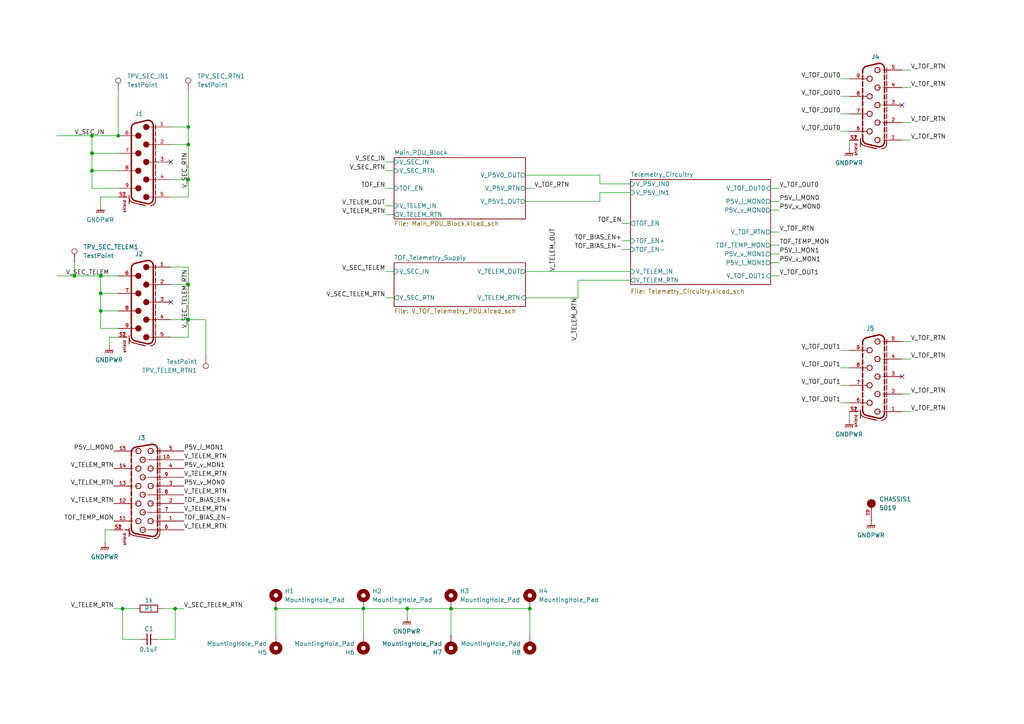
<source format=kicad_sch>
(kicad_sch
	(version 20250114)
	(generator "eeschema")
	(generator_version "9.0")
	(uuid "3f485cd8-51c7-4446-8da6-4e3aaaa590b2")
	(paper "A4")
	(lib_symbols
		(symbol "Connector:TestPoint"
			(pin_numbers
				(hide yes)
			)
			(pin_names
				(offset 0.762)
				(hide yes)
			)
			(exclude_from_sim no)
			(in_bom yes)
			(on_board yes)
			(property "Reference" "TP"
				(at 0 6.858 0)
				(effects
					(font
						(size 1.27 1.27)
					)
				)
			)
			(property "Value" "TestPoint"
				(at 0 5.08 0)
				(effects
					(font
						(size 1.27 1.27)
					)
				)
			)
			(property "Footprint" ""
				(at 5.08 0 0)
				(effects
					(font
						(size 1.27 1.27)
					)
					(hide yes)
				)
			)
			(property "Datasheet" "~"
				(at 5.08 0 0)
				(effects
					(font
						(size 1.27 1.27)
					)
					(hide yes)
				)
			)
			(property "Description" "test point"
				(at 0 0 0)
				(effects
					(font
						(size 1.27 1.27)
					)
					(hide yes)
				)
			)
			(property "ki_keywords" "test point tp"
				(at 0 0 0)
				(effects
					(font
						(size 1.27 1.27)
					)
					(hide yes)
				)
			)
			(property "ki_fp_filters" "Pin* Test*"
				(at 0 0 0)
				(effects
					(font
						(size 1.27 1.27)
					)
					(hide yes)
				)
			)
			(symbol "TestPoint_0_1"
				(circle
					(center 0 3.302)
					(radius 0.762)
					(stroke
						(width 0)
						(type default)
					)
					(fill
						(type none)
					)
				)
			)
			(symbol "TestPoint_1_1"
				(pin passive line
					(at 0 0 90)
					(length 2.54)
					(name "1"
						(effects
							(font
								(size 1.27 1.27)
							)
						)
					)
					(number "1"
						(effects
							(font
								(size 1.27 1.27)
							)
						)
					)
				)
			)
			(embedded_fonts no)
		)
		(symbol "Keystone:5019"
			(pin_names
				(offset 1.016)
			)
			(exclude_from_sim no)
			(in_bom yes)
			(on_board yes)
			(property "Reference" "TP"
				(at -2.5444 2.5415 0)
				(effects
					(font
						(size 1.27 1.27)
					)
					(justify left bottom)
				)
			)
			(property "Value" "5019"
				(at -2.55 -5.0866 0)
				(effects
					(font
						(size 1.27 1.27)
					)
					(justify left bottom)
				)
			)
			(property "Footprint" "Keystone:KEYSTONE_5019"
				(at 0 0 0)
				(effects
					(font
						(size 1.27 1.27)
					)
					(justify bottom)
					(hide yes)
				)
			)
			(property "Datasheet" "file:///C:/Users/ddurachk/Downloads/5019.PDF"
				(at 0 0 0)
				(effects
					(font
						(size 1.27 1.27)
					)
					(hide yes)
				)
			)
			(property "Description" "PC Test Point, Miniature Phosphor Bronze Silver Plating Surface Mount Mounting Type"
				(at 0 0 0)
				(effects
					(font
						(size 1.27 1.27)
					)
					(hide yes)
				)
			)
			(property "Manufacturer" "Keystone Electronics"
				(at 0 0 0)
				(effects
					(font
						(size 1.27 1.27)
					)
					(justify bottom)
					(hide yes)
				)
			)
			(property "Man. Part Num" "5019"
				(at 0 0 0)
				(effects
					(font
						(size 1.27 1.27)
					)
					(hide yes)
				)
			)
			(property "Distributor" "Digi-Key"
				(at 0 0 0)
				(effects
					(font
						(size 1.27 1.27)
					)
					(hide yes)
				)
			)
			(property "Dist. Part Num" "36-5019CT-ND"
				(at 0 0 0)
				(effects
					(font
						(size 1.27 1.27)
					)
					(hide yes)
				)
			)
			(property "Part Type" "SMD"
				(at 0 0 0)
				(effects
					(font
						(size 1.27 1.27)
					)
					(hide yes)
				)
			)
			(property "Package" "-"
				(at 0 0 0)
				(effects
					(font
						(size 1.27 1.27)
					)
					(hide yes)
				)
			)
			(property "Notes" "-"
				(at 0 0 0)
				(effects
					(font
						(size 1.27 1.27)
					)
					(hide yes)
				)
			)
			(symbol "5019_0_0"
				(circle
					(center 0 0)
					(radius 0.635)
					(stroke
						(width 1.27)
						(type default)
					)
					(fill
						(type none)
					)
				)
				(pin passive line
					(at -5.08 0 0)
					(length 5.08)
					(name "~"
						(effects
							(font
								(size 1.016 1.016)
							)
						)
					)
					(number "TP"
						(effects
							(font
								(size 1.016 1.016)
							)
						)
					)
				)
			)
			(embedded_fonts no)
		)
		(symbol "Mechanical:MountingHole_Pad"
			(pin_numbers
				(hide yes)
			)
			(pin_names
				(offset 1.016)
				(hide yes)
			)
			(exclude_from_sim yes)
			(in_bom no)
			(on_board yes)
			(property "Reference" "H"
				(at 0 6.35 0)
				(effects
					(font
						(size 1.27 1.27)
					)
				)
			)
			(property "Value" "MountingHole_Pad"
				(at 0 4.445 0)
				(effects
					(font
						(size 1.27 1.27)
					)
				)
			)
			(property "Footprint" ""
				(at 0 0 0)
				(effects
					(font
						(size 1.27 1.27)
					)
					(hide yes)
				)
			)
			(property "Datasheet" "~"
				(at 0 0 0)
				(effects
					(font
						(size 1.27 1.27)
					)
					(hide yes)
				)
			)
			(property "Description" "Mounting Hole with connection"
				(at 0 0 0)
				(effects
					(font
						(size 1.27 1.27)
					)
					(hide yes)
				)
			)
			(property "ki_keywords" "mounting hole"
				(at 0 0 0)
				(effects
					(font
						(size 1.27 1.27)
					)
					(hide yes)
				)
			)
			(property "ki_fp_filters" "MountingHole*Pad*"
				(at 0 0 0)
				(effects
					(font
						(size 1.27 1.27)
					)
					(hide yes)
				)
			)
			(symbol "MountingHole_Pad_0_1"
				(circle
					(center 0 1.27)
					(radius 1.27)
					(stroke
						(width 1.27)
						(type default)
					)
					(fill
						(type none)
					)
				)
			)
			(symbol "MountingHole_Pad_1_1"
				(pin input line
					(at 0 -2.54 90)
					(length 2.54)
					(name "1"
						(effects
							(font
								(size 1.27 1.27)
							)
						)
					)
					(number "1"
						(effects
							(font
								(size 1.27 1.27)
							)
						)
					)
				)
			)
			(embedded_fonts no)
		)
		(symbol "Passive_Parts:C"
			(pin_numbers
				(hide yes)
			)
			(pin_names
				(offset 0)
				(hide yes)
			)
			(exclude_from_sim no)
			(in_bom yes)
			(on_board yes)
			(property "Reference" "C"
				(at 2.54 5.08 0)
				(effects
					(font
						(size 1.27 1.27)
					)
				)
			)
			(property "Value" ""
				(at 0 0 0)
				(effects
					(font
						(size 1.27 1.27)
					)
				)
			)
			(property "Footprint" ""
				(at 0 0 0)
				(effects
					(font
						(size 1.27 1.27)
					)
					(hide yes)
				)
			)
			(property "Datasheet" ""
				(at 0 0 0)
				(effects
					(font
						(size 1.27 1.27)
					)
					(hide yes)
				)
			)
			(property "Description" ""
				(at 0 0 0)
				(effects
					(font
						(size 1.27 1.27)
					)
					(hide yes)
				)
			)
			(property "Manufacturer" ""
				(at 0 0 0)
				(effects
					(font
						(size 1.27 1.27)
					)
					(hide yes)
				)
			)
			(property "Man. Part Num" ""
				(at 0 0 0)
				(effects
					(font
						(size 1.27 1.27)
					)
					(hide yes)
				)
			)
			(property "Distributor" "Digi-Key"
				(at 0 0 0)
				(effects
					(font
						(size 1.27 1.27)
					)
					(hide yes)
				)
			)
			(property "Dist. Part Num" ""
				(at 0 0 0)
				(effects
					(font
						(size 1.27 1.27)
					)
					(hide yes)
				)
			)
			(property "Package" ""
				(at 0 0 0)
				(effects
					(font
						(size 1.27 1.27)
					)
					(hide yes)
				)
			)
			(property "Part Type" "SMD"
				(at 0 0 0)
				(effects
					(font
						(size 1.27 1.27)
					)
					(hide yes)
				)
			)
			(property "Notes" ""
				(at 0 0 0)
				(effects
					(font
						(size 1.27 1.27)
					)
					(hide yes)
				)
			)
			(symbol "C_0_1"
				(polyline
					(pts
						(xy 2.032 1.016) (xy 2.032 4.064)
					)
					(stroke
						(width 0.3048)
						(type default)
					)
					(fill
						(type none)
					)
				)
				(polyline
					(pts
						(xy 3.048 1.016) (xy 3.048 4.064)
					)
					(stroke
						(width 0.3302)
						(type default)
					)
					(fill
						(type none)
					)
				)
			)
			(symbol "C_1_1"
				(pin passive line
					(at 0 2.54 0)
					(length 2.032)
					(name "~"
						(effects
							(font
								(size 1.27 1.27)
							)
						)
					)
					(number "1"
						(effects
							(font
								(size 1.27 1.27)
							)
						)
					)
				)
				(pin passive line
					(at 5.08 2.54 180)
					(length 2.032)
					(name "~"
						(effects
							(font
								(size 1.27 1.27)
							)
						)
					)
					(number "2"
						(effects
							(font
								(size 1.27 1.27)
							)
						)
					)
				)
			)
			(embedded_fonts no)
		)
		(symbol "Passive_Parts:R"
			(pin_numbers
				(hide yes)
			)
			(pin_names
				(offset 0)
				(hide yes)
			)
			(exclude_from_sim no)
			(in_bom yes)
			(on_board yes)
			(property "Reference" "R"
				(at 2.54 5.08 0)
				(effects
					(font
						(size 1.27 1.27)
					)
				)
			)
			(property "Value" ""
				(at 0 0 0)
				(effects
					(font
						(size 1.27 1.27)
					)
				)
			)
			(property "Footprint" ""
				(at 0 0 0)
				(effects
					(font
						(size 1.27 1.27)
					)
					(hide yes)
				)
			)
			(property "Datasheet" ""
				(at 0 0 0)
				(effects
					(font
						(size 1.27 1.27)
					)
					(hide yes)
				)
			)
			(property "Description" ""
				(at 0 0 0)
				(effects
					(font
						(size 1.27 1.27)
					)
					(hide yes)
				)
			)
			(property "Manufacturer" ""
				(at 0 0 0)
				(effects
					(font
						(size 1.27 1.27)
					)
					(hide yes)
				)
			)
			(property "Man. Part Num" ""
				(at 0 0 0)
				(effects
					(font
						(size 1.27 1.27)
					)
					(hide yes)
				)
			)
			(property "Distributor" "Digi-Key"
				(at 0 0 0)
				(effects
					(font
						(size 1.27 1.27)
					)
					(hide yes)
				)
			)
			(property "Dist. Part Num" ""
				(at 0 0 0)
				(effects
					(font
						(size 1.27 1.27)
					)
					(hide yes)
				)
			)
			(property "Part Type" "SMD"
				(at 0 0 0)
				(effects
					(font
						(size 1.27 1.27)
					)
					(hide yes)
				)
			)
			(property "Notes" ""
				(at 0 0 0)
				(effects
					(font
						(size 1.27 1.27)
					)
					(hide yes)
				)
			)
			(property "Package" ""
				(at 0 0 0)
				(effects
					(font
						(size 1.27 1.27)
					)
					(hide yes)
				)
			)
			(symbol "R_0_1"
				(rectangle
					(start 5.08 1.524)
					(end 0 3.556)
					(stroke
						(width 0.254)
						(type default)
					)
					(fill
						(type none)
					)
				)
			)
			(symbol "R_1_1"
				(pin passive line
					(at -1.27 2.54 0)
					(length 1.27)
					(name "~"
						(effects
							(font
								(size 1.27 1.27)
							)
						)
					)
					(number "1"
						(effects
							(font
								(size 1.27 1.27)
							)
						)
					)
				)
				(pin passive line
					(at 6.35 2.54 180)
					(length 1.27)
					(name "~"
						(effects
							(font
								(size 1.27 1.27)
							)
						)
					)
					(number "2"
						(effects
							(font
								(size 1.27 1.27)
							)
						)
					)
				)
			)
			(embedded_fonts no)
		)
		(symbol "Wurth_Elektronik:6180XX231121_618009231121"
			(pin_names
				(offset 1.016)
			)
			(exclude_from_sim no)
			(in_bom yes)
			(on_board yes)
			(property "Reference" "J"
				(at 13.78 1.66 0)
				(effects
					(font
						(size 1.27 1.27)
					)
					(justify left bottom)
				)
			)
			(property "Value" "618009231121"
				(at 0 0 0)
				(effects
					(font
						(size 1.27 1.27)
					)
					(justify bottom)
					(hide yes)
				)
			)
			(property "Footprint" "6180XX231121_618009231121:618009231121"
				(at 0 0 0)
				(effects
					(font
						(size 1.27 1.27)
					)
					(justify bottom)
					(hide yes)
				)
			)
			(property "Datasheet" "https://www.we-online.com/components/products/datasheet/618009231121.pdf"
				(at 0 0 0)
				(effects
					(font
						(size 1.27 1.27)
					)
					(hide yes)
				)
			)
			(property "Description" "9 Position D-Sub Receptacle, Female Sockets Connector"
				(at 0 0 0)
				(effects
					(font
						(size 1.27 1.27)
					)
					(hide yes)
				)
			)
			(property "Manufacturer" "Wurth Elektronik"
				(at 0 0 0)
				(effects
					(font
						(size 1.27 1.27)
					)
					(justify bottom)
					(hide yes)
				)
			)
			(property "Man. Part Num" "618009231121"
				(at 0 0 0)
				(effects
					(font
						(size 1.27 1.27)
					)
					(justify bottom)
					(hide yes)
				)
			)
			(property "Gender" "Female"
				(at 0 0 0)
				(effects
					(font
						(size 1.27 1.27)
					)
					(justify bottom)
					(hide yes)
				)
			)
			(property "Part Type" "Through Hole"
				(at 0 0 0)
				(effects
					(font
						(size 1.27 1.27)
					)
					(hide yes)
				)
			)
			(property "Voltage Rating" "125 VAC"
				(at 0 0 0)
				(effects
					(font
						(size 1.27 1.27)
					)
					(justify bottom)
					(hide yes)
				)
			)
			(property "Distributor" "Digi-Key"
				(at 0 0 0)
				(effects
					(font
						(size 1.27 1.27)
					)
					(hide yes)
				)
			)
			(property "Dist. Part Num" "732-618009231121-ND"
				(at 0 0 0)
				(effects
					(font
						(size 1.27 1.27)
					)
					(hide yes)
				)
			)
			(property "Dist. URL" "https://www.digikey.com/en/products/detail/w%C3%BCrth-elektronik/618009231121/10484687?s=N4IgTCBcDaIOwGYwFoBsBGAHABmwTjAXXTHWQDkAREAXQF8g"
				(at 0 0 0)
				(effects
					(font
						(size 1.27 1.27)
					)
					(hide yes)
				)
			)
			(property "ki_keywords" "9 Position D-Sub Receptacle, Female Sockets Connector"
				(at 0 0 0)
				(effects
					(font
						(size 1.27 1.27)
					)
					(hide yes)
				)
			)
			(symbol "6180XX231121_618009231121_0_0"
				(polyline
					(pts
						(xy -11.7108 -0.8009) (xy -12.0642 0.6952)
					)
					(stroke
						(width 0.4064)
						(type default)
					)
					(fill
						(type none)
					)
				)
				(polyline
					(pts
						(xy -11.2729 -2.6548) (xy -11.9182 0.0772)
					)
					(stroke
						(width 0.4064)
						(type default)
					)
					(fill
						(type none)
					)
				)
				(polyline
					(pts
						(xy -10.795 3.175) (xy -9.4305 3.175)
					)
					(stroke
						(width 0.254)
						(type default)
					)
					(fill
						(type none)
					)
				)
				(polyline
					(pts
						(xy -10.6044 2.54) (xy -9.3113 2.54)
					)
					(stroke
						(width 0.4064)
						(type default)
					)
					(fill
						(type none)
					)
				)
				(arc
					(start -12.0642 0.6952)
					(mid -11.7806 1.9708)
					(end -10.6044 2.54)
					(stroke
						(width 0.4064)
						(type default)
					)
					(fill
						(type none)
					)
				)
				(polyline
					(pts
						(xy -10.16 2.58) (xy -10.16 1.935)
					)
					(stroke
						(width 0.1524)
						(type default)
					)
					(fill
						(type none)
					)
				)
				(polyline
					(pts
						(xy -10.16 0.675) (xy -10.16 1.3)
					)
					(stroke
						(width 0.1524)
						(type default)
					)
					(fill
						(type none)
					)
				)
				(circle
					(center -10.16 0.508)
					(radius 0.762)
					(stroke
						(width 0.254)
						(type default)
					)
					(fill
						(type none)
					)
				)
				(arc
					(start -9.8131 -3.81)
					(mid -10.7439 -3.4862)
					(end -11.2729 -2.6548)
					(stroke
						(width 0.4064)
						(type default)
					)
					(fill
						(type none)
					)
				)
				(polyline
					(pts
						(xy -9.237 -3.81) (xy -9.8131 -3.81)
					)
					(stroke
						(width 0.4064)
						(type default)
					)
					(fill
						(type none)
					)
				)
				(polyline
					(pts
						(xy -8.89 3.175) (xy -7.5255 3.175)
					)
					(stroke
						(width 0.254)
						(type default)
					)
					(fill
						(type none)
					)
				)
				(polyline
					(pts
						(xy -8.6994 2.54) (xy -7.4063 2.54)
					)
					(stroke
						(width 0.4064)
						(type default)
					)
					(fill
						(type none)
					)
				)
				(circle
					(center -7.62 -1.778)
					(radius 0.762)
					(stroke
						(width 0.254)
						(type default)
					)
					(fill
						(type none)
					)
				)
				(polyline
					(pts
						(xy -7.332 -3.81) (xy -8.6596 -3.81)
					)
					(stroke
						(width 0.4064)
						(type default)
					)
					(fill
						(type none)
					)
				)
				(polyline
					(pts
						(xy -6.985 3.175) (xy -5.6205 3.175)
					)
					(stroke
						(width 0.254)
						(type default)
					)
					(fill
						(type none)
					)
				)
				(polyline
					(pts
						(xy -6.7944 2.54) (xy -5.5013 2.54)
					)
					(stroke
						(width 0.4064)
						(type default)
					)
					(fill
						(type none)
					)
				)
				(polyline
					(pts
						(xy -5.427 -3.81) (xy -6.7546 -3.81)
					)
					(stroke
						(width 0.4064)
						(type default)
					)
					(fill
						(type none)
					)
				)
				(polyline
					(pts
						(xy -5.08 3.175) (xy -3.7155 3.175)
					)
					(stroke
						(width 0.254)
						(type default)
					)
					(fill
						(type none)
					)
				)
				(polyline
					(pts
						(xy -5.08 2.58) (xy -5.08 1.935)
					)
					(stroke
						(width 0.1524)
						(type default)
					)
					(fill
						(type none)
					)
				)
				(polyline
					(pts
						(xy -5.08 0.675) (xy -5.08 1.3)
					)
					(stroke
						(width 0.1524)
						(type default)
					)
					(fill
						(type none)
					)
				)
				(circle
					(center -5.08 0.508)
					(radius 0.762)
					(stroke
						(width 0.254)
						(type default)
					)
					(fill
						(type none)
					)
				)
				(polyline
					(pts
						(xy -4.8894 2.54) (xy -3.5963 2.54)
					)
					(stroke
						(width 0.4064)
						(type default)
					)
					(fill
						(type none)
					)
				)
				(polyline
					(pts
						(xy -3.522 -3.81) (xy -4.8496 -3.81)
					)
					(stroke
						(width 0.4064)
						(type default)
					)
					(fill
						(type none)
					)
				)
				(polyline
					(pts
						(xy -3.175 3.175) (xy -1.8105 3.175)
					)
					(stroke
						(width 0.254)
						(type default)
					)
					(fill
						(type none)
					)
				)
				(polyline
					(pts
						(xy -2.9844 2.54) (xy -1.6913 2.54)
					)
					(stroke
						(width 0.4064)
						(type default)
					)
					(fill
						(type none)
					)
				)
				(circle
					(center -2.54 -1.778)
					(radius 0.762)
					(stroke
						(width 0.254)
						(type default)
					)
					(fill
						(type none)
					)
				)
				(polyline
					(pts
						(xy -1.617 -3.81) (xy -2.9446 -3.81)
					)
					(stroke
						(width 0.4064)
						(type default)
					)
					(fill
						(type none)
					)
				)
				(polyline
					(pts
						(xy -1.27 3.175) (xy 0.0945 3.175)
					)
					(stroke
						(width 0.254)
						(type default)
					)
					(fill
						(type none)
					)
				)
				(polyline
					(pts
						(xy -1.0794 2.54) (xy 0.2137 2.54)
					)
					(stroke
						(width 0.4064)
						(type default)
					)
					(fill
						(type none)
					)
				)
				(polyline
					(pts
						(xy 0 2.58) (xy 0 1.935)
					)
					(stroke
						(width 0.1524)
						(type default)
					)
					(fill
						(type none)
					)
				)
				(polyline
					(pts
						(xy 0 0.675) (xy 0 1.3)
					)
					(stroke
						(width 0.1524)
						(type default)
					)
					(fill
						(type none)
					)
				)
				(circle
					(center 0 0.508)
					(radius 0.762)
					(stroke
						(width 0.254)
						(type default)
					)
					(fill
						(type none)
					)
				)
				(polyline
					(pts
						(xy 0.288 -3.81) (xy -1.0396 -3.81)
					)
					(stroke
						(width 0.4064)
						(type default)
					)
					(fill
						(type none)
					)
				)
				(polyline
					(pts
						(xy 0.635 3.175) (xy 1.9996 3.175)
					)
					(stroke
						(width 0.254)
						(type default)
					)
					(fill
						(type none)
					)
				)
				(polyline
					(pts
						(xy 0.8256 2.54) (xy 2.1187 2.54)
					)
					(stroke
						(width 0.4064)
						(type default)
					)
					(fill
						(type none)
					)
				)
				(polyline
					(pts
						(xy 2.1931 -3.81) (xy 0.8654 -3.81)
					)
					(stroke
						(width 0.4064)
						(type default)
					)
					(fill
						(type none)
					)
				)
				(polyline
					(pts
						(xy 2.54 3.175) (xy 3.9046 3.175)
					)
					(stroke
						(width 0.254)
						(type default)
					)
					(fill
						(type none)
					)
				)
				(circle
					(center 2.54 -1.778)
					(radius 0.762)
					(stroke
						(width 0.254)
						(type default)
					)
					(fill
						(type none)
					)
				)
				(polyline
					(pts
						(xy 2.7306 2.54) (xy 4.0237 2.54)
					)
					(stroke
						(width 0.4064)
						(type default)
					)
					(fill
						(type none)
					)
				)
				(polyline
					(pts
						(xy 4.0981 -3.81) (xy 2.7704 -3.81)
					)
					(stroke
						(width 0.4064)
						(type default)
					)
					(fill
						(type none)
					)
				)
				(polyline
					(pts
						(xy 4.445 3.175) (xy 5.8096 3.175)
					)
					(stroke
						(width 0.254)
						(type default)
					)
					(fill
						(type none)
					)
				)
				(polyline
					(pts
						(xy 4.6356 2.54) (xy 5.9287 2.54)
					)
					(stroke
						(width 0.4064)
						(type default)
					)
					(fill
						(type none)
					)
				)
				(polyline
					(pts
						(xy 5.08 2.58) (xy 5.08 1.935)
					)
					(stroke
						(width 0.1524)
						(type default)
					)
					(fill
						(type none)
					)
				)
				(polyline
					(pts
						(xy 5.08 0.675) (xy 5.08 1.3)
					)
					(stroke
						(width 0.1524)
						(type default)
					)
					(fill
						(type none)
					)
				)
				(circle
					(center 5.08 0.508)
					(radius 0.762)
					(stroke
						(width 0.254)
						(type default)
					)
					(fill
						(type none)
					)
				)
				(polyline
					(pts
						(xy 6.0031 -3.81) (xy 4.6754 -3.81)
					)
					(stroke
						(width 0.4064)
						(type default)
					)
					(fill
						(type none)
					)
				)
				(polyline
					(pts
						(xy 6.35 3.175) (xy 7.7146 3.175)
					)
					(stroke
						(width 0.254)
						(type default)
					)
					(fill
						(type none)
					)
				)
				(polyline
					(pts
						(xy 6.5406 2.54) (xy 7.8337 2.54)
					)
					(stroke
						(width 0.4064)
						(type default)
					)
					(fill
						(type none)
					)
				)
				(circle
					(center 7.62 -1.778)
					(radius 0.762)
					(stroke
						(width 0.254)
						(type default)
					)
					(fill
						(type none)
					)
				)
				(polyline
					(pts
						(xy 7.9081 -3.81) (xy 6.5804 -3.81)
					)
					(stroke
						(width 0.4064)
						(type default)
					)
					(fill
						(type none)
					)
				)
				(polyline
					(pts
						(xy 8.255 3.175) (xy 9.6196 3.175)
					)
					(stroke
						(width 0.254)
						(type default)
					)
					(fill
						(type none)
					)
				)
				(polyline
					(pts
						(xy 8.4456 2.54) (xy 9.7387 2.54)
					)
					(stroke
						(width 0.4064)
						(type default)
					)
					(fill
						(type none)
					)
				)
				(arc
					(start 11.2729 -2.6548)
					(mid 10.7439 -3.4863)
					(end 9.8131 -3.81)
					(stroke
						(width 0.4064)
						(type default)
					)
					(fill
						(type none)
					)
				)
				(polyline
					(pts
						(xy 9.8131 -3.81) (xy 8.4854 -3.81)
					)
					(stroke
						(width 0.4064)
						(type default)
					)
					(fill
						(type none)
					)
				)
				(polyline
					(pts
						(xy 10.16 3.175) (xy 11.2 3.175)
					)
					(stroke
						(width 0.254)
						(type default)
					)
					(fill
						(type none)
					)
				)
				(polyline
					(pts
						(xy 10.16 2.58) (xy 10.16 1.935)
					)
					(stroke
						(width 0.1524)
						(type default)
					)
					(fill
						(type none)
					)
				)
				(polyline
					(pts
						(xy 10.16 0.675) (xy 10.16 1.3)
					)
					(stroke
						(width 0.1524)
						(type default)
					)
					(fill
						(type none)
					)
				)
				(circle
					(center 10.16 0.508)
					(radius 0.762)
					(stroke
						(width 0.254)
						(type default)
					)
					(fill
						(type none)
					)
				)
				(polyline
					(pts
						(xy 10.16 -4.445) (xy 10.16 -4.445)
					)
					(stroke
						(width 0.254)
						(type default)
					)
					(fill
						(type none)
					)
				)
				(polyline
					(pts
						(xy 10.16 -6.35) (xy 10.16 -5.08)
					)
					(stroke
						(width 0.254)
						(type default)
					)
					(fill
						(type none)
					)
				)
				(polyline
					(pts
						(xy 10.2 -4.44) (xy 9.6938 -4.44)
					)
					(stroke
						(width 0.254)
						(type default)
					)
					(fill
						(type none)
					)
				)
				(arc
					(start 11.7841 -3.3038)
					(mid 11.2519 -4.1219)
					(end 10.3288 -4.44)
					(stroke
						(width 0.254)
						(type default)
					)
					(fill
						(type none)
					)
				)
				(polyline
					(pts
						(xy 10.3506 2.54) (xy 10.6044 2.54)
					)
					(stroke
						(width 0.4064)
						(type default)
					)
					(fill
						(type none)
					)
				)
				(arc
					(start 10.6044 2.54)
					(mid 11.7804 1.9707)
					(end 12.0642 0.6952)
					(stroke
						(width 0.4064)
						(type default)
					)
					(fill
						(type none)
					)
				)
				(arc
					(start 11.2 3.175)
					(mid 12.2607 2.7357)
					(end 12.7 1.675)
					(stroke
						(width 0.254)
						(type default)
					)
					(fill
						(type none)
					)
				)
				(polyline
					(pts
						(xy 11.6263 -1.1588) (xy 11.2729 -2.6548)
					)
					(stroke
						(width 0.4064)
						(type default)
					)
					(fill
						(type none)
					)
				)
				(polyline
					(pts
						(xy 11.7841 -3.3038) (xy 12.546 -0.256)
					)
					(stroke
						(width 0.254)
						(type default)
					)
					(fill
						(type none)
					)
				)
				(polyline
					(pts
						(xy 12.0642 0.6952) (xy 11.4189 -2.0369)
					)
					(stroke
						(width 0.4064)
						(type default)
					)
					(fill
						(type none)
					)
				)
				(polyline
					(pts
						(xy 12.105 -4.44) (xy 10.3288 -4.44)
					)
					(stroke
						(width 0.254)
						(type default)
					)
					(fill
						(type none)
					)
				)
				(polyline
					(pts
						(xy 12.2461 -1.4557) (xy 12.7 0.36)
					)
					(stroke
						(width 0.254)
						(type default)
					)
					(fill
						(type none)
					)
				)
				(text "shield"
					(at 10.9 -5.32 0)
					(effects
						(font
							(size 0.8128 0.8128)
						)
						(justify left bottom)
					)
				)
				(pin bidirectional line
					(at -10.16 7.62 270)
					(length 5.08)
					(name "~"
						(effects
							(font
								(size 1.016 1.016)
							)
						)
					)
					(number "5"
						(effects
							(font
								(size 1.016 1.016)
							)
						)
					)
				)
				(pin bidirectional line
					(at -7.62 -7.62 90)
					(length 5.08)
					(name "~"
						(effects
							(font
								(size 1.016 1.016)
							)
						)
					)
					(number "9"
						(effects
							(font
								(size 1.016 1.016)
							)
						)
					)
				)
				(pin bidirectional line
					(at -5.08 7.62 270)
					(length 5.08)
					(name "~"
						(effects
							(font
								(size 1.016 1.016)
							)
						)
					)
					(number "4"
						(effects
							(font
								(size 1.016 1.016)
							)
						)
					)
				)
				(pin bidirectional line
					(at -2.54 -7.62 90)
					(length 5.08)
					(name "~"
						(effects
							(font
								(size 1.016 1.016)
							)
						)
					)
					(number "8"
						(effects
							(font
								(size 1.016 1.016)
							)
						)
					)
				)
				(pin bidirectional line
					(at 0 7.62 270)
					(length 5.08)
					(name "~"
						(effects
							(font
								(size 1.016 1.016)
							)
						)
					)
					(number "3"
						(effects
							(font
								(size 1.016 1.016)
							)
						)
					)
				)
				(pin bidirectional line
					(at 2.54 -7.62 90)
					(length 5.08)
					(name "~"
						(effects
							(font
								(size 1.016 1.016)
							)
						)
					)
					(number "7"
						(effects
							(font
								(size 1.016 1.016)
							)
						)
					)
				)
				(pin bidirectional line
					(at 5.08 7.62 270)
					(length 5.08)
					(name "~"
						(effects
							(font
								(size 1.016 1.016)
							)
						)
					)
					(number "2"
						(effects
							(font
								(size 1.016 1.016)
							)
						)
					)
				)
				(pin bidirectional line
					(at 10.16 7.62 270)
					(length 5.08)
					(name "~"
						(effects
							(font
								(size 1.016 1.016)
							)
						)
					)
					(number "1"
						(effects
							(font
								(size 1.016 1.016)
							)
						)
					)
				)
				(pin bidirectional line
					(at 10.16 -7.62 90)
					(length 2.54)
					(name "~"
						(effects
							(font
								(size 1.016 1.016)
							)
						)
					)
					(number "S2"
						(effects
							(font
								(size 1.016 1.016)
							)
						)
					)
				)
			)
			(symbol "6180XX231121_618009231121_1_0"
				(pin bidirectional line
					(at 7.62 -7.62 90)
					(length 5.08)
					(name "~"
						(effects
							(font
								(size 1.016 1.016)
							)
						)
					)
					(number "6"
						(effects
							(font
								(size 1.016 1.016)
							)
						)
					)
				)
				(pin bidirectional line
					(at 10.16 -7.62 90)
					(length 2.54)
					(name "~"
						(effects
							(font
								(size 1.016 1.016)
							)
						)
					)
					(number "S1"
						(effects
							(font
								(size 1.016 1.016)
							)
						)
					)
				)
			)
			(embedded_fonts no)
		)
		(symbol "Wurth_Elektronik:6180XX231221_618009231221"
			(pin_names
				(offset 1.016)
			)
			(exclude_from_sim no)
			(in_bom yes)
			(on_board yes)
			(property "Reference" "J"
				(at 13.78 1.66 0)
				(effects
					(font
						(size 1.27 1.27)
					)
					(justify left bottom)
				)
			)
			(property "Value" "618009231221"
				(at 0 0 0)
				(effects
					(font
						(size 1.27 1.27)
					)
					(justify bottom)
					(hide yes)
				)
			)
			(property "Footprint" "Wurth_Elektronik:618009231221"
				(at 0 0 0)
				(effects
					(font
						(size 1.27 1.27)
					)
					(justify bottom)
					(hide yes)
				)
			)
			(property "Datasheet" "https://www.we-online.com/components/products/datasheet/618009231221.pdf"
				(at 0 0 0)
				(effects
					(font
						(size 1.27 1.27)
					)
					(hide yes)
				)
			)
			(property "Description" "9 Position D-Sub Plug, Male Pins Connector"
				(at 0 0 0)
				(effects
					(font
						(size 1.27 1.27)
					)
					(hide yes)
				)
			)
			(property "Manufacturer" "Wurth Electronics"
				(at 0 0 0)
				(effects
					(font
						(size 1.27 1.27)
					)
					(justify bottom)
					(hide yes)
				)
			)
			(property "Man. Part Num" "618009231221"
				(at 0 0 0)
				(effects
					(font
						(size 1.27 1.27)
					)
					(justify bottom)
					(hide yes)
				)
			)
			(property "Gender" "Male"
				(at 0 0 0)
				(effects
					(font
						(size 1.27 1.27)
					)
					(justify bottom)
					(hide yes)
				)
			)
			(property "Voltage Rating" "125 V(AC)"
				(at 0 0 0)
				(effects
					(font
						(size 1.27 1.27)
					)
					(justify bottom)
					(hide yes)
				)
			)
			(property "Part Type" "Through Hole"
				(at 0 0 0)
				(effects
					(font
						(size 1.27 1.27)
					)
					(hide yes)
				)
			)
			(property "Distributor" "Digikey"
				(at 0 0 0)
				(effects
					(font
						(size 1.27 1.27)
					)
					(hide yes)
				)
			)
			(property "Dist. Part Num" "732-618009231221-ND"
				(at 0 0 0)
				(effects
					(font
						(size 1.27 1.27)
					)
					(hide yes)
				)
			)
			(property "Dist. URL" "https://www.digikey.com/en/products/detail/w%C3%BCrth-elektronik/618009231221/10484658?s=N4IgTCBcDaIGwEYAcAGFBOMBmBYwJAF0BfIA"
				(at 0 0 0)
				(effects
					(font
						(size 1.27 1.27)
					)
					(hide yes)
				)
			)
			(property "ki_keywords" "9 Position D-Sub Plug, Male Pins Connector"
				(at 0 0 0)
				(effects
					(font
						(size 1.27 1.27)
					)
					(hide yes)
				)
			)
			(symbol "6180XX231221_618009231221_0_0"
				(polyline
					(pts
						(xy -11.2729 -2.6548) (xy -12.0642 0.6952)
					)
					(stroke
						(width 0.4064)
						(type default)
					)
					(fill
						(type none)
					)
				)
				(polyline
					(pts
						(xy -10.795 3.175) (xy -9.4305 3.175)
					)
					(stroke
						(width 0.254)
						(type default)
					)
					(fill
						(type none)
					)
				)
				(polyline
					(pts
						(xy -10.6044 2.54) (xy 10.6044 2.54)
					)
					(stroke
						(width 0.4064)
						(type default)
					)
					(fill
						(type none)
					)
				)
				(arc
					(start -12.0642 0.6952)
					(mid -11.7806 1.9708)
					(end -10.6044 2.54)
					(stroke
						(width 0.4064)
						(type default)
					)
					(fill
						(type none)
					)
				)
				(polyline
					(pts
						(xy -10.16 2.58) (xy -10.16 0.4)
					)
					(stroke
						(width 0.1524)
						(type default)
					)
					(fill
						(type none)
					)
				)
				(circle
					(center -10.16 0.508)
					(radius 0.762)
					(stroke
						(width 0.254)
						(type default)
					)
					(fill
						(type outline)
					)
				)
				(arc
					(start -9.8131 -3.81)
					(mid -10.7439 -3.4862)
					(end -11.2729 -2.6548)
					(stroke
						(width 0.4064)
						(type default)
					)
					(fill
						(type none)
					)
				)
				(polyline
					(pts
						(xy -8.89 3.175) (xy -7.5255 3.175)
					)
					(stroke
						(width 0.254)
						(type default)
					)
					(fill
						(type none)
					)
				)
				(circle
					(center -7.62 -1.778)
					(radius 0.762)
					(stroke
						(width 0.254)
						(type default)
					)
					(fill
						(type outline)
					)
				)
				(polyline
					(pts
						(xy -6.985 3.175) (xy -5.6205 3.175)
					)
					(stroke
						(width 0.254)
						(type default)
					)
					(fill
						(type none)
					)
				)
				(polyline
					(pts
						(xy -5.08 3.175) (xy -3.7155 3.175)
					)
					(stroke
						(width 0.254)
						(type default)
					)
					(fill
						(type none)
					)
				)
				(polyline
					(pts
						(xy -5.08 2.58) (xy -5.08 0.4)
					)
					(stroke
						(width 0.1524)
						(type default)
					)
					(fill
						(type none)
					)
				)
				(circle
					(center -5.08 0.508)
					(radius 0.762)
					(stroke
						(width 0.254)
						(type default)
					)
					(fill
						(type outline)
					)
				)
				(polyline
					(pts
						(xy -3.175 3.175) (xy -1.8105 3.175)
					)
					(stroke
						(width 0.254)
						(type default)
					)
					(fill
						(type none)
					)
				)
				(circle
					(center -2.54 -1.778)
					(radius 0.762)
					(stroke
						(width 0.254)
						(type default)
					)
					(fill
						(type outline)
					)
				)
				(polyline
					(pts
						(xy -1.27 3.175) (xy 0.0945 3.175)
					)
					(stroke
						(width 0.254)
						(type default)
					)
					(fill
						(type none)
					)
				)
				(polyline
					(pts
						(xy 0 2.58) (xy 0 0.4)
					)
					(stroke
						(width 0.1524)
						(type default)
					)
					(fill
						(type none)
					)
				)
				(circle
					(center 0 0.508)
					(radius 0.762)
					(stroke
						(width 0.254)
						(type default)
					)
					(fill
						(type outline)
					)
				)
				(polyline
					(pts
						(xy 0.635 3.175) (xy 1.9996 3.175)
					)
					(stroke
						(width 0.254)
						(type default)
					)
					(fill
						(type none)
					)
				)
				(polyline
					(pts
						(xy 2.54 3.175) (xy 3.9046 3.175)
					)
					(stroke
						(width 0.254)
						(type default)
					)
					(fill
						(type none)
					)
				)
				(circle
					(center 2.54 -1.778)
					(radius 0.762)
					(stroke
						(width 0.254)
						(type default)
					)
					(fill
						(type outline)
					)
				)
				(polyline
					(pts
						(xy 4.445 3.175) (xy 5.8096 3.175)
					)
					(stroke
						(width 0.254)
						(type default)
					)
					(fill
						(type none)
					)
				)
				(polyline
					(pts
						(xy 5.08 2.58) (xy 5.08 0.4)
					)
					(stroke
						(width 0.1524)
						(type default)
					)
					(fill
						(type none)
					)
				)
				(circle
					(center 5.08 0.508)
					(radius 0.762)
					(stroke
						(width 0.254)
						(type default)
					)
					(fill
						(type outline)
					)
				)
				(polyline
					(pts
						(xy 6.35 3.175) (xy 7.7146 3.175)
					)
					(stroke
						(width 0.254)
						(type default)
					)
					(fill
						(type none)
					)
				)
				(circle
					(center 7.62 -1.778)
					(radius 0.762)
					(stroke
						(width 0.254)
						(type default)
					)
					(fill
						(type outline)
					)
				)
				(polyline
					(pts
						(xy 8.255 3.175) (xy 9.6196 3.175)
					)
					(stroke
						(width 0.254)
						(type default)
					)
					(fill
						(type none)
					)
				)
				(arc
					(start 11.2729 -2.6548)
					(mid 10.7439 -3.4863)
					(end 9.8131 -3.81)
					(stroke
						(width 0.4064)
						(type default)
					)
					(fill
						(type none)
					)
				)
				(polyline
					(pts
						(xy 9.8131 -3.81) (xy -9.8131 -3.81)
					)
					(stroke
						(width 0.4064)
						(type default)
					)
					(fill
						(type none)
					)
				)
				(polyline
					(pts
						(xy 10.16 3.175) (xy 11.2 3.175)
					)
					(stroke
						(width 0.254)
						(type default)
					)
					(fill
						(type none)
					)
				)
				(polyline
					(pts
						(xy 10.16 2.58) (xy 10.16 0.4)
					)
					(stroke
						(width 0.1524)
						(type default)
					)
					(fill
						(type none)
					)
				)
				(circle
					(center 10.16 0.508)
					(radius 0.762)
					(stroke
						(width 0.254)
						(type default)
					)
					(fill
						(type outline)
					)
				)
				(polyline
					(pts
						(xy 10.16 -4.445) (xy 10.16 -4.445)
					)
					(stroke
						(width 0.254)
						(type default)
					)
					(fill
						(type none)
					)
				)
				(polyline
					(pts
						(xy 10.16 -6.35) (xy 10.16 -5.08)
					)
					(stroke
						(width 0.254)
						(type default)
					)
					(fill
						(type none)
					)
				)
				(polyline
					(pts
						(xy 10.2 -4.44) (xy 9.6938 -4.44)
					)
					(stroke
						(width 0.254)
						(type default)
					)
					(fill
						(type none)
					)
				)
				(arc
					(start 11.7841 -3.3038)
					(mid 11.2519 -4.1219)
					(end 10.3288 -4.44)
					(stroke
						(width 0.254)
						(type default)
					)
					(fill
						(type none)
					)
				)
				(arc
					(start 10.6044 2.54)
					(mid 11.7804 1.9707)
					(end 12.0642 0.6952)
					(stroke
						(width 0.4064)
						(type default)
					)
					(fill
						(type none)
					)
				)
				(arc
					(start 11.2 3.175)
					(mid 12.2607 2.7357)
					(end 12.7 1.675)
					(stroke
						(width 0.254)
						(type default)
					)
					(fill
						(type none)
					)
				)
				(polyline
					(pts
						(xy 11.7841 -3.3038) (xy 12.546 -0.256)
					)
					(stroke
						(width 0.254)
						(type default)
					)
					(fill
						(type none)
					)
				)
				(polyline
					(pts
						(xy 12.0642 0.6952) (xy 11.2729 -2.6548)
					)
					(stroke
						(width 0.4064)
						(type default)
					)
					(fill
						(type none)
					)
				)
				(polyline
					(pts
						(xy 12.105 -4.44) (xy 10.3288 -4.44)
					)
					(stroke
						(width 0.254)
						(type default)
					)
					(fill
						(type none)
					)
				)
				(polyline
					(pts
						(xy 12.2461 -1.4557) (xy 12.7 0.36)
					)
					(stroke
						(width 0.254)
						(type default)
					)
					(fill
						(type none)
					)
				)
				(text "shield"
					(at 10.9 -5.32 0)
					(effects
						(font
							(size 0.8128 0.8128)
						)
						(justify left bottom)
					)
				)
				(pin bidirectional line
					(at -10.16 7.62 270)
					(length 5.08)
					(name "~"
						(effects
							(font
								(size 1.016 1.016)
							)
						)
					)
					(number "1"
						(effects
							(font
								(size 1.016 1.016)
							)
						)
					)
				)
				(pin bidirectional line
					(at -7.62 -7.62 90)
					(length 5.08)
					(name "~"
						(effects
							(font
								(size 1.016 1.016)
							)
						)
					)
					(number "6"
						(effects
							(font
								(size 1.016 1.016)
							)
						)
					)
				)
				(pin bidirectional line
					(at -5.08 7.62 270)
					(length 5.08)
					(name "~"
						(effects
							(font
								(size 1.016 1.016)
							)
						)
					)
					(number "2"
						(effects
							(font
								(size 1.016 1.016)
							)
						)
					)
				)
				(pin bidirectional line
					(at -2.54 -7.62 90)
					(length 5.08)
					(name "~"
						(effects
							(font
								(size 1.016 1.016)
							)
						)
					)
					(number "7"
						(effects
							(font
								(size 1.016 1.016)
							)
						)
					)
				)
				(pin bidirectional line
					(at 0 7.62 270)
					(length 5.08)
					(name "~"
						(effects
							(font
								(size 1.016 1.016)
							)
						)
					)
					(number "3"
						(effects
							(font
								(size 1.016 1.016)
							)
						)
					)
				)
				(pin bidirectional line
					(at 2.54 -7.62 90)
					(length 5.08)
					(name "~"
						(effects
							(font
								(size 1.016 1.016)
							)
						)
					)
					(number "8"
						(effects
							(font
								(size 1.016 1.016)
							)
						)
					)
				)
				(pin bidirectional line
					(at 5.08 7.62 270)
					(length 5.08)
					(name "~"
						(effects
							(font
								(size 1.016 1.016)
							)
						)
					)
					(number "4"
						(effects
							(font
								(size 1.016 1.016)
							)
						)
					)
				)
				(pin bidirectional line
					(at 7.62 -7.62 90)
					(length 5.08)
					(name "~"
						(effects
							(font
								(size 1.016 1.016)
							)
						)
					)
					(number "9"
						(effects
							(font
								(size 1.016 1.016)
							)
						)
					)
				)
				(pin bidirectional line
					(at 10.16 7.62 270)
					(length 5.08)
					(name "~"
						(effects
							(font
								(size 1.016 1.016)
							)
						)
					)
					(number "5"
						(effects
							(font
								(size 1.016 1.016)
							)
						)
					)
				)
				(pin bidirectional line
					(at 10.16 -7.62 90)
					(length 2.54)
					(name "~"
						(effects
							(font
								(size 1.016 1.016)
							)
						)
					)
					(number "S1"
						(effects
							(font
								(size 1.016 1.016)
							)
						)
					)
				)
				(pin bidirectional line
					(at 10.16 -7.62 90)
					(length 2.54)
					(name "~"
						(effects
							(font
								(size 1.016 1.016)
							)
						)
					)
					(number "S2"
						(effects
							(font
								(size 1.016 1.016)
							)
						)
					)
				)
			)
			(embedded_fonts no)
		)
		(symbol "Wurth_Elektronik:6180XX330923_618015330923"
			(pin_names
				(offset 1.016)
			)
			(exclude_from_sim no)
			(in_bom yes)
			(on_board yes)
			(property "Reference" "J"
				(at 16.32 4.2 0)
				(effects
					(font
						(size 1.27 1.27)
					)
					(justify left bottom)
				)
			)
			(property "Value" "618015330923"
				(at 0 0 0)
				(effects
					(font
						(size 1.27 1.27)
					)
					(justify bottom)
					(hide yes)
				)
			)
			(property "Footprint" "Wurth_Elektronik:618015330923"
				(at 0 0 0)
				(effects
					(font
						(size 1.27 1.27)
					)
					(justify bottom)
					(hide yes)
				)
			)
			(property "Datasheet" "https://www.we-online.com/components/products/datasheet/618015330923.pdf"
				(at 0 0 0)
				(effects
					(font
						(size 1.27 1.27)
					)
					(hide yes)
				)
			)
			(property "Description" "15 Position D-Sub, High Density Receptacle, Female Sockets Connector"
				(at 0 0 0)
				(effects
					(font
						(size 1.27 1.27)
					)
					(hide yes)
				)
			)
			(property "Manufacturer" "Würth Elektronik"
				(at 0 0 0)
				(effects
					(font
						(size 1.27 1.27)
					)
					(justify bottom)
					(hide yes)
				)
			)
			(property "Package" "None"
				(at 0 0 0)
				(effects
					(font
						(size 1.27 1.27)
					)
					(justify bottom)
					(hide yes)
				)
			)
			(property "Man. Part Num" "618015330923"
				(at 0 0 0)
				(effects
					(font
						(size 1.27 1.27)
					)
					(justify bottom)
					(hide yes)
				)
			)
			(property "Distributor" "Digi-Key"
				(at 0 0 0)
				(effects
					(font
						(size 1.27 1.27)
					)
					(hide yes)
				)
			)
			(property "Dist. Part Num" "732-618015330923-ND"
				(at 0 0 0)
				(effects
					(font
						(size 1.27 1.27)
					)
					(hide yes)
				)
			)
			(property "Part Type" "Through Hole"
				(at 0 0 0)
				(effects
					(font
						(size 1.27 1.27)
					)
					(hide yes)
				)
			)
			(property "Notes" ""
				(at 0 0 0)
				(effects
					(font
						(size 1.27 1.27)
					)
					(hide yes)
				)
			)
			(symbol "6180XX330923_618015330923_0_0"
				(polyline
					(pts
						(xy -11.9161 2.3705) (xy -12.0642 3.2352)
					)
					(stroke
						(width 0.4064)
						(type default)
					)
					(fill
						(type none)
					)
				)
				(polyline
					(pts
						(xy -11.5945 0.4928) (xy -11.883 2.1769)
					)
					(stroke
						(width 0.4064)
						(type default)
					)
					(fill
						(type none)
					)
				)
				(polyline
					(pts
						(xy -11.2729 -1.3848) (xy -11.5613 0.2993)
					)
					(stroke
						(width 0.4064)
						(type default)
					)
					(fill
						(type none)
					)
				)
				(polyline
					(pts
						(xy -10.795 5.715) (xy -9.3854 5.715)
					)
					(stroke
						(width 0.254)
						(type default)
					)
					(fill
						(type none)
					)
				)
				(polyline
					(pts
						(xy -10.6044 5.08) (xy -9.2603 5.08)
					)
					(stroke
						(width 0.4064)
						(type default)
					)
					(fill
						(type none)
					)
				)
				(arc
					(start -12.0642 3.2352)
					(mid -11.7806 4.5108)
					(end -10.6044 5.08)
					(stroke
						(width 0.4064)
						(type default)
					)
					(fill
						(type none)
					)
				)
				(polyline
					(pts
						(xy -10.16 5.12) (xy -10.16 4.475)
					)
					(stroke
						(width 0.1524)
						(type default)
					)
					(fill
						(type none)
					)
				)
				(polyline
					(pts
						(xy -10.16 3.215) (xy -10.16 3.84)
					)
					(stroke
						(width 0.1524)
						(type default)
					)
					(fill
						(type none)
					)
				)
				(circle
					(center -10.16 3.048)
					(radius 0.762)
					(stroke
						(width 0.254)
						(type default)
					)
					(fill
						(type none)
					)
				)
				(circle
					(center -10.16 -0.508)
					(radius 0.762)
					(stroke
						(width 0.254)
						(type default)
					)
					(fill
						(type none)
					)
				)
				(polyline
					(pts
						(xy -10.16 -0.675) (xy -10.16 -1.3)
					)
					(stroke
						(width 0.1524)
						(type default)
					)
					(fill
						(type none)
					)
				)
				(polyline
					(pts
						(xy -10.16 -2.58) (xy -10.16 -1.935)
					)
					(stroke
						(width 0.1524)
						(type default)
					)
					(fill
						(type none)
					)
				)
				(arc
					(start -9.8131 -2.54)
					(mid -10.7439 -2.2162)
					(end -11.2729 -1.3848)
					(stroke
						(width 0.4064)
						(type default)
					)
					(fill
						(type none)
					)
				)
				(polyline
					(pts
						(xy -8.89 5.715) (xy -7.4804 5.715)
					)
					(stroke
						(width 0.254)
						(type default)
					)
					(fill
						(type none)
					)
				)
				(polyline
					(pts
						(xy -8.6994 5.08) (xy -7.3553 5.08)
					)
					(stroke
						(width 0.4064)
						(type default)
					)
					(fill
						(type none)
					)
				)
				(polyline
					(pts
						(xy -8.602 -2.54) (xy -9.8131 -2.54)
					)
					(stroke
						(width 0.4064)
						(type default)
					)
					(fill
						(type none)
					)
				)
				(polyline
					(pts
						(xy -7.62 2.58) (xy -7.62 2.135)
					)
					(stroke
						(width 0.1524)
						(type default)
					)
					(fill
						(type none)
					)
				)
				(circle
					(center -7.62 0.762)
					(radius 0.762)
					(stroke
						(width 0.254)
						(type default)
					)
					(fill
						(type none)
					)
				)
				(polyline
					(pts
						(xy -7.62 0.675) (xy -7.62 1.5)
					)
					(stroke
						(width 0.1524)
						(type default)
					)
					(fill
						(type none)
					)
				)
				(polyline
					(pts
						(xy -6.985 5.715) (xy -5.5754 5.715)
					)
					(stroke
						(width 0.254)
						(type default)
					)
					(fill
						(type none)
					)
				)
				(polyline
					(pts
						(xy -6.7944 5.08) (xy -5.4503 5.08)
					)
					(stroke
						(width 0.4064)
						(type default)
					)
					(fill
						(type none)
					)
				)
				(polyline
					(pts
						(xy -6.697 -2.54) (xy -8.0771 -2.54)
					)
					(stroke
						(width 0.4064)
						(type default)
					)
					(fill
						(type none)
					)
				)
				(polyline
					(pts
						(xy -5.08 5.715) (xy -3.6704 5.715)
					)
					(stroke
						(width 0.254)
						(type default)
					)
					(fill
						(type none)
					)
				)
				(polyline
					(pts
						(xy -5.08 5.12) (xy -5.08 4.475)
					)
					(stroke
						(width 0.1524)
						(type default)
					)
					(fill
						(type none)
					)
				)
				(polyline
					(pts
						(xy -5.08 3.215) (xy -5.08 3.84)
					)
					(stroke
						(width 0.1524)
						(type default)
					)
					(fill
						(type none)
					)
				)
				(circle
					(center -5.08 3.048)
					(radius 0.762)
					(stroke
						(width 0.254)
						(type default)
					)
					(fill
						(type none)
					)
				)
				(circle
					(center -5.08 -0.508)
					(radius 0.762)
					(stroke
						(width 0.254)
						(type default)
					)
					(fill
						(type none)
					)
				)
				(polyline
					(pts
						(xy -5.08 -0.675) (xy -5.08 -1.3)
					)
					(stroke
						(width 0.1524)
						(type default)
					)
					(fill
						(type none)
					)
				)
				(polyline
					(pts
						(xy -5.08 -2.58) (xy -5.08 -1.935)
					)
					(stroke
						(width 0.1524)
						(type default)
					)
					(fill
						(type none)
					)
				)
				(polyline
					(pts
						(xy -4.8894 5.08) (xy -3.5453 5.08)
					)
					(stroke
						(width 0.4064)
						(type default)
					)
					(fill
						(type none)
					)
				)
				(polyline
					(pts
						(xy -4.792 -2.54) (xy -6.172 -2.54)
					)
					(stroke
						(width 0.4064)
						(type default)
					)
					(fill
						(type none)
					)
				)
				(polyline
					(pts
						(xy -3.175 5.715) (xy -1.7654 5.715)
					)
					(stroke
						(width 0.254)
						(type default)
					)
					(fill
						(type none)
					)
				)
				(polyline
					(pts
						(xy -2.9844 5.08) (xy -1.6403 5.08)
					)
					(stroke
						(width 0.4064)
						(type default)
					)
					(fill
						(type none)
					)
				)
				(polyline
					(pts
						(xy -2.887 -2.54) (xy -4.2671 -2.54)
					)
					(stroke
						(width 0.4064)
						(type default)
					)
					(fill
						(type none)
					)
				)
				(polyline
					(pts
						(xy -2.54 2.58) (xy -2.54 2.135)
					)
					(stroke
						(width 0.1524)
						(type default)
					)
					(fill
						(type none)
					)
				)
				(circle
					(center -2.54 0.762)
					(radius 0.762)
					(stroke
						(width 0.254)
						(type default)
					)
					(fill
						(type none)
					)
				)
				(polyline
					(pts
						(xy -2.54 0.675) (xy -2.54 1.5)
					)
					(stroke
						(width 0.1524)
						(type default)
					)
					(fill
						(type none)
					)
				)
				(polyline
					(pts
						(xy -1.27 5.715) (xy 0.1396 5.715)
					)
					(stroke
						(width 0.254)
						(type default)
					)
					(fill
						(type none)
					)
				)
				(polyline
					(pts
						(xy -1.0794 5.08) (xy 0.2647 5.08)
					)
					(stroke
						(width 0.4064)
						(type default)
					)
					(fill
						(type none)
					)
				)
				(polyline
					(pts
						(xy -0.982 -2.54) (xy -2.3621 -2.54)
					)
					(stroke
						(width 0.4064)
						(type default)
					)
					(fill
						(type none)
					)
				)
				(polyline
					(pts
						(xy 0 5.12) (xy 0 4.475)
					)
					(stroke
						(width 0.1524)
						(type default)
					)
					(fill
						(type none)
					)
				)
				(polyline
					(pts
						(xy 0 3.215) (xy 0 3.84)
					)
					(stroke
						(width 0.1524)
						(type default)
					)
					(fill
						(type none)
					)
				)
				(circle
					(center 0 3.048)
					(radius 0.762)
					(stroke
						(width 0.254)
						(type default)
					)
					(fill
						(type none)
					)
				)
				(circle
					(center 0 -0.508)
					(radius 0.762)
					(stroke
						(width 0.254)
						(type default)
					)
					(fill
						(type none)
					)
				)
				(polyline
					(pts
						(xy 0 -0.675) (xy 0 -1.3)
					)
					(stroke
						(width 0.1524)
						(type default)
					)
					(fill
						(type none)
					)
				)
				(polyline
					(pts
						(xy 0 -2.58) (xy 0 -1.935)
					)
					(stroke
						(width 0.1524)
						(type default)
					)
					(fill
						(type none)
					)
				)
				(polyline
					(pts
						(xy 0.635 5.715) (xy 2.0446 5.715)
					)
					(stroke
						(width 0.254)
						(type default)
					)
					(fill
						(type none)
					)
				)
				(polyline
					(pts
						(xy 0.8256 5.08) (xy 2.1697 5.08)
					)
					(stroke
						(width 0.4064)
						(type default)
					)
					(fill
						(type none)
					)
				)
				(polyline
					(pts
						(xy 0.9231 -2.54) (xy -0.4571 -2.54)
					)
					(stroke
						(width 0.4064)
						(type default)
					)
					(fill
						(type none)
					)
				)
				(polyline
					(pts
						(xy 2.54 5.715) (xy 3.9496 5.715)
					)
					(stroke
						(width 0.254)
						(type default)
					)
					(fill
						(type none)
					)
				)
				(polyline
					(pts
						(xy 2.54 2.58) (xy 2.54 2.135)
					)
					(stroke
						(width 0.1524)
						(type default)
					)
					(fill
						(type none)
					)
				)
				(circle
					(center 2.54 0.762)
					(radius 0.762)
					(stroke
						(width 0.254)
						(type default)
					)
					(fill
						(type none)
					)
				)
				(polyline
					(pts
						(xy 2.54 0.675) (xy 2.54 1.5)
					)
					(stroke
						(width 0.1524)
						(type default)
					)
					(fill
						(type none)
					)
				)
				(polyline
					(pts
						(xy 2.7306 5.08) (xy 4.0747 5.08)
					)
					(stroke
						(width 0.4064)
						(type default)
					)
					(fill
						(type none)
					)
				)
				(polyline
					(pts
						(xy 2.8281 -2.54) (xy 1.448 -2.54)
					)
					(stroke
						(width 0.4064)
						(type default)
					)
					(fill
						(type none)
					)
				)
				(polyline
					(pts
						(xy 4.445 5.715) (xy 5.8546 5.715)
					)
					(stroke
						(width 0.254)
						(type default)
					)
					(fill
						(type none)
					)
				)
				(polyline
					(pts
						(xy 4.6356 5.08) (xy 5.9797 5.08)
					)
					(stroke
						(width 0.4064)
						(type default)
					)
					(fill
						(type none)
					)
				)
				(polyline
					(pts
						(xy 4.7331 -2.54) (xy 3.353 -2.54)
					)
					(stroke
						(width 0.4064)
						(type default)
					)
					(fill
						(type none)
					)
				)
				(polyline
					(pts
						(xy 5.08 5.12) (xy 5.08 4.475)
					)
					(stroke
						(width 0.1524)
						(type default)
					)
					(fill
						(type none)
					)
				)
				(polyline
					(pts
						(xy 5.08 3.215) (xy 5.08 3.84)
					)
					(stroke
						(width 0.1524)
						(type default)
					)
					(fill
						(type none)
					)
				)
				(circle
					(center 5.08 3.048)
					(radius 0.762)
					(stroke
						(width 0.254)
						(type default)
					)
					(fill
						(type none)
					)
				)
				(circle
					(center 5.08 -0.508)
					(radius 0.762)
					(stroke
						(width 0.254)
						(type default)
					)
					(fill
						(type none)
					)
				)
				(polyline
					(pts
						(xy 5.08 -0.675) (xy 5.08 -1.3)
					)
					(stroke
						(width 0.1524)
						(type default)
					)
					(fill
						(type none)
					)
				)
				(polyline
					(pts
						(xy 5.08 -2.58) (xy 5.08 -1.935)
					)
					(stroke
						(width 0.1524)
						(type default)
					)
					(fill
						(type none)
					)
				)
				(polyline
					(pts
						(xy 6.35 5.715) (xy 7.7596 5.715)
					)
					(stroke
						(width 0.254)
						(type default)
					)
					(fill
						(type none)
					)
				)
				(polyline
					(pts
						(xy 6.5406 5.08) (xy 7.8847 5.08)
					)
					(stroke
						(width 0.4064)
						(type default)
					)
					(fill
						(type none)
					)
				)
				(polyline
					(pts
						(xy 6.6381 -2.54) (xy 5.258 -2.54)
					)
					(stroke
						(width 0.4064)
						(type default)
					)
					(fill
						(type none)
					)
				)
				(polyline
					(pts
						(xy 7.62 2.58) (xy 7.62 2.135)
					)
					(stroke
						(width 0.1524)
						(type default)
					)
					(fill
						(type none)
					)
				)
				(circle
					(center 7.62 0.762)
					(radius 0.762)
					(stroke
						(width 0.254)
						(type default)
					)
					(fill
						(type none)
					)
				)
				(polyline
					(pts
						(xy 7.62 0.675) (xy 7.62 1.5)
					)
					(stroke
						(width 0.1524)
						(type default)
					)
					(fill
						(type none)
					)
				)
				(polyline
					(pts
						(xy 8.255 5.715) (xy 9.6646 5.715)
					)
					(stroke
						(width 0.254)
						(type default)
					)
					(fill
						(type none)
					)
				)
				(polyline
					(pts
						(xy 8.4456 5.08) (xy 9.7897 5.08)
					)
					(stroke
						(width 0.4064)
						(type default)
					)
					(fill
						(type none)
					)
				)
				(polyline
					(pts
						(xy 8.543 -2.54) (xy 7.163 -2.54)
					)
					(stroke
						(width 0.4064)
						(type default)
					)
					(fill
						(type none)
					)
				)
				(polyline
					(pts
						(xy 10.16 5.715) (xy 11.5696 5.715)
					)
					(stroke
						(width 0.254)
						(type default)
					)
					(fill
						(type none)
					)
				)
				(polyline
					(pts
						(xy 10.16 5.12) (xy 10.16 4.475)
					)
					(stroke
						(width 0.1524)
						(type default)
					)
					(fill
						(type none)
					)
				)
				(polyline
					(pts
						(xy 10.16 3.215) (xy 10.16 3.84)
					)
					(stroke
						(width 0.1524)
						(type default)
					)
					(fill
						(type none)
					)
				)
				(circle
					(center 10.16 3.048)
					(radius 0.762)
					(stroke
						(width 0.254)
						(type default)
					)
					(fill
						(type none)
					)
				)
				(circle
					(center 10.16 -0.508)
					(radius 0.762)
					(stroke
						(width 0.254)
						(type default)
					)
					(fill
						(type none)
					)
				)
				(polyline
					(pts
						(xy 10.16 -0.675) (xy 10.16 -1.3)
					)
					(stroke
						(width 0.1524)
						(type default)
					)
					(fill
						(type none)
					)
				)
				(polyline
					(pts
						(xy 10.16 -2.58) (xy 10.16 -1.935)
					)
					(stroke
						(width 0.1524)
						(type default)
					)
					(fill
						(type none)
					)
				)
				(polyline
					(pts
						(xy 10.3506 5.08) (xy 11.6947 5.08)
					)
					(stroke
						(width 0.4064)
						(type default)
					)
					(fill
						(type none)
					)
				)
				(polyline
					(pts
						(xy 10.4481 -2.54) (xy 9.068 -2.54)
					)
					(stroke
						(width 0.4064)
						(type default)
					)
					(fill
						(type none)
					)
				)
				(polyline
					(pts
						(xy 12.065 5.715) (xy 13.4746 5.715)
					)
					(stroke
						(width 0.254)
						(type default)
					)
					(fill
						(type none)
					)
				)
				(polyline
					(pts
						(xy 12.2556 5.08) (xy 13.1444 5.08)
					)
					(stroke
						(width 0.4064)
						(type default)
					)
					(fill
						(type none)
					)
				)
				(arc
					(start 13.8129 -1.3848)
					(mid 13.2839 -2.2163)
					(end 12.353 -2.54)
					(stroke
						(width 0.4064)
						(type default)
					)
					(fill
						(type none)
					)
				)
				(polyline
					(pts
						(xy 12.353 -2.54) (xy 10.9729 -2.54)
					)
					(stroke
						(width 0.4064)
						(type default)
					)
					(fill
						(type none)
					)
				)
				(polyline
					(pts
						(xy 12.7 2.58) (xy 12.7 2.135)
					)
					(stroke
						(width 0.1524)
						(type default)
					)
					(fill
						(type none)
					)
				)
				(circle
					(center 12.7 0.762)
					(radius 0.762)
					(stroke
						(width 0.254)
						(type default)
					)
					(fill
						(type none)
					)
				)
				(polyline
					(pts
						(xy 12.7 0.675) (xy 12.7 1.5)
					)
					(stroke
						(width 0.1524)
						(type default)
					)
					(fill
						(type none)
					)
				)
				(polyline
					(pts
						(xy 12.7 -3.175) (xy 12.7 -4.445)
					)
					(stroke
						(width 0.254)
						(type default)
					)
					(fill
						(type none)
					)
				)
				(polyline
					(pts
						(xy 12.7 -5.08) (xy 12.7 -5.08)
					)
					(stroke
						(width 0.254)
						(type default)
					)
					(fill
						(type none)
					)
				)
				(polyline
					(pts
						(xy 12.74 -3.17) (xy 12.2338 -3.17)
					)
					(stroke
						(width 0.254)
						(type default)
					)
					(fill
						(type none)
					)
				)
				(arc
					(start 14.324 -2.0338)
					(mid 13.7918 -2.8518)
					(end 12.8688 -3.17)
					(stroke
						(width 0.254)
						(type default)
					)
					(fill
						(type none)
					)
				)
				(arc
					(start 13.1444 5.08)
					(mid 14.3204 4.5107)
					(end 14.6042 3.2352)
					(stroke
						(width 0.4064)
						(type default)
					)
					(fill
						(type none)
					)
				)
				(arc
					(start 13.74 5.715)
					(mid 14.8007 5.2757)
					(end 15.24 4.215)
					(stroke
						(width 0.254)
						(type default)
					)
					(fill
						(type none)
					)
				)
				(polyline
					(pts
						(xy 13.961 -0.5201) (xy 13.8129 -1.3848)
					)
					(stroke
						(width 0.4064)
						(type default)
					)
					(fill
						(type none)
					)
				)
				(polyline
					(pts
						(xy 14.2826 1.3575) (xy 13.9941 -0.3266)
					)
					(stroke
						(width 0.4064)
						(type default)
					)
					(fill
						(type none)
					)
				)
				(polyline
					(pts
						(xy 14.324 -2.0338) (xy 14.6661 -0.1912)
					)
					(stroke
						(width 0.254)
						(type default)
					)
					(fill
						(type none)
					)
				)
				(polyline
					(pts
						(xy 14.6042 3.2352) (xy 14.3157 1.5511)
					)
					(stroke
						(width 0.4064)
						(type default)
					)
					(fill
						(type none)
					)
				)
				(polyline
					(pts
						(xy 14.645 -3.17) (xy 12.8688 -3.17)
					)
					(stroke
						(width 0.254)
						(type default)
					)
					(fill
						(type none)
					)
				)
				(polyline
					(pts
						(xy 14.6718 -0.1608) (xy 15.0138 1.6818)
					)
					(stroke
						(width 0.254)
						(type default)
					)
					(fill
						(type none)
					)
				)
				(polyline
					(pts
						(xy 15.0195 1.7122) (xy 15.24 2.9)
					)
					(stroke
						(width 0.254)
						(type default)
					)
					(fill
						(type none)
					)
				)
				(text "shield"
					(at 13.44 -4.05 0)
					(effects
						(font
							(size 0.8128 0.8128)
						)
						(justify left bottom)
					)
				)
				(pin bidirectional line
					(at -10.16 -7.62 90)
					(length 5.08)
					(name "~"
						(effects
							(font
								(size 1.016 1.016)
							)
						)
					)
					(number "15"
						(effects
							(font
								(size 1.016 1.016)
							)
						)
					)
				)
				(pin bidirectional line
					(at -5.08 -7.62 90)
					(length 5.08)
					(name "~"
						(effects
							(font
								(size 1.016 1.016)
							)
						)
					)
					(number "14"
						(effects
							(font
								(size 1.016 1.016)
							)
						)
					)
				)
				(pin bidirectional line
					(at 0 -7.62 90)
					(length 5.08)
					(name "~"
						(effects
							(font
								(size 1.016 1.016)
							)
						)
					)
					(number "13"
						(effects
							(font
								(size 1.016 1.016)
							)
						)
					)
				)
				(pin bidirectional line
					(at 5.08 -7.62 90)
					(length 5.08)
					(name "~"
						(effects
							(font
								(size 1.016 1.016)
							)
						)
					)
					(number "12"
						(effects
							(font
								(size 1.016 1.016)
							)
						)
					)
				)
				(pin bidirectional line
					(at 10.16 -7.62 90)
					(length 5.08)
					(name "~"
						(effects
							(font
								(size 1.016 1.016)
							)
						)
					)
					(number "11"
						(effects
							(font
								(size 1.016 1.016)
							)
						)
					)
				)
				(pin bidirectional line
					(at 12.7 -7.62 90)
					(length 2.54)
					(name "~"
						(effects
							(font
								(size 1.016 1.016)
							)
						)
					)
					(number "S1"
						(effects
							(font
								(size 1.016 1.016)
							)
						)
					)
				)
				(pin bidirectional line
					(at 12.7 -7.62 90)
					(length 2.54)
					(name "~"
						(effects
							(font
								(size 1.016 1.016)
							)
						)
					)
					(number "S2"
						(effects
							(font
								(size 1.016 1.016)
							)
						)
					)
				)
			)
			(symbol "6180XX330923_618015330923_1_0"
				(pin bidirectional line
					(at -10.16 12.7 270)
					(length 7.62)
					(name "~"
						(effects
							(font
								(size 1.016 1.016)
							)
						)
					)
					(number "5"
						(effects
							(font
								(size 1.016 1.016)
							)
						)
					)
				)
				(pin bidirectional line
					(at -7.62 12.7 270)
					(length 10.16)
					(name "~"
						(effects
							(font
								(size 1.016 1.016)
							)
						)
					)
					(number "10"
						(effects
							(font
								(size 1.016 1.016)
							)
						)
					)
				)
				(pin bidirectional line
					(at -5.08 12.7 270)
					(length 7.62)
					(name "~"
						(effects
							(font
								(size 1.016 1.016)
							)
						)
					)
					(number "4"
						(effects
							(font
								(size 1.016 1.016)
							)
						)
					)
				)
				(pin bidirectional line
					(at -2.54 12.7 270)
					(length 10.16)
					(name "~"
						(effects
							(font
								(size 1.016 1.016)
							)
						)
					)
					(number "9"
						(effects
							(font
								(size 1.016 1.016)
							)
						)
					)
				)
				(pin bidirectional line
					(at 0 12.7 270)
					(length 7.62)
					(name "~"
						(effects
							(font
								(size 1.016 1.016)
							)
						)
					)
					(number "3"
						(effects
							(font
								(size 1.016 1.016)
							)
						)
					)
				)
				(pin bidirectional line
					(at 2.54 12.7 270)
					(length 10.16)
					(name "~"
						(effects
							(font
								(size 1.016 1.016)
							)
						)
					)
					(number "8"
						(effects
							(font
								(size 1.016 1.016)
							)
						)
					)
				)
				(pin bidirectional line
					(at 5.08 12.7 270)
					(length 7.62)
					(name "~"
						(effects
							(font
								(size 1.016 1.016)
							)
						)
					)
					(number "2"
						(effects
							(font
								(size 1.016 1.016)
							)
						)
					)
				)
				(pin bidirectional line
					(at 7.62 12.7 270)
					(length 10.16)
					(name "~"
						(effects
							(font
								(size 1.016 1.016)
							)
						)
					)
					(number "7"
						(effects
							(font
								(size 1.016 1.016)
							)
						)
					)
				)
				(pin bidirectional line
					(at 10.16 12.7 270)
					(length 7.62)
					(name "~"
						(effects
							(font
								(size 1.016 1.016)
							)
						)
					)
					(number "1"
						(effects
							(font
								(size 1.016 1.016)
							)
						)
					)
				)
				(pin bidirectional line
					(at 12.7 12.7 270)
					(length 10.16)
					(name "~"
						(effects
							(font
								(size 1.016 1.016)
							)
						)
					)
					(number "6"
						(effects
							(font
								(size 1.016 1.016)
							)
						)
					)
				)
			)
			(embedded_fonts no)
		)
		(symbol "power:GNDPWR"
			(power)
			(pin_numbers
				(hide yes)
			)
			(pin_names
				(offset 0)
				(hide yes)
			)
			(exclude_from_sim no)
			(in_bom yes)
			(on_board yes)
			(property "Reference" "#PWR"
				(at 0 -5.08 0)
				(effects
					(font
						(size 1.27 1.27)
					)
					(hide yes)
				)
			)
			(property "Value" "GNDPWR"
				(at 0 -3.302 0)
				(effects
					(font
						(size 1.27 1.27)
					)
				)
			)
			(property "Footprint" ""
				(at 0 -1.27 0)
				(effects
					(font
						(size 1.27 1.27)
					)
					(hide yes)
				)
			)
			(property "Datasheet" ""
				(at 0 -1.27 0)
				(effects
					(font
						(size 1.27 1.27)
					)
					(hide yes)
				)
			)
			(property "Description" "Power symbol creates a global label with name \"GNDPWR\" , global ground"
				(at 0 0 0)
				(effects
					(font
						(size 1.27 1.27)
					)
					(hide yes)
				)
			)
			(property "ki_keywords" "global ground"
				(at 0 0 0)
				(effects
					(font
						(size 1.27 1.27)
					)
					(hide yes)
				)
			)
			(symbol "GNDPWR_0_1"
				(polyline
					(pts
						(xy -1.016 -1.27) (xy -1.27 -2.032) (xy -1.27 -2.032)
					)
					(stroke
						(width 0.2032)
						(type default)
					)
					(fill
						(type none)
					)
				)
				(polyline
					(pts
						(xy -0.508 -1.27) (xy -0.762 -2.032) (xy -0.762 -2.032)
					)
					(stroke
						(width 0.2032)
						(type default)
					)
					(fill
						(type none)
					)
				)
				(polyline
					(pts
						(xy 0 -1.27) (xy 0 0)
					)
					(stroke
						(width 0)
						(type default)
					)
					(fill
						(type none)
					)
				)
				(polyline
					(pts
						(xy 0 -1.27) (xy -0.254 -2.032) (xy -0.254 -2.032)
					)
					(stroke
						(width 0.2032)
						(type default)
					)
					(fill
						(type none)
					)
				)
				(polyline
					(pts
						(xy 0.508 -1.27) (xy 0.254 -2.032) (xy 0.254 -2.032)
					)
					(stroke
						(width 0.2032)
						(type default)
					)
					(fill
						(type none)
					)
				)
				(polyline
					(pts
						(xy 1.016 -1.27) (xy -1.016 -1.27) (xy -1.016 -1.27)
					)
					(stroke
						(width 0.2032)
						(type default)
					)
					(fill
						(type none)
					)
				)
				(polyline
					(pts
						(xy 1.016 -1.27) (xy 0.762 -2.032) (xy 0.762 -2.032) (xy 0.762 -2.032)
					)
					(stroke
						(width 0.2032)
						(type default)
					)
					(fill
						(type none)
					)
				)
			)
			(symbol "GNDPWR_1_1"
				(pin power_in line
					(at 0 0 270)
					(length 0)
					(name "~"
						(effects
							(font
								(size 1.27 1.27)
							)
						)
					)
					(number "1"
						(effects
							(font
								(size 1.27 1.27)
							)
						)
					)
				)
			)
			(embedded_fonts no)
		)
	)
	(junction
		(at 26.67 39.37)
		(diameter 0)
		(color 0 0 0 0)
		(uuid "1329615a-5616-49f6-8f56-40d2676204c6")
	)
	(junction
		(at 21.59 80.01)
		(diameter 0)
		(color 0 0 0 0)
		(uuid "34e1fdfc-4df5-4e41-9269-30b1b1a285e1")
	)
	(junction
		(at 118.11 176.53)
		(diameter 0)
		(color 0 0 0 0)
		(uuid "3fdb052a-e289-4ab0-82fe-31c6ad87cfed")
	)
	(junction
		(at 54.61 36.83)
		(diameter 0)
		(color 0 0 0 0)
		(uuid "4e7d3fff-eb9d-42e8-a51f-b0f340fcf15b")
	)
	(junction
		(at 29.21 90.17)
		(diameter 0)
		(color 0 0 0 0)
		(uuid "55ab70fe-d10a-490d-b394-880aa2b4116f")
	)
	(junction
		(at 26.67 44.45)
		(diameter 0)
		(color 0 0 0 0)
		(uuid "5867c209-0154-4b74-adb6-9878f726cdea")
	)
	(junction
		(at 50.8 176.53)
		(diameter 0)
		(color 0 0 0 0)
		(uuid "58d60e58-232f-47c8-b138-981c342b6dcc")
	)
	(junction
		(at 29.21 85.09)
		(diameter 0)
		(color 0 0 0 0)
		(uuid "5ccb5943-fc21-4005-bc26-45ba8a771c61")
	)
	(junction
		(at 54.61 52.07)
		(diameter 0)
		(color 0 0 0 0)
		(uuid "6ae7f757-ff47-40f4-8280-6b8276a3d7b8")
	)
	(junction
		(at 80.01 176.53)
		(diameter 0)
		(color 0 0 0 0)
		(uuid "6dc7c1c6-e78b-4ea1-a54b-9b72ca4165fe")
	)
	(junction
		(at 29.21 80.01)
		(diameter 0)
		(color 0 0 0 0)
		(uuid "79d6e87a-cd71-447b-b68b-ec2d05309041")
	)
	(junction
		(at 130.81 176.53)
		(diameter 0)
		(color 0 0 0 0)
		(uuid "8b9c0d44-b770-41ca-8a7a-62e9988a751f")
	)
	(junction
		(at 54.61 92.71)
		(diameter 0)
		(color 0 0 0 0)
		(uuid "abd25592-093c-44ef-8a50-40f3d7ffd570")
	)
	(junction
		(at 54.61 41.91)
		(diameter 0)
		(color 0 0 0 0)
		(uuid "be48c746-fec2-4aa5-8477-a6383acb69a2")
	)
	(junction
		(at 105.41 176.53)
		(diameter 0)
		(color 0 0 0 0)
		(uuid "c3b70ad9-9142-42e8-a371-87efeb975f56")
	)
	(junction
		(at 153.67 176.53)
		(diameter 0)
		(color 0 0 0 0)
		(uuid "e3236f27-1bf7-462f-bf07-cf95dacab052")
	)
	(junction
		(at 34.29 39.37)
		(diameter 0)
		(color 0 0 0 0)
		(uuid "eb2018f2-8f7a-426b-8f72-cdcfa23eee5b")
	)
	(junction
		(at 35.56 176.53)
		(diameter 0)
		(color 0 0 0 0)
		(uuid "ee895e50-4e51-4754-b9e4-7cb2e8aebd0e")
	)
	(junction
		(at 26.67 49.53)
		(diameter 0)
		(color 0 0 0 0)
		(uuid "f5f49fb9-b7aa-45a3-9394-d79c2ba29a02")
	)
	(junction
		(at 54.61 82.55)
		(diameter 0)
		(color 0 0 0 0)
		(uuid "fae364c7-eba7-477b-8574-0dd4b2788c19")
	)
	(no_connect
		(at 49.53 46.99)
		(uuid "441abcbd-844f-4cf7-a081-77efbdc55acf")
	)
	(no_connect
		(at 49.53 87.63)
		(uuid "5b157c20-41b1-47bd-8ede-e00a0adeb24d")
	)
	(no_connect
		(at 261.62 30.48)
		(uuid "65aef4ef-0ed7-4617-9054-13ab03d95c31")
	)
	(no_connect
		(at 261.62 109.22)
		(uuid "cdbcadd8-da82-4185-a2d1-0d1f48357177")
	)
	(wire
		(pts
			(xy 152.4 78.74) (xy 182.88 78.74)
		)
		(stroke
			(width 0)
			(type default)
		)
		(uuid "0ab54847-2ec7-4c37-9556-a5962e040c9b")
	)
	(wire
		(pts
			(xy 226.06 80.01) (xy 223.52 80.01)
		)
		(stroke
			(width 0)
			(type default)
		)
		(uuid "0e8f844e-bb26-409e-a861-29f8e211e3d7")
	)
	(wire
		(pts
			(xy 49.53 36.83) (xy 54.61 36.83)
		)
		(stroke
			(width 0)
			(type default)
		)
		(uuid "0e9a86dd-7021-4167-8d55-d31a02c6ae52")
	)
	(wire
		(pts
			(xy 173.99 55.88) (xy 182.88 55.88)
		)
		(stroke
			(width 0)
			(type default)
		)
		(uuid "0ef68856-05a5-4fc9-8643-b4d97a44fc92")
	)
	(wire
		(pts
			(xy 54.61 57.15) (xy 49.53 57.15)
		)
		(stroke
			(width 0)
			(type default)
		)
		(uuid "1130f802-9a27-4d87-8731-62632db417d0")
	)
	(wire
		(pts
			(xy 264.16 114.3) (xy 261.62 114.3)
		)
		(stroke
			(width 0)
			(type default)
		)
		(uuid "12f63fb6-7a9a-4cd9-ac5c-0b47e2cc666f")
	)
	(wire
		(pts
			(xy 167.64 81.28) (xy 182.88 81.28)
		)
		(stroke
			(width 0)
			(type default)
		)
		(uuid "195af0ab-bcf8-42bf-8dda-4de55bb1fa6d")
	)
	(wire
		(pts
			(xy 105.41 176.53) (xy 118.11 176.53)
		)
		(stroke
			(width 0)
			(type default)
		)
		(uuid "1cec608b-9854-44df-976d-5da0235344a3")
	)
	(wire
		(pts
			(xy 153.67 184.15) (xy 153.67 176.53)
		)
		(stroke
			(width 0)
			(type default)
		)
		(uuid "215083d3-2095-4f03-a060-3befce73666e")
	)
	(wire
		(pts
			(xy 226.06 73.66) (xy 223.52 73.66)
		)
		(stroke
			(width 0)
			(type default)
		)
		(uuid "22bc9b60-1c49-4a95-890e-8b714b5012d7")
	)
	(wire
		(pts
			(xy 33.02 153.67) (xy 30.48 153.67)
		)
		(stroke
			(width 0)
			(type default)
		)
		(uuid "236d9925-d131-4c7c-9aa3-d640c5976868")
	)
	(wire
		(pts
			(xy 29.21 85.09) (xy 29.21 90.17)
		)
		(stroke
			(width 0)
			(type default)
		)
		(uuid "236e711c-9426-4573-b0d0-4138fd4d123f")
	)
	(wire
		(pts
			(xy 130.81 176.53) (xy 153.67 176.53)
		)
		(stroke
			(width 0)
			(type default)
		)
		(uuid "25d2f390-c300-4e08-8d3d-13ef9087fc76")
	)
	(wire
		(pts
			(xy 226.06 71.12) (xy 223.52 71.12)
		)
		(stroke
			(width 0)
			(type default)
		)
		(uuid "27243f75-f1c4-4cd4-80f9-9936fc770f43")
	)
	(wire
		(pts
			(xy 182.88 53.34) (xy 173.99 53.34)
		)
		(stroke
			(width 0)
			(type default)
		)
		(uuid "29a13e0a-6d29-471f-b662-d51252f3b325")
	)
	(wire
		(pts
			(xy 246.38 101.6) (xy 243.84 101.6)
		)
		(stroke
			(width 0)
			(type default)
		)
		(uuid "2f8573c8-8d2a-40b3-8a79-cd13d345640d")
	)
	(wire
		(pts
			(xy 264.16 104.14) (xy 261.62 104.14)
		)
		(stroke
			(width 0)
			(type default)
		)
		(uuid "2fe5dd10-3376-4ba9-bf2b-c7a70c86f787")
	)
	(wire
		(pts
			(xy 152.4 58.42) (xy 173.99 58.42)
		)
		(stroke
			(width 0)
			(type default)
		)
		(uuid "30c71e22-ff09-4e16-8736-cec8d6916545")
	)
	(wire
		(pts
			(xy 264.16 25.4) (xy 261.62 25.4)
		)
		(stroke
			(width 0)
			(type default)
		)
		(uuid "3291b558-89d9-4643-8c80-6e5ec7ec624b")
	)
	(wire
		(pts
			(xy 54.61 41.91) (xy 54.61 52.07)
		)
		(stroke
			(width 0)
			(type default)
		)
		(uuid "37b02387-f536-4d1b-9090-e1550172996a")
	)
	(wire
		(pts
			(xy 16.51 39.37) (xy 26.67 39.37)
		)
		(stroke
			(width 0)
			(type default)
		)
		(uuid "3862a17c-ce68-49e0-b0f7-754f926f4a6a")
	)
	(wire
		(pts
			(xy 246.38 22.86) (xy 243.84 22.86)
		)
		(stroke
			(width 0)
			(type default)
		)
		(uuid "3e30a6fe-67b3-4a1b-b3b0-172368f0332b")
	)
	(wire
		(pts
			(xy 246.38 111.76) (xy 243.84 111.76)
		)
		(stroke
			(width 0)
			(type default)
		)
		(uuid "430e0a35-8332-402b-9094-3aab51fa7617")
	)
	(wire
		(pts
			(xy 54.61 92.71) (xy 54.61 97.79)
		)
		(stroke
			(width 0)
			(type default)
		)
		(uuid "435e3abe-5999-485c-b79d-ab0e26c30cbe")
	)
	(wire
		(pts
			(xy 152.4 86.36) (xy 167.64 86.36)
		)
		(stroke
			(width 0)
			(type default)
		)
		(uuid "44f7f0d4-abaa-47f2-8752-db0072933eb9")
	)
	(wire
		(pts
			(xy 54.61 97.79) (xy 49.53 97.79)
		)
		(stroke
			(width 0)
			(type default)
		)
		(uuid "4a7cf49a-3eb9-4a11-b80c-75582ccebab0")
	)
	(wire
		(pts
			(xy 46.99 176.53) (xy 50.8 176.53)
		)
		(stroke
			(width 0)
			(type default)
		)
		(uuid "4eadade6-d05d-4d45-8405-7242818e116d")
	)
	(wire
		(pts
			(xy 35.56 185.42) (xy 35.56 176.53)
		)
		(stroke
			(width 0)
			(type default)
		)
		(uuid "4ef5b97c-b2ed-4d0e-8613-efd6ba7ed673")
	)
	(wire
		(pts
			(xy 118.11 176.53) (xy 130.81 176.53)
		)
		(stroke
			(width 0)
			(type default)
		)
		(uuid "5056af2e-129c-4175-8e50-57db0796081f")
	)
	(wire
		(pts
			(xy 35.56 176.53) (xy 39.37 176.53)
		)
		(stroke
			(width 0)
			(type default)
		)
		(uuid "52f8c7a6-6c27-43cd-ad35-93d4fd55a0dc")
	)
	(wire
		(pts
			(xy 111.76 46.99) (xy 114.3 46.99)
		)
		(stroke
			(width 0)
			(type default)
		)
		(uuid "5346d2d3-140e-435f-a572-d9052c9dfedc")
	)
	(wire
		(pts
			(xy 226.06 76.2) (xy 223.52 76.2)
		)
		(stroke
			(width 0)
			(type default)
		)
		(uuid "583cb75f-3dae-4865-8c5b-325c0024ea4b")
	)
	(wire
		(pts
			(xy 111.76 86.36) (xy 114.3 86.36)
		)
		(stroke
			(width 0)
			(type default)
		)
		(uuid "64e13baa-a358-4493-b834-596112ff661e")
	)
	(wire
		(pts
			(xy 34.29 57.15) (xy 29.21 57.15)
		)
		(stroke
			(width 0)
			(type default)
		)
		(uuid "67a424b9-e18c-4819-8a6b-40ab4962806f")
	)
	(wire
		(pts
			(xy 26.67 49.53) (xy 26.67 54.61)
		)
		(stroke
			(width 0)
			(type default)
		)
		(uuid "68b3b97a-cfda-459a-b5ee-e4a6a14472df")
	)
	(wire
		(pts
			(xy 111.76 78.74) (xy 114.3 78.74)
		)
		(stroke
			(width 0)
			(type default)
		)
		(uuid "6c9da16f-807c-4fdf-bdac-9bb74118339b")
	)
	(wire
		(pts
			(xy 26.67 39.37) (xy 26.67 44.45)
		)
		(stroke
			(width 0)
			(type default)
		)
		(uuid "6fec94a6-cf22-4d7b-a541-e8111053784a")
	)
	(wire
		(pts
			(xy 264.16 40.64) (xy 261.62 40.64)
		)
		(stroke
			(width 0)
			(type default)
		)
		(uuid "737c04ec-9ec2-4269-a378-5489a580cc88")
	)
	(wire
		(pts
			(xy 29.21 90.17) (xy 34.29 90.17)
		)
		(stroke
			(width 0)
			(type default)
		)
		(uuid "79441863-f374-4159-85b1-3f20d17b9747")
	)
	(wire
		(pts
			(xy 54.61 52.07) (xy 49.53 52.07)
		)
		(stroke
			(width 0)
			(type default)
		)
		(uuid "7c002e99-c5ec-478d-89fb-ed8be8c4931f")
	)
	(wire
		(pts
			(xy 80.01 184.15) (xy 80.01 176.53)
		)
		(stroke
			(width 0)
			(type default)
		)
		(uuid "80924c1a-9d72-4cc2-9384-00ba17daf845")
	)
	(wire
		(pts
			(xy 26.67 54.61) (xy 34.29 54.61)
		)
		(stroke
			(width 0)
			(type default)
		)
		(uuid "83ac4eb2-71ef-4a3a-b523-8438dc26497b")
	)
	(wire
		(pts
			(xy 111.76 54.61) (xy 114.3 54.61)
		)
		(stroke
			(width 0)
			(type default)
		)
		(uuid "899f761b-a15c-41ba-a8b2-12efe9856dc9")
	)
	(wire
		(pts
			(xy 111.76 62.23) (xy 114.3 62.23)
		)
		(stroke
			(width 0)
			(type default)
		)
		(uuid "8b8ef2ea-9513-498f-a68f-281e39bae68a")
	)
	(wire
		(pts
			(xy 223.52 67.31) (xy 226.06 67.31)
		)
		(stroke
			(width 0)
			(type default)
		)
		(uuid "8befec08-a1e6-4a2f-b0d1-24f0be458883")
	)
	(wire
		(pts
			(xy 226.06 58.42) (xy 223.52 58.42)
		)
		(stroke
			(width 0)
			(type default)
		)
		(uuid "8ceeb4b5-e253-4846-bc42-63ca4e59fa18")
	)
	(wire
		(pts
			(xy 34.29 26.67) (xy 34.29 39.37)
		)
		(stroke
			(width 0)
			(type default)
		)
		(uuid "8e721faa-19c2-4305-ab98-de2aa6c10b74")
	)
	(wire
		(pts
			(xy 226.06 60.96) (xy 223.52 60.96)
		)
		(stroke
			(width 0)
			(type default)
		)
		(uuid "8f8b36b4-a43e-4016-ace8-263ff4e96662")
	)
	(wire
		(pts
			(xy 59.69 102.87) (xy 59.69 92.71)
		)
		(stroke
			(width 0)
			(type default)
		)
		(uuid "914c044c-95dd-41b7-8254-f396e244edeb")
	)
	(wire
		(pts
			(xy 50.8 176.53) (xy 53.34 176.53)
		)
		(stroke
			(width 0)
			(type default)
		)
		(uuid "93175b98-0100-463b-a895-270fadca2ed7")
	)
	(wire
		(pts
			(xy 33.02 176.53) (xy 35.56 176.53)
		)
		(stroke
			(width 0)
			(type default)
		)
		(uuid "93ba85cd-7f81-4047-8fc1-458e828b1046")
	)
	(wire
		(pts
			(xy 111.76 59.69) (xy 114.3 59.69)
		)
		(stroke
			(width 0)
			(type default)
		)
		(uuid "948aec50-8270-4f2c-99fc-c97d6994d0ca")
	)
	(wire
		(pts
			(xy 50.8 176.53) (xy 50.8 185.42)
		)
		(stroke
			(width 0)
			(type default)
		)
		(uuid "97f68a7b-f0a2-4c71-80a9-702d48a19bf4")
	)
	(wire
		(pts
			(xy 29.21 90.17) (xy 29.21 95.25)
		)
		(stroke
			(width 0)
			(type default)
		)
		(uuid "99320735-f1c7-462f-a567-49b1de40721f")
	)
	(wire
		(pts
			(xy 49.53 77.47) (xy 54.61 77.47)
		)
		(stroke
			(width 0)
			(type default)
		)
		(uuid "9992de64-b80a-4fb3-9720-94afeea9a217")
	)
	(wire
		(pts
			(xy 246.38 119.38) (xy 246.38 121.92)
		)
		(stroke
			(width 0)
			(type default)
		)
		(uuid "9a2daf2c-716d-4a56-8dbe-929506654a21")
	)
	(wire
		(pts
			(xy 16.51 80.01) (xy 21.59 80.01)
		)
		(stroke
			(width 0)
			(type default)
		)
		(uuid "9a4553fe-f824-4f78-a1f7-b7c3cba4198c")
	)
	(wire
		(pts
			(xy 173.99 50.8) (xy 152.4 50.8)
		)
		(stroke
			(width 0)
			(type default)
		)
		(uuid "9cbc9f1f-e3a7-42ab-8d8a-0ada588a216f")
	)
	(wire
		(pts
			(xy 243.84 116.84) (xy 246.38 116.84)
		)
		(stroke
			(width 0)
			(type default)
		)
		(uuid "9cd44e85-e6c3-4bf8-962f-980958db39c3")
	)
	(wire
		(pts
			(xy 34.29 97.79) (xy 31.75 97.79)
		)
		(stroke
			(width 0)
			(type default)
		)
		(uuid "9ce6ded8-6de9-49bb-9606-44eceff8e1be")
	)
	(wire
		(pts
			(xy 173.99 58.42) (xy 173.99 55.88)
		)
		(stroke
			(width 0)
			(type default)
		)
		(uuid "9ecdfb1e-eb2a-478c-9e6e-30c22d558ff4")
	)
	(wire
		(pts
			(xy 54.61 92.71) (xy 49.53 92.71)
		)
		(stroke
			(width 0)
			(type default)
		)
		(uuid "a02f3174-b0b3-4a43-ad2f-ee7982713aa4")
	)
	(wire
		(pts
			(xy 226.06 54.61) (xy 223.52 54.61)
		)
		(stroke
			(width 0)
			(type default)
		)
		(uuid "a052ede5-9efa-4533-a68b-2baef994c154")
	)
	(wire
		(pts
			(xy 29.21 80.01) (xy 29.21 85.09)
		)
		(stroke
			(width 0)
			(type default)
		)
		(uuid "a591baf8-ff90-428b-88b9-94c572b97f2a")
	)
	(wire
		(pts
			(xy 154.94 54.61) (xy 152.4 54.61)
		)
		(stroke
			(width 0)
			(type default)
		)
		(uuid "a5f8640d-5750-401f-9ff5-b72aef8c8f26")
	)
	(wire
		(pts
			(xy 29.21 85.09) (xy 34.29 85.09)
		)
		(stroke
			(width 0)
			(type default)
		)
		(uuid "acc84832-d127-41b0-ac3f-762077eb97eb")
	)
	(wire
		(pts
			(xy 45.72 185.42) (xy 50.8 185.42)
		)
		(stroke
			(width 0)
			(type default)
		)
		(uuid "ad307d1b-e0a8-4753-b8a8-022a7029d713")
	)
	(wire
		(pts
			(xy 26.67 39.37) (xy 34.29 39.37)
		)
		(stroke
			(width 0)
			(type default)
		)
		(uuid "ad346e4f-963b-45a4-b04c-90733eddf967")
	)
	(wire
		(pts
			(xy 29.21 57.15) (xy 29.21 59.69)
		)
		(stroke
			(width 0)
			(type default)
		)
		(uuid "b0dd5eb3-3cc7-4213-bee7-21bd616c5add")
	)
	(wire
		(pts
			(xy 261.62 99.06) (xy 264.16 99.06)
		)
		(stroke
			(width 0)
			(type default)
		)
		(uuid "b179e242-b2e6-47ec-a31e-25e508b78966")
	)
	(wire
		(pts
			(xy 54.61 36.83) (xy 54.61 41.91)
		)
		(stroke
			(width 0)
			(type default)
		)
		(uuid "b2dbc529-04dd-46ec-ad43-fe9b715d4f03")
	)
	(wire
		(pts
			(xy 261.62 20.32) (xy 264.16 20.32)
		)
		(stroke
			(width 0)
			(type default)
		)
		(uuid "b7ea56c9-06ec-40cb-aa6c-1745e8f34cc3")
	)
	(wire
		(pts
			(xy 173.99 53.34) (xy 173.99 50.8)
		)
		(stroke
			(width 0)
			(type default)
		)
		(uuid "bc559d0f-63a6-43a9-975d-7411cfa6ade0")
	)
	(wire
		(pts
			(xy 26.67 44.45) (xy 26.67 49.53)
		)
		(stroke
			(width 0)
			(type default)
		)
		(uuid "bcb6b24d-c52e-4b98-a075-93c187df6d00")
	)
	(wire
		(pts
			(xy 54.61 26.67) (xy 54.61 36.83)
		)
		(stroke
			(width 0)
			(type default)
		)
		(uuid "c00f05a8-4f3e-4945-b2c0-8522effb9ab9")
	)
	(wire
		(pts
			(xy 31.75 97.79) (xy 31.75 100.33)
		)
		(stroke
			(width 0)
			(type default)
		)
		(uuid "c3634ff0-fab8-48c8-9abc-46e83ddf6876")
	)
	(wire
		(pts
			(xy 80.01 176.53) (xy 105.41 176.53)
		)
		(stroke
			(width 0)
			(type default)
		)
		(uuid "c4c5a63d-1941-4acf-81c2-308e1e191f14")
	)
	(wire
		(pts
			(xy 54.61 41.91) (xy 49.53 41.91)
		)
		(stroke
			(width 0)
			(type default)
		)
		(uuid "c8000be7-7419-4154-9b54-f71db4bfb888")
	)
	(wire
		(pts
			(xy 180.34 72.39) (xy 182.88 72.39)
		)
		(stroke
			(width 0)
			(type default)
		)
		(uuid "c9d0d105-2101-482a-b93c-9a616f5fe219")
	)
	(wire
		(pts
			(xy 54.61 52.07) (xy 54.61 57.15)
		)
		(stroke
			(width 0)
			(type default)
		)
		(uuid "cde98cd6-14ab-4c1b-8138-2f8e2471ffe7")
	)
	(wire
		(pts
			(xy 246.38 27.94) (xy 243.84 27.94)
		)
		(stroke
			(width 0)
			(type default)
		)
		(uuid "d085d8f5-09ee-4e93-a0fd-438087ffeeda")
	)
	(wire
		(pts
			(xy 29.21 95.25) (xy 34.29 95.25)
		)
		(stroke
			(width 0)
			(type default)
		)
		(uuid "d4737c19-3a4d-451f-b0aa-e68a47df0e6d")
	)
	(wire
		(pts
			(xy 246.38 38.1) (xy 243.84 38.1)
		)
		(stroke
			(width 0)
			(type default)
		)
		(uuid "d503b8b4-6bb1-4922-bcf2-0a09d875fd31")
	)
	(wire
		(pts
			(xy 264.16 35.56) (xy 261.62 35.56)
		)
		(stroke
			(width 0)
			(type default)
		)
		(uuid "d5ed8eac-3108-4008-95bc-6b07b2766665")
	)
	(wire
		(pts
			(xy 246.38 106.68) (xy 243.84 106.68)
		)
		(stroke
			(width 0)
			(type default)
		)
		(uuid "d6816e56-f182-423d-a934-96dcbbd56adf")
	)
	(wire
		(pts
			(xy 246.38 40.64) (xy 246.38 43.18)
		)
		(stroke
			(width 0)
			(type default)
		)
		(uuid "d6be3de4-75ea-4dec-99c3-90e8c98cc254")
	)
	(wire
		(pts
			(xy 21.59 76.2) (xy 21.59 80.01)
		)
		(stroke
			(width 0)
			(type default)
		)
		(uuid "d6e539d2-8617-443d-98cf-902390aadfba")
	)
	(wire
		(pts
			(xy 54.61 82.55) (xy 54.61 92.71)
		)
		(stroke
			(width 0)
			(type default)
		)
		(uuid "da2175aa-4afe-4f60-8b15-a3124cae2a61")
	)
	(wire
		(pts
			(xy 167.64 86.36) (xy 167.64 81.28)
		)
		(stroke
			(width 0)
			(type default)
		)
		(uuid "da76d488-b78f-48c4-8bd1-dff4a2f68a0a")
	)
	(wire
		(pts
			(xy 180.34 64.77) (xy 182.88 64.77)
		)
		(stroke
			(width 0)
			(type default)
		)
		(uuid "da9412bb-457c-403d-bacf-222ebca5a8d4")
	)
	(wire
		(pts
			(xy 105.41 176.53) (xy 105.41 184.15)
		)
		(stroke
			(width 0)
			(type default)
		)
		(uuid "db321c4b-44d5-4267-86bc-93210ff41ba0")
	)
	(wire
		(pts
			(xy 118.11 179.07) (xy 118.11 176.53)
		)
		(stroke
			(width 0)
			(type default)
		)
		(uuid "dba4767a-2167-423f-a7b8-84bf9b09b4fa")
	)
	(wire
		(pts
			(xy 30.48 153.67) (xy 30.48 157.48)
		)
		(stroke
			(width 0)
			(type default)
		)
		(uuid "e16960e6-ee2e-45b3-bd0d-b326855ec00f")
	)
	(wire
		(pts
			(xy 40.64 185.42) (xy 35.56 185.42)
		)
		(stroke
			(width 0)
			(type default)
		)
		(uuid "e1a9655a-ad04-40c3-a6ac-600d7e1d0bc8")
	)
	(wire
		(pts
			(xy 59.69 92.71) (xy 54.61 92.71)
		)
		(stroke
			(width 0)
			(type default)
		)
		(uuid "e492fd46-10aa-4a9a-90e4-5df1ed8a14cb")
	)
	(wire
		(pts
			(xy 29.21 80.01) (xy 34.29 80.01)
		)
		(stroke
			(width 0)
			(type default)
		)
		(uuid "e57a8a02-a69a-4696-8ff3-f89a0001bb73")
	)
	(wire
		(pts
			(xy 54.61 77.47) (xy 54.61 82.55)
		)
		(stroke
			(width 0)
			(type default)
		)
		(uuid "eafd4e12-d5fb-4c88-b472-a2535b0dbc84")
	)
	(wire
		(pts
			(xy 111.76 49.53) (xy 114.3 49.53)
		)
		(stroke
			(width 0)
			(type default)
		)
		(uuid "ebe431bb-c6ba-49f1-ba0b-47a5590fc420")
	)
	(wire
		(pts
			(xy 180.34 69.85) (xy 182.88 69.85)
		)
		(stroke
			(width 0)
			(type default)
		)
		(uuid "ec10d66d-f7f4-45a8-bea0-8fe328441701")
	)
	(wire
		(pts
			(xy 54.61 82.55) (xy 49.53 82.55)
		)
		(stroke
			(width 0)
			(type default)
		)
		(uuid "eee3af8d-5ab8-405a-94b2-2af1ec04ab69")
	)
	(wire
		(pts
			(xy 246.38 33.02) (xy 243.84 33.02)
		)
		(stroke
			(width 0)
			(type default)
		)
		(uuid "f045fba6-71f2-490e-9319-39ebe5c6870a")
	)
	(wire
		(pts
			(xy 26.67 44.45) (xy 34.29 44.45)
		)
		(stroke
			(width 0)
			(type default)
		)
		(uuid "f289b58e-1308-4aad-835e-921080c054e7")
	)
	(wire
		(pts
			(xy 130.81 184.15) (xy 130.81 176.53)
		)
		(stroke
			(width 0)
			(type default)
		)
		(uuid "f4084f48-2dd2-43af-b0f9-008bec9d2642")
	)
	(wire
		(pts
			(xy 26.67 49.53) (xy 34.29 49.53)
		)
		(stroke
			(width 0)
			(type default)
		)
		(uuid "f5814df8-11de-4ce0-8d66-444da429e5da")
	)
	(wire
		(pts
			(xy 264.16 119.38) (xy 261.62 119.38)
		)
		(stroke
			(width 0)
			(type default)
		)
		(uuid "f74c0918-767a-4d6d-b500-5d4924f52db8")
	)
	(wire
		(pts
			(xy 21.59 80.01) (xy 29.21 80.01)
		)
		(stroke
			(width 0)
			(type default)
		)
		(uuid "f8bd747a-9a84-47e9-8253-26d9842d871e")
	)
	(label "V_TOF_OUT0"
		(at 243.84 38.1 180)
		(effects
			(font
				(size 1.27 1.27)
			)
			(justify right bottom)
		)
		(uuid "02eb1c38-0669-482c-afad-40298d6f7431")
	)
	(label "V_TELEM_RTN"
		(at 33.02 140.97 180)
		(effects
			(font
				(size 1.27 1.27)
			)
			(justify right bottom)
		)
		(uuid "05789929-ebca-4b4b-b86c-c9a63d69b3c9")
	)
	(label "P5V_i_MON1"
		(at 226.06 73.66 0)
		(effects
			(font
				(size 1.27 1.27)
			)
			(justify left bottom)
		)
		(uuid "0b504f5f-729c-4944-816c-54b5bf7a16bb")
	)
	(label "V_TOF_OUT0"
		(at 243.84 33.02 180)
		(effects
			(font
				(size 1.27 1.27)
			)
			(justify right bottom)
		)
		(uuid "0d5646cf-c82b-4568-9648-5ba1b86c6bfa")
	)
	(label "TOF_TEMP_MON"
		(at 33.02 151.13 180)
		(effects
			(font
				(size 1.27 1.27)
			)
			(justify right bottom)
		)
		(uuid "0f128cca-a5e7-4e3e-95fc-7a4d17db5a34")
	)
	(label "V_TELEM_RTN"
		(at 167.64 86.36 270)
		(effects
			(font
				(size 1.27 1.27)
			)
			(justify right bottom)
		)
		(uuid "12320104-e3bd-43c8-98ae-e8f9ed725b2c")
	)
	(label "P5V_v_MON0"
		(at 53.34 140.97 0)
		(effects
			(font
				(size 1.27 1.27)
			)
			(justify left bottom)
		)
		(uuid "144ba8da-9d4a-4c2d-9f37-be5e86dbc757")
	)
	(label "P5V_i_MON0"
		(at 33.02 130.81 180)
		(effects
			(font
				(size 1.27 1.27)
			)
			(justify right bottom)
		)
		(uuid "1732dcc0-e499-41e5-bf8c-1ccc0f6a1200")
	)
	(label "V_TOF_OUT0"
		(at 226.06 54.61 0)
		(effects
			(font
				(size 1.27 1.27)
			)
			(justify left bottom)
		)
		(uuid "21f938da-6f9f-4176-9a75-f3d72309334f")
	)
	(label "V_TELEM_RTN"
		(at 53.34 138.43 0)
		(effects
			(font
				(size 1.27 1.27)
			)
			(justify left bottom)
		)
		(uuid "29d64b9c-f7f3-4810-9bfe-65539c6dbe4f")
	)
	(label "V_TELEM_RTN"
		(at 111.76 62.23 180)
		(effects
			(font
				(size 1.27 1.27)
			)
			(justify right bottom)
		)
		(uuid "2bf7e52f-a0e4-42a7-b78c-5a33be787c7b")
	)
	(label "V_TOF_RTN"
		(at 264.16 104.14 0)
		(effects
			(font
				(size 1.27 1.27)
			)
			(justify left bottom)
		)
		(uuid "2d54653b-0995-4636-9de1-90b9b5bd7fd0")
	)
	(label "TOF_EN"
		(at 180.34 64.77 180)
		(effects
			(font
				(size 1.27 1.27)
			)
			(justify right bottom)
		)
		(uuid "2ff258fe-3666-41b4-a2e9-3c6df3d7cec8")
	)
	(label "V_TELEM_OUT"
		(at 111.76 59.69 180)
		(effects
			(font
				(size 1.27 1.27)
			)
			(justify right bottom)
		)
		(uuid "374e3b39-096b-443f-a8b4-c3b21b307a59")
	)
	(label "V_TOF_RTN"
		(at 154.94 54.61 0)
		(effects
			(font
				(size 1.27 1.27)
			)
			(justify left bottom)
		)
		(uuid "39b8e8a4-21e7-4100-b83f-cb1e3cd9f99e")
	)
	(label "V_SEC_IN"
		(at 21.59 39.37 0)
		(effects
			(font
				(size 1.27 1.27)
			)
			(justify left bottom)
		)
		(uuid "4cc26b0a-c127-4360-b69f-e81e376d76fb")
	)
	(label "V_SEC_RTN"
		(at 54.61 54.61 90)
		(effects
			(font
				(size 1.27 1.27)
			)
			(justify left bottom)
		)
		(uuid "4eb7cc75-7f1a-49ef-92b4-5aa8a7c0df06")
	)
	(label "TOF_BIAS_EN+"
		(at 180.34 69.85 180)
		(effects
			(font
				(size 1.27 1.27)
			)
			(justify right bottom)
		)
		(uuid "55352226-37bb-4c20-a376-868b2046a240")
	)
	(label "V_TELEM_RTN"
		(at 53.34 133.35 0)
		(effects
			(font
				(size 1.27 1.27)
			)
			(justify left bottom)
		)
		(uuid "5cd109c0-762d-472a-aa4f-6d4e8fa39e15")
	)
	(label "V_TELEM_RTN"
		(at 53.34 153.67 0)
		(effects
			(font
				(size 1.27 1.27)
			)
			(justify left bottom)
		)
		(uuid "670b1bc2-fae5-481f-9f3c-b98971632150")
	)
	(label "V_SEC_TELEM"
		(at 19.05 80.01 0)
		(effects
			(font
				(size 1.27 1.27)
			)
			(justify left bottom)
		)
		(uuid "67f0a3aa-4020-4c6a-97d9-50ebc75be29b")
	)
	(label "V_TELEM_RTN"
		(at 33.02 176.53 180)
		(effects
			(font
				(size 1.27 1.27)
			)
			(justify right bottom)
		)
		(uuid "6c107a2a-b0ee-4a5d-b347-9b32ee856d73")
	)
	(label "V_SEC_RTN"
		(at 111.76 49.53 180)
		(effects
			(font
				(size 1.27 1.27)
			)
			(justify right bottom)
		)
		(uuid "6daca25d-4428-4b25-96f6-8a5d26891155")
	)
	(label "V_TOF_OUT1"
		(at 243.84 106.68 180)
		(effects
			(font
				(size 1.27 1.27)
			)
			(justify right bottom)
		)
		(uuid "74ceaf14-6065-48eb-b297-93823d08afa1")
	)
	(label "V_TOF_RTN"
		(at 264.16 25.4 0)
		(effects
			(font
				(size 1.27 1.27)
			)
			(justify left bottom)
		)
		(uuid "74d8d7df-5a37-4a96-b29e-86de5abbf9ec")
	)
	(label "V_TELEM_RTN"
		(at 53.34 143.51 0)
		(effects
			(font
				(size 1.27 1.27)
			)
			(justify left bottom)
		)
		(uuid "76d34c43-8153-42ff-953d-dac9246c1f9e")
	)
	(label "V_TOF_RTN"
		(at 264.16 35.56 0)
		(effects
			(font
				(size 1.27 1.27)
			)
			(justify left bottom)
		)
		(uuid "78d98763-74db-4486-aebd-368822cc9cf0")
	)
	(label "V_SEC_IN"
		(at 111.76 46.99 180)
		(effects
			(font
				(size 1.27 1.27)
			)
			(justify right bottom)
		)
		(uuid "88084c8c-3b9a-4db8-97ab-7b3a7c3cc2a3")
	)
	(label "P5V_v_MON0"
		(at 226.06 60.96 0)
		(effects
			(font
				(size 1.27 1.27)
			)
			(justify left bottom)
		)
		(uuid "8b8a311d-3f19-4a9a-ae53-9bd2f74904ca")
	)
	(label "V_TOF_RTN"
		(at 264.16 99.06 0)
		(effects
			(font
				(size 1.27 1.27)
			)
			(justify left bottom)
		)
		(uuid "95937780-21e6-473f-ba32-7069f56d0225")
	)
	(label "V_TELEM_RTN"
		(at 33.02 135.89 180)
		(effects
			(font
				(size 1.27 1.27)
			)
			(justify right bottom)
		)
		(uuid "9ae1e964-52a0-43bb-a0d0-a73e42319cd6")
	)
	(label "TOF_EN"
		(at 111.76 54.61 180)
		(effects
			(font
				(size 1.27 1.27)
			)
			(justify right bottom)
		)
		(uuid "9d20f42c-2328-447d-af52-8d665b476d94")
	)
	(label "V_TOF_OUT1"
		(at 243.84 111.76 180)
		(effects
			(font
				(size 1.27 1.27)
			)
			(justify right bottom)
		)
		(uuid "9d2e1d8e-b459-44d0-b3ed-de20370718f5")
	)
	(label "V_TOF_OUT1"
		(at 243.84 116.84 180)
		(effects
			(font
				(size 1.27 1.27)
			)
			(justify right bottom)
		)
		(uuid "9e55228b-212d-4f5c-a969-1e815548ce99")
	)
	(label "TOF_BIAS_EN+"
		(at 53.34 146.05 0)
		(effects
			(font
				(size 1.27 1.27)
			)
			(justify left bottom)
		)
		(uuid "a2bd7d32-a340-4526-a0a2-2094ea55fbd3")
	)
	(label "V_SEC_TELEM_RTN"
		(at 54.61 95.25 90)
		(effects
			(font
				(size 1.27 1.27)
			)
			(justify left bottom)
		)
		(uuid "a571fd6f-372d-46ff-88a3-afd2926d1c9b")
	)
	(label "TOF_TEMP_MON"
		(at 226.06 71.12 0)
		(effects
			(font
				(size 1.27 1.27)
			)
			(justify left bottom)
		)
		(uuid "b538addd-4bbe-4085-80ab-df3f543bae27")
	)
	(label "V_TOF_OUT0"
		(at 243.84 27.94 180)
		(effects
			(font
				(size 1.27 1.27)
			)
			(justify right bottom)
		)
		(uuid "be287b44-821b-4634-b3cb-7b61aecfede7")
	)
	(label "V_TOF_OUT1"
		(at 243.84 101.6 180)
		(effects
			(font
				(size 1.27 1.27)
			)
			(justify right bottom)
		)
		(uuid "bf77b361-0bb0-4a89-97f8-c220c47b9b7a")
	)
	(label "V_SEC_TELEM"
		(at 111.76 78.74 180)
		(effects
			(font
				(size 1.27 1.27)
			)
			(justify right bottom)
		)
		(uuid "c0476ecb-3e82-4737-a21c-0fb8fef26749")
	)
	(label "P5V_v_MON1"
		(at 226.06 76.2 0)
		(effects
			(font
				(size 1.27 1.27)
			)
			(justify left bottom)
		)
		(uuid "c33f5317-e574-4ce8-b63e-2b5515d9d3b6")
	)
	(label "TOF_BIAS_EN-"
		(at 180.34 72.39 180)
		(effects
			(font
				(size 1.27 1.27)
			)
			(justify right bottom)
		)
		(uuid "c6834807-15e2-481c-87e3-a207a3979b87")
	)
	(label "P5V_i_MON1"
		(at 53.34 130.81 0)
		(effects
			(font
				(size 1.27 1.27)
			)
			(justify left bottom)
		)
		(uuid "cb36a7a8-552e-402d-9605-1145bf8dee16")
	)
	(label "TOF_BIAS_EN-"
		(at 53.34 151.13 0)
		(effects
			(font
				(size 1.27 1.27)
			)
			(justify left bottom)
		)
		(uuid "ce865cf4-e3b8-40fb-b609-53bd6feb79fd")
	)
	(label "V_TOF_RTN"
		(at 264.16 119.38 0)
		(effects
			(font
				(size 1.27 1.27)
			)
			(justify left bottom)
		)
		(uuid "d176632b-76ed-4d8a-99bc-a43c01aa5841")
	)
	(label "V_TOF_OUT0"
		(at 243.84 22.86 180)
		(effects
			(font
				(size 1.27 1.27)
			)
			(justify right bottom)
		)
		(uuid "d1ef0adf-f992-4b90-8c5a-f24abe18e681")
	)
	(label "V_TOF_RTN"
		(at 264.16 20.32 0)
		(effects
			(font
				(size 1.27 1.27)
			)
			(justify left bottom)
		)
		(uuid "d855e698-b2ed-4b2b-b27a-5e540c2849bb")
	)
	(label "V_TELEM_RTN"
		(at 33.02 146.05 180)
		(effects
			(font
				(size 1.27 1.27)
			)
			(justify right bottom)
		)
		(uuid "d8cf239c-8ef1-4d16-9824-938ac9592b0f")
	)
	(label "V_SEC_TELEM_RTN"
		(at 111.76 86.36 180)
		(effects
			(font
				(size 1.27 1.27)
			)
			(justify right bottom)
		)
		(uuid "d92afe64-f451-4b00-b178-11443613fdbf")
	)
	(label "V_TELEM_OUT"
		(at 161.29 78.74 90)
		(effects
			(font
				(size 1.27 1.27)
			)
			(justify left bottom)
		)
		(uuid "e1725c9a-f878-4c16-ba27-2c187d10f78b")
	)
	(label "V_TOF_OUT1"
		(at 226.06 80.01 0)
		(effects
			(font
				(size 1.27 1.27)
			)
			(justify left bottom)
		)
		(uuid "e190b070-1662-42fe-b42d-3ac4cd4dc57a")
	)
	(label "V_TOF_RTN"
		(at 264.16 40.64 0)
		(effects
			(font
				(size 1.27 1.27)
			)
			(justify left bottom)
		)
		(uuid "e5bbc315-d72f-47a9-8e84-09f0bef1db0c")
	)
	(label "V_TOF_RTN"
		(at 226.06 67.31 0)
		(effects
			(font
				(size 1.27 1.27)
			)
			(justify left bottom)
		)
		(uuid "e82d70fe-b682-4308-86d9-3a8e61167c97")
	)
	(label "V_TOF_RTN"
		(at 264.16 114.3 0)
		(effects
			(font
				(size 1.27 1.27)
			)
			(justify left bottom)
		)
		(uuid "e92fa6a5-6659-4478-a5a7-a39127f7167c")
	)
	(label "V_TELEM_RTN"
		(at 53.34 148.59 0)
		(effects
			(font
				(size 1.27 1.27)
			)
			(justify left bottom)
		)
		(uuid "edcae11c-7a5d-4faa-8808-49404a62684e")
	)
	(label "P5V_i_MON0"
		(at 226.06 58.42 0)
		(effects
			(font
				(size 1.27 1.27)
			)
			(justify left bottom)
		)
		(uuid "f40bd287-62ad-4844-a600-e757afa7bc3a")
	)
	(label "P5V_v_MON1"
		(at 53.34 135.89 0)
		(effects
			(font
				(size 1.27 1.27)
			)
			(justify left bottom)
		)
		(uuid "f624c4c2-2c92-4fbe-8de8-6ff9c01a7224")
	)
	(label "V_SEC_TELEM_RTN"
		(at 53.34 176.53 0)
		(effects
			(font
				(size 1.27 1.27)
			)
			(justify left bottom)
		)
		(uuid "fef77d49-16a6-410b-9ec5-29f0c43f476e")
	)
	(symbol
		(lib_id "Connector:TestPoint")
		(at 59.69 102.87 180)
		(unit 1)
		(exclude_from_sim no)
		(in_bom yes)
		(on_board yes)
		(dnp no)
		(uuid "044ad1e4-e07b-4fe8-9352-c18f55895015")
		(property "Reference" "TPV_TELEM_RTN1"
			(at 57.15 107.4421 0)
			(effects
				(font
					(size 1.27 1.27)
				)
				(justify left)
			)
		)
		(property "Value" "TestPoint"
			(at 57.15 104.9021 0)
			(effects
				(font
					(size 1.27 1.27)
				)
				(justify left)
			)
		)
		(property "Footprint" "TestPoint:TestPoint_Keystone_5005-5009_Compact"
			(at 54.61 102.87 0)
			(effects
				(font
					(size 1.27 1.27)
				)
				(hide yes)
			)
		)
		(property "Datasheet" "https://www.keyelco.com/userAssets/file/M65p56.pdf"
			(at 54.61 102.87 0)
			(effects
				(font
					(size 1.27 1.27)
				)
				(hide yes)
			)
		)
		(property "Description" "PC TEST POINT COMPACT YELLOW"
			(at 59.69 102.87 0)
			(effects
				(font
					(size 1.27 1.27)
				)
				(hide yes)
			)
		)
		(property "Manufacturer" "Keystone Electronics"
			(at 59.69 102.87 0)
			(effects
				(font
					(size 1.27 1.27)
				)
				(hide yes)
			)
		)
		(property "Vendor" "Digikey"
			(at 59.69 102.87 0)
			(effects
				(font
					(size 1.27 1.27)
				)
				(hide yes)
			)
		)
		(property "VendorPN" "36-5009-ND"
			(at 59.69 102.87 0)
			(effects
				(font
					(size 1.27 1.27)
				)
				(hide yes)
			)
		)
		(property "VendorURL" "https://www.digikey.com/en/products/detail/keystone-electronics/5009/362671"
			(at 59.69 102.87 0)
			(effects
				(font
					(size 1.27 1.27)
				)
				(hide yes)
			)
		)
		(property "ManufacturerPN" "5009"
			(at 59.69 102.87 0)
			(effects
				(font
					(size 1.27 1.27)
				)
				(hide yes)
			)
		)
		(pin "1"
			(uuid "bdb0e9e9-0f0e-4554-b7f6-736286ef1779")
		)
		(instances
			(project "Time_Of_Flight_PDU"
				(path "/3f485cd8-51c7-4446-8da6-4e3aaaa590b2"
					(reference "TPV_TELEM_RTN1")
					(unit 1)
				)
			)
		)
	)
	(symbol
		(lib_id "power:GNDPWR")
		(at 31.75 100.33 0)
		(unit 1)
		(exclude_from_sim no)
		(in_bom yes)
		(on_board yes)
		(dnp no)
		(fields_autoplaced yes)
		(uuid "07f92508-4553-459d-93d1-089d5e4f52ef")
		(property "Reference" "#PWR02"
			(at 31.75 105.41 0)
			(effects
				(font
					(size 1.27 1.27)
				)
				(hide yes)
			)
		)
		(property "Value" "GNDPWR"
			(at 31.623 104.394 0)
			(effects
				(font
					(size 1.27 1.27)
				)
			)
		)
		(property "Footprint" ""
			(at 31.75 101.6 0)
			(effects
				(font
					(size 1.27 1.27)
				)
				(hide yes)
			)
		)
		(property "Datasheet" ""
			(at 31.75 101.6 0)
			(effects
				(font
					(size 1.27 1.27)
				)
				(hide yes)
			)
		)
		(property "Description" "Power symbol creates a global label with name \"GNDPWR\" , global ground"
			(at 31.75 100.33 0)
			(effects
				(font
					(size 1.27 1.27)
				)
				(hide yes)
			)
		)
		(pin "1"
			(uuid "d4c9fd62-1d8e-459e-ae72-e19936251fa5")
		)
		(instances
			(project "Time_Of_Flight_PDU"
				(path "/3f485cd8-51c7-4446-8da6-4e3aaaa590b2"
					(reference "#PWR02")
					(unit 1)
				)
			)
		)
	)
	(symbol
		(lib_id "Wurth_Elektronik:6180XX231221_618009231221")
		(at 41.91 87.63 270)
		(unit 1)
		(exclude_from_sim no)
		(in_bom yes)
		(on_board yes)
		(dnp no)
		(fields_autoplaced yes)
		(uuid "0aa2c144-5314-4897-8358-6256756e880d")
		(property "Reference" "J2"
			(at 40.3225 73.66 90)
			(effects
				(font
					(size 1.27 1.27)
				)
			)
		)
		(property "Value" "618009231221"
			(at 41.91 87.63 0)
			(effects
				(font
					(size 1.27 1.27)
				)
				(justify bottom)
				(hide yes)
			)
		)
		(property "Footprint" "Wurth_Elektronik:618009231221"
			(at 41.91 87.63 0)
			(effects
				(font
					(size 1.27 1.27)
				)
				(justify bottom)
				(hide yes)
			)
		)
		(property "Datasheet" "https://www.we-online.com/components/products/datasheet/618009231221.pdf"
			(at 41.91 87.63 0)
			(effects
				(font
					(size 1.27 1.27)
				)
				(hide yes)
			)
		)
		(property "Description" "9 Position D-Sub Plug, Male Pins Connector"
			(at 41.91 87.63 0)
			(effects
				(font
					(size 1.27 1.27)
				)
				(hide yes)
			)
		)
		(property "Purchase-URL" "https://www.snapeda.com/api/url_track_click_mouser/?unipart_id=1118240&manufacturer=Würth Elektronik&part_name=618009231121&search_term=618009231121"
			(at 41.91 87.63 0)
			(effects
				(font
					(size 1.27 1.27)
				)
				(justify bottom)
				(hide yes)
			)
		)
		(property "GENDER" "Female"
			(at 41.91 87.63 0)
			(effects
				(font
					(size 1.27 1.27)
				)
				(justify bottom)
				(hide yes)
			)
		)
		(property "Availability" "In Stock"
			(at 41.91 87.63 0)
			(effects
				(font
					(size 1.27 1.27)
				)
				(justify bottom)
				(hide yes)
			)
		)
		(property "Manufacturer" "Wurth Electronics"
			(at 41.91 87.63 0)
			(effects
				(font
					(size 1.27 1.27)
				)
				(justify bottom)
				(hide yes)
			)
		)
		(property "Vendor" "Digikey"
			(at 41.91 87.63 90)
			(effects
				(font
					(size 1.27 1.27)
				)
				(hide yes)
			)
		)
		(property "VendorPN" "732-618009231221-ND"
			(at 41.91 87.63 90)
			(effects
				(font
					(size 1.27 1.27)
				)
				(hide yes)
			)
		)
		(property "VendorURL" "https://www.digikey.com/en/products/detail/w%C3%BCrth-elektronik/618009231221/10484658?s=N4IgTCBcDaIGwEYAcAGFBOMBmBYwJAF0BfIA"
			(at 41.91 87.63 90)
			(effects
				(font
					(size 1.27 1.27)
				)
				(hide yes)
			)
		)
		(property "ManufacturerPN" "618009231221"
			(at 41.91 87.63 90)
			(effects
				(font
					(size 1.27 1.27)
				)
				(hide yes)
			)
		)
		(property "Description_1" "\nSOCKET, D SUB, PCB, R/A, 9WAY; No. of Contacts:9Contacts; Gender:Receptacle; Contact Termination Type:Solder; D Sub Shell Size:DE; Product Range:WR-DSUB Series; Connector Body Material:Steel Body; Contact Material:Copper Alloy; Contact Plating:Gold Plated Contacts; SVHC:Lead (15-Jan-2019); Connector Mounting:Through Hole Mount Right Angle; Contact Termination:Solder; D Sub Connector Type:Standard; No. of Mating Cycles:50\n"
			(at 41.91 87.63 0)
			(effects
				(font
					(size 1.27 1.27)
				)
				(justify bottom)
				(hide yes)
			)
		)
		(property "Package" "-"
			(at 41.91 87.63 0)
			(effects
				(font
					(size 1.27 1.27)
				)
				(justify bottom)
				(hide yes)
			)
		)
		(property "Price" "None"
			(at 41.91 87.63 0)
			(effects
				(font
					(size 1.27 1.27)
				)
				(justify bottom)
				(hide yes)
			)
		)
		(property "PART-NUMBER" "618009231121"
			(at 41.91 87.63 0)
			(effects
				(font
					(size 1.27 1.27)
				)
				(justify bottom)
				(hide yes)
			)
		)
		(property "SnapEDA_Link" "https://www.snapeda.com/parts/618009231121/Wurth+Elektronik/view-part/?ref=snap"
			(at 41.91 87.63 0)
			(effects
				(font
					(size 1.27 1.27)
				)
				(justify bottom)
				(hide yes)
			)
		)
		(property "DATASHEET-URL" "https://www.we-online.com/redexpert/spec/618009231121?ae"
			(at 41.91 87.63 0)
			(effects
				(font
					(size 1.27 1.27)
				)
				(justify bottom)
				(hide yes)
			)
		)
		(property "Man. Part Num" "618009231221"
			(at 41.91 87.63 0)
			(effects
				(font
					(size 1.27 1.27)
				)
				(justify bottom)
				(hide yes)
			)
		)
		(property "WORKING-VOLTAGE" "125 V(AC)"
			(at 41.91 87.63 0)
			(effects
				(font
					(size 1.27 1.27)
				)
				(justify bottom)
				(hide yes)
			)
		)
		(property "PINS" "9"
			(at 41.91 87.63 0)
			(effects
				(font
					(size 1.27 1.27)
				)
				(justify bottom)
				(hide yes)
			)
		)
		(property "WE-NUMBER" "618009231121"
			(at 41.91 87.63 0)
			(effects
				(font
					(size 1.27 1.27)
				)
				(justify bottom)
				(hide yes)
			)
		)
		(property "TYPE" "Angled"
			(at 41.91 87.63 0)
			(effects
				(font
					(size 1.27 1.27)
				)
				(justify bottom)
				(hide yes)
			)
		)
		(property "Check_prices" "https://www.snapeda.com/parts/618009231121/Wurth+Elektronik/view-part/?ref=eda"
			(at 41.91 87.63 0)
			(effects
				(font
					(size 1.27 1.27)
				)
				(justify bottom)
				(hide yes)
			)
		)
		(property "Distributor" "Digikey"
			(at 41.91 87.63 0)
			(effects
				(font
					(size 1.27 1.27)
				)
				(hide yes)
			)
		)
		(property "Dist. Part Num" "732-618009231221-ND"
			(at 41.91 87.63 0)
			(effects
				(font
					(size 1.27 1.27)
				)
				(hide yes)
			)
		)
		(property "Part Type" "Through Hole"
			(at 41.91 87.63 0)
			(effects
				(font
					(size 1.27 1.27)
				)
				(hide yes)
			)
		)
		(property "Notes" ""
			(at 41.91 87.63 0)
			(effects
				(font
					(size 1.27 1.27)
				)
				(hide yes)
			)
		)
		(property "Gender" "Male"
			(at 41.91 87.63 0)
			(effects
				(font
					(size 1.27 1.27)
				)
				(justify bottom)
				(hide yes)
			)
		)
		(property "Voltage Rating" "125 V(AC)"
			(at 41.91 87.63 0)
			(effects
				(font
					(size 1.27 1.27)
				)
				(justify bottom)
				(hide yes)
			)
		)
		(property "Dist. URL" "https://www.digikey.com/en/products/detail/w%C3%BCrth-elektronik/618009231221/10484658?s=N4IgTCBcDaIGwEYAcAGFBOMBmBYwJAF0BfIA"
			(at 41.91 87.63 0)
			(effects
				(font
					(size 1.27 1.27)
				)
				(hide yes)
			)
		)
		(pin "S2"
			(uuid "df9377bb-282a-4e50-8e6e-ff0f0a3e375d")
		)
		(pin "1"
			(uuid "f39a39aa-0812-4747-bb72-a18a44c75102")
		)
		(pin "6"
			(uuid "e7766c3c-f9d1-4ab1-8927-b8729d310973")
		)
		(pin "9"
			(uuid "2b41d025-9ea6-4d5e-a8af-3157a7780076")
		)
		(pin "8"
			(uuid "b0aa316d-5bb9-45c0-8752-aad1576260a2")
		)
		(pin "5"
			(uuid "47f2b9bd-6095-40fa-bb92-f986078f626a")
		)
		(pin "S1"
			(uuid "d37effb5-9c60-428e-adf7-77675bd31600")
		)
		(pin "2"
			(uuid "aa911dd4-e4a9-4244-9cdb-a76bd5400912")
		)
		(pin "7"
			(uuid "a1115a79-b33c-4f50-a874-aa4ffb97de86")
		)
		(pin "3"
			(uuid "7430c274-5b0a-49be-9fc6-fa85abbe5dfd")
		)
		(pin "4"
			(uuid "0fde2c0c-9668-4b93-a4bb-a01e1cdd10f5")
		)
		(instances
			(project "Time_Of_Flight_PDU"
				(path "/3f485cd8-51c7-4446-8da6-4e3aaaa590b2"
					(reference "J2")
					(unit 1)
				)
			)
		)
	)
	(symbol
		(lib_id "power:GNDPWR")
		(at 118.11 179.07 0)
		(unit 1)
		(exclude_from_sim no)
		(in_bom yes)
		(on_board yes)
		(dnp no)
		(fields_autoplaced yes)
		(uuid "0beb8645-fcc5-48c0-89e1-1ae093df9994")
		(property "Reference" "#PWR05"
			(at 118.11 184.15 0)
			(effects
				(font
					(size 1.27 1.27)
				)
				(hide yes)
			)
		)
		(property "Value" "GNDPWR"
			(at 117.983 183.134 0)
			(effects
				(font
					(size 1.27 1.27)
				)
			)
		)
		(property "Footprint" ""
			(at 118.11 180.34 0)
			(effects
				(font
					(size 1.27 1.27)
				)
				(hide yes)
			)
		)
		(property "Datasheet" ""
			(at 118.11 180.34 0)
			(effects
				(font
					(size 1.27 1.27)
				)
				(hide yes)
			)
		)
		(property "Description" "Power symbol creates a global label with name \"GNDPWR\" , global ground"
			(at 118.11 179.07 0)
			(effects
				(font
					(size 1.27 1.27)
				)
				(hide yes)
			)
		)
		(pin "1"
			(uuid "7c7572d2-d5cb-4f36-b2d9-669ec1752d93")
		)
		(instances
			(project "Time_Of_Flight_PDU"
				(path "/3f485cd8-51c7-4446-8da6-4e3aaaa590b2"
					(reference "#PWR05")
					(unit 1)
				)
			)
		)
	)
	(symbol
		(lib_id "power:GNDPWR")
		(at 246.38 121.92 0)
		(unit 1)
		(exclude_from_sim no)
		(in_bom yes)
		(on_board yes)
		(dnp no)
		(fields_autoplaced yes)
		(uuid "0d5eae53-665e-4070-b736-585722951526")
		(property "Reference" "#PWR07"
			(at 246.38 127 0)
			(effects
				(font
					(size 1.27 1.27)
				)
				(hide yes)
			)
		)
		(property "Value" "GNDPWR"
			(at 246.253 125.984 0)
			(effects
				(font
					(size 1.27 1.27)
				)
			)
		)
		(property "Footprint" ""
			(at 246.38 123.19 0)
			(effects
				(font
					(size 1.27 1.27)
				)
				(hide yes)
			)
		)
		(property "Datasheet" ""
			(at 246.38 123.19 0)
			(effects
				(font
					(size 1.27 1.27)
				)
				(hide yes)
			)
		)
		(property "Description" "Power symbol creates a global label with name \"GNDPWR\" , global ground"
			(at 246.38 121.92 0)
			(effects
				(font
					(size 1.27 1.27)
				)
				(hide yes)
			)
		)
		(pin "1"
			(uuid "02e19e33-864a-4e8f-a1cc-060aab2fe439")
		)
		(instances
			(project "10_TOF_BIAS_PDU"
				(path "/3f485cd8-51c7-4446-8da6-4e3aaaa590b2"
					(reference "#PWR07")
					(unit 1)
				)
			)
		)
	)
	(symbol
		(lib_id "power:GNDPWR")
		(at 30.48 157.48 0)
		(unit 1)
		(exclude_from_sim no)
		(in_bom yes)
		(on_board yes)
		(dnp no)
		(fields_autoplaced yes)
		(uuid "17a86214-eec5-4371-ae0c-0f06b1ce47e7")
		(property "Reference" "#PWR04"
			(at 30.48 162.56 0)
			(effects
				(font
					(size 1.27 1.27)
				)
				(hide yes)
			)
		)
		(property "Value" "GNDPWR"
			(at 30.353 161.544 0)
			(effects
				(font
					(size 1.27 1.27)
				)
			)
		)
		(property "Footprint" ""
			(at 30.48 158.75 0)
			(effects
				(font
					(size 1.27 1.27)
				)
				(hide yes)
			)
		)
		(property "Datasheet" ""
			(at 30.48 158.75 0)
			(effects
				(font
					(size 1.27 1.27)
				)
				(hide yes)
			)
		)
		(property "Description" "Power symbol creates a global label with name \"GNDPWR\" , global ground"
			(at 30.48 157.48 0)
			(effects
				(font
					(size 1.27 1.27)
				)
				(hide yes)
			)
		)
		(pin "1"
			(uuid "c8841c15-1fee-458d-a81a-2d6ebd792c12")
		)
		(instances
			(project "Time_Of_Flight_PDU"
				(path "/3f485cd8-51c7-4446-8da6-4e3aaaa590b2"
					(reference "#PWR04")
					(unit 1)
				)
			)
		)
	)
	(symbol
		(lib_id "Connector:TestPoint")
		(at 21.59 76.2 0)
		(unit 1)
		(exclude_from_sim no)
		(in_bom yes)
		(on_board yes)
		(dnp no)
		(uuid "1cf24494-561b-441d-b4bb-bd6242d63220")
		(property "Reference" "TPV_SEC_TELEM1"
			(at 24.13 71.6279 0)
			(effects
				(font
					(size 1.27 1.27)
				)
				(justify left)
			)
		)
		(property "Value" "TestPoint"
			(at 24.13 74.1679 0)
			(effects
				(font
					(size 1.27 1.27)
				)
				(justify left)
			)
		)
		(property "Footprint" "TestPoint:TestPoint_Keystone_5005-5009_Compact"
			(at 26.67 76.2 0)
			(effects
				(font
					(size 1.27 1.27)
				)
				(hide yes)
			)
		)
		(property "Datasheet" "https://www.keyelco.com/userAssets/file/M65p56.pdf"
			(at 26.67 76.2 0)
			(effects
				(font
					(size 1.27 1.27)
				)
				(hide yes)
			)
		)
		(property "Description" "PC TEST POINT COMPACT YELLOW"
			(at 21.59 76.2 0)
			(effects
				(font
					(size 1.27 1.27)
				)
				(hide yes)
			)
		)
		(property "Manufacturer" "Keystone Electronics"
			(at 21.59 76.2 0)
			(effects
				(font
					(size 1.27 1.27)
				)
				(hide yes)
			)
		)
		(property "Vendor" "Digikey"
			(at 21.59 76.2 0)
			(effects
				(font
					(size 1.27 1.27)
				)
				(hide yes)
			)
		)
		(property "VendorPN" "36-5009-ND"
			(at 21.59 76.2 0)
			(effects
				(font
					(size 1.27 1.27)
				)
				(hide yes)
			)
		)
		(property "VendorURL" "https://www.digikey.com/en/products/detail/keystone-electronics/5009/362671"
			(at 21.59 76.2 0)
			(effects
				(font
					(size 1.27 1.27)
				)
				(hide yes)
			)
		)
		(property "ManufacturerPN" "5009"
			(at 21.59 76.2 0)
			(effects
				(font
					(size 1.27 1.27)
				)
				(hide yes)
			)
		)
		(pin "1"
			(uuid "9643f84d-673e-4627-936f-3ac9ea340f87")
		)
		(instances
			(project "Time_Of_Flight_PDU"
				(path "/3f485cd8-51c7-4446-8da6-4e3aaaa590b2"
					(reference "TPV_SEC_TELEM1")
					(unit 1)
				)
			)
		)
	)
	(symbol
		(lib_id "Mechanical:MountingHole_Pad")
		(at 105.41 173.99 0)
		(unit 1)
		(exclude_from_sim yes)
		(in_bom no)
		(on_board yes)
		(dnp no)
		(uuid "3340e0e4-7a66-457b-9742-72fc9d40727f")
		(property "Reference" "H2"
			(at 107.95 171.4499 0)
			(effects
				(font
					(size 1.27 1.27)
				)
				(justify left)
			)
		)
		(property "Value" "MountingHole_Pad"
			(at 107.95 173.9899 0)
			(effects
				(font
					(size 1.27 1.27)
				)
				(justify left)
			)
		)
		(property "Footprint" "MountingHole:MountingHole_3.2mm_M3_Pad"
			(at 105.41 173.99 0)
			(effects
				(font
					(size 1.27 1.27)
				)
				(hide yes)
			)
		)
		(property "Datasheet" "~"
			(at 105.41 173.99 0)
			(effects
				(font
					(size 1.27 1.27)
				)
				(hide yes)
			)
		)
		(property "Description" "Mounting Hole with connection"
			(at 105.41 173.99 0)
			(effects
				(font
					(size 1.27 1.27)
				)
				(hide yes)
			)
		)
		(property "Manufacturer" ""
			(at 105.41 173.99 0)
			(effects
				(font
					(size 1.27 1.27)
				)
				(hide yes)
			)
		)
		(property "Vendor" ""
			(at 105.41 173.99 0)
			(effects
				(font
					(size 1.27 1.27)
				)
				(hide yes)
			)
		)
		(property "VendorPN" ""
			(at 105.41 173.99 0)
			(effects
				(font
					(size 1.27 1.27)
				)
				(hide yes)
			)
		)
		(property "VendorURL" ""
			(at 105.41 173.99 0)
			(effects
				(font
					(size 1.27 1.27)
				)
				(hide yes)
			)
		)
		(pin "1"
			(uuid "2b77cd4a-b189-442f-bf0c-ac521a2783e8")
		)
		(instances
			(project "Time_Of_Flight_PDU"
				(path "/3f485cd8-51c7-4446-8da6-4e3aaaa590b2"
					(reference "H2")
					(unit 1)
				)
			)
		)
	)
	(symbol
		(lib_id "Wurth_Elektronik:6180XX330923_618015330923")
		(at 40.64 140.97 270)
		(unit 1)
		(exclude_from_sim no)
		(in_bom yes)
		(on_board yes)
		(dnp no)
		(fields_autoplaced yes)
		(uuid "35665c81-ecfd-4b51-b92a-4da70bf7f59e")
		(property "Reference" "J3"
			(at 40.9575 127 90)
			(effects
				(font
					(size 1.27 1.27)
				)
			)
		)
		(property "Value" "618015330923"
			(at 40.64 140.97 0)
			(effects
				(font
					(size 1.27 1.27)
				)
				(justify bottom)
				(hide yes)
			)
		)
		(property "Footprint" "Wurth_Elektronik:618015330923"
			(at 40.64 140.97 0)
			(effects
				(font
					(size 1.27 1.27)
				)
				(justify bottom)
				(hide yes)
			)
		)
		(property "Datasheet" "https://www.we-online.com/components/products/datasheet/618015330923.pdf"
			(at 40.64 140.97 0)
			(effects
				(font
					(size 1.27 1.27)
				)
				(hide yes)
			)
		)
		(property "Description" "15 Position D-Sub, High Density Receptacle, Female Sockets Connector"
			(at 40.64 140.97 0)
			(effects
				(font
					(size 1.27 1.27)
				)
				(hide yes)
			)
		)
		(property "MF" "Würth Elektronik"
			(at 40.64 140.97 0)
			(effects
				(font
					(size 1.27 1.27)
				)
				(justify bottom)
				(hide yes)
			)
		)
		(property "Description_1" "\n15 Position D-Sub, High Density Receptacle, Female Sockets Connector\n"
			(at 40.64 140.97 0)
			(effects
				(font
					(size 1.27 1.27)
				)
				(justify bottom)
				(hide yes)
			)
		)
		(property "Package" "None"
			(at 40.64 140.97 0)
			(effects
				(font
					(size 1.27 1.27)
				)
				(justify bottom)
				(hide yes)
			)
		)
		(property "Purchase-URL" "https://www.snapeda.com/api/url_track_click_mouser/?unipart_id=1118241&manufacturer=Würth Elektronik&part_name=618015330923&search_term=618015330923"
			(at 40.64 140.97 0)
			(effects
				(font
					(size 1.27 1.27)
				)
				(justify bottom)
				(hide yes)
			)
		)
		(property "GENDER" "Female"
			(at 40.64 140.97 0)
			(effects
				(font
					(size 1.27 1.27)
				)
				(justify bottom)
				(hide yes)
			)
		)
		(property "Price" "None"
			(at 40.64 140.97 0)
			(effects
				(font
					(size 1.27 1.27)
				)
				(justify bottom)
				(hide yes)
			)
		)
		(property "PART-NUMBER" "618015330923"
			(at 40.64 140.97 0)
			(effects
				(font
					(size 1.27 1.27)
				)
				(justify bottom)
				(hide yes)
			)
		)
		(property "SnapEDA_Link" "https://www.snapeda.com/parts/618015330923/Wurth+Elektronik/view-part/?ref=snap"
			(at 40.64 140.97 0)
			(effects
				(font
					(size 1.27 1.27)
				)
				(justify bottom)
				(hide yes)
			)
		)
		(property "DATASHEET-URL" "https://www.we-online.com/redexpert/spec/618015330923?ae"
			(at 40.64 140.97 0)
			(effects
				(font
					(size 1.27 1.27)
				)
				(justify bottom)
				(hide yes)
			)
		)
		(property "MP" "618015330923"
			(at 40.64 140.97 0)
			(effects
				(font
					(size 1.27 1.27)
				)
				(justify bottom)
				(hide yes)
			)
		)
		(property "WORKING-VOLTAGE" "60 V(AC)"
			(at 40.64 140.97 0)
			(effects
				(font
					(size 1.27 1.27)
				)
				(justify bottom)
				(hide yes)
			)
		)
		(property "PINS" "15"
			(at 40.64 140.97 0)
			(effects
				(font
					(size 1.27 1.27)
				)
				(justify bottom)
				(hide yes)
			)
		)
		(property "WE-NUMBER" "618015330923"
			(at 40.64 140.97 0)
			(effects
				(font
					(size 1.27 1.27)
				)
				(justify bottom)
				(hide yes)
			)
		)
		(property "TYPE" "Angled"
			(at 40.64 140.97 0)
			(effects
				(font
					(size 1.27 1.27)
				)
				(justify bottom)
				(hide yes)
			)
		)
		(property "Availability" "In Stock"
			(at 40.64 140.97 0)
			(effects
				(font
					(size 1.27 1.27)
				)
				(justify bottom)
				(hide yes)
			)
		)
		(property "Check_prices" "https://www.snapeda.com/parts/618015330923/Wurth+Elektronik/view-part/?ref=eda"
			(at 40.64 140.97 0)
			(effects
				(font
					(size 1.27 1.27)
				)
				(justify bottom)
				(hide yes)
			)
		)
		(property "Manufacturer" "Würth Elektronik"
			(at 40.64 140.97 0)
			(effects
				(font
					(size 1.27 1.27)
				)
				(justify bottom)
				(hide yes)
			)
		)
		(property "Man. Part Num" "618015330923"
			(at 40.64 140.97 0)
			(effects
				(font
					(size 1.27 1.27)
				)
				(justify bottom)
				(hide yes)
			)
		)
		(property "Distributor" "Digi-Key"
			(at 40.64 140.97 0)
			(effects
				(font
					(size 1.27 1.27)
				)
				(hide yes)
			)
		)
		(property "Dist. Part Num" "732-618015330923-ND"
			(at 40.64 140.97 0)
			(effects
				(font
					(size 1.27 1.27)
				)
				(hide yes)
			)
		)
		(property "Part Type" "Through Hole"
			(at 40.64 140.97 0)
			(effects
				(font
					(size 1.27 1.27)
				)
				(hide yes)
			)
		)
		(property "Notes" ""
			(at 40.64 140.97 0)
			(effects
				(font
					(size 1.27 1.27)
				)
				(hide yes)
			)
		)
		(pin "14"
			(uuid "f490bda4-b3b5-4f90-8ace-61e4bdf3df20")
		)
		(pin "2"
			(uuid "8416b55c-47a5-41d5-89ab-40a5496042a8")
		)
		(pin "S2"
			(uuid "81f42082-fca8-498b-b0f5-cc69774a544f")
		)
		(pin "12"
			(uuid "6df9b629-a107-4dc0-bc83-d3e09b71b61e")
		)
		(pin "15"
			(uuid "a7605a38-e15e-4275-8d2d-7d5b0cd6e995")
		)
		(pin "3"
			(uuid "3d97eb3c-cae0-4bbe-95ab-d5b6a6c55fe4")
		)
		(pin "6"
			(uuid "89081e46-ee7e-499d-9c3b-b3e3e57c9ae9")
		)
		(pin "8"
			(uuid "dfa2671a-d336-4196-a498-ae6bd2dc7fb1")
		)
		(pin "7"
			(uuid "d8bfd4e6-1e94-4497-8670-ba4d2fc352f7")
		)
		(pin "9"
			(uuid "278d102d-e9a5-4cc5-b55b-0b58b368fd90")
		)
		(pin "1"
			(uuid "229173c7-6c91-497a-a11b-dd0de3bc974b")
		)
		(pin "4"
			(uuid "a3ba5504-a25d-4f71-84b6-86090d6ed303")
		)
		(pin "13"
			(uuid "f798a26a-6c01-4dd1-8160-00dd277cb313")
		)
		(pin "S1"
			(uuid "7a5005b7-f345-4205-9c55-3a9284b9e4cb")
		)
		(pin "10"
			(uuid "6165afad-e087-4742-badc-377a586c32be")
		)
		(pin "5"
			(uuid "47acfbc7-bed5-4b1b-8110-149bba6769a0")
		)
		(pin "11"
			(uuid "38e10e25-56ca-4305-b6b7-294fcc5562bc")
		)
		(instances
			(project "10_TOF_BIAS_PDU"
				(path "/3f485cd8-51c7-4446-8da6-4e3aaaa590b2"
					(reference "J3")
					(unit 1)
				)
			)
		)
	)
	(symbol
		(lib_id "Mechanical:MountingHole_Pad")
		(at 80.01 173.99 0)
		(unit 1)
		(exclude_from_sim yes)
		(in_bom no)
		(on_board yes)
		(dnp no)
		(uuid "379d64a6-588c-436f-b2d3-f2175260e171")
		(property "Reference" "H1"
			(at 82.55 171.4499 0)
			(effects
				(font
					(size 1.27 1.27)
				)
				(justify left)
			)
		)
		(property "Value" "MountingHole_Pad"
			(at 82.55 173.9899 0)
			(effects
				(font
					(size 1.27 1.27)
				)
				(justify left)
			)
		)
		(property "Footprint" "MountingHole:MountingHole_3.2mm_M3_Pad"
			(at 80.01 173.99 0)
			(effects
				(font
					(size 1.27 1.27)
				)
				(hide yes)
			)
		)
		(property "Datasheet" "~"
			(at 80.01 173.99 0)
			(effects
				(font
					(size 1.27 1.27)
				)
				(hide yes)
			)
		)
		(property "Description" "Mounting Hole with connection"
			(at 80.01 173.99 0)
			(effects
				(font
					(size 1.27 1.27)
				)
				(hide yes)
			)
		)
		(property "Manufacturer" ""
			(at 80.01 173.99 0)
			(effects
				(font
					(size 1.27 1.27)
				)
				(hide yes)
			)
		)
		(property "Vendor" ""
			(at 80.01 173.99 0)
			(effects
				(font
					(size 1.27 1.27)
				)
				(hide yes)
			)
		)
		(property "VendorPN" ""
			(at 80.01 173.99 0)
			(effects
				(font
					(size 1.27 1.27)
				)
				(hide yes)
			)
		)
		(property "VendorURL" ""
			(at 80.01 173.99 0)
			(effects
				(font
					(size 1.27 1.27)
				)
				(hide yes)
			)
		)
		(pin "1"
			(uuid "2a204990-709f-4eda-8753-79aaa8a0bc5c")
		)
		(instances
			(project "Time_Of_Flight_PDU"
				(path "/3f485cd8-51c7-4446-8da6-4e3aaaa590b2"
					(reference "H1")
					(unit 1)
				)
			)
		)
	)
	(symbol
		(lib_id "power:GNDPWR")
		(at 252.73 151.13 0)
		(unit 1)
		(exclude_from_sim no)
		(in_bom yes)
		(on_board yes)
		(dnp no)
		(fields_autoplaced yes)
		(uuid "40bd5a6c-490c-4b76-b93c-b38a10505147")
		(property "Reference" "#PWR03"
			(at 252.73 156.21 0)
			(effects
				(font
					(size 1.27 1.27)
				)
				(hide yes)
			)
		)
		(property "Value" "GNDPWR"
			(at 252.603 155.2438 0)
			(effects
				(font
					(size 1.27 1.27)
				)
			)
		)
		(property "Footprint" ""
			(at 252.73 152.4 0)
			(effects
				(font
					(size 1.27 1.27)
				)
				(hide yes)
			)
		)
		(property "Datasheet" ""
			(at 252.73 152.4 0)
			(effects
				(font
					(size 1.27 1.27)
				)
				(hide yes)
			)
		)
		(property "Description" "Power symbol creates a global label with name \"GNDPWR\" , global ground"
			(at 252.73 151.13 0)
			(effects
				(font
					(size 1.27 1.27)
				)
				(hide yes)
			)
		)
		(pin "1"
			(uuid "cbcc1716-1d05-486c-9b05-b4780c43ea6a")
		)
		(instances
			(project "10_TOF_BIAS_PDU"
				(path "/3f485cd8-51c7-4446-8da6-4e3aaaa590b2"
					(reference "#PWR03")
					(unit 1)
				)
			)
		)
	)
	(symbol
		(lib_id "Mechanical:MountingHole_Pad")
		(at 153.67 173.99 0)
		(unit 1)
		(exclude_from_sim yes)
		(in_bom no)
		(on_board yes)
		(dnp no)
		(uuid "61a01d57-55af-4bea-866b-abe9809fa37f")
		(property "Reference" "H4"
			(at 156.21 171.4499 0)
			(effects
				(font
					(size 1.27 1.27)
				)
				(justify left)
			)
		)
		(property "Value" "MountingHole_Pad"
			(at 156.21 173.9899 0)
			(effects
				(font
					(size 1.27 1.27)
				)
				(justify left)
			)
		)
		(property "Footprint" "MountingHole:MountingHole_3.2mm_M3_Pad"
			(at 153.67 173.99 0)
			(effects
				(font
					(size 1.27 1.27)
				)
				(hide yes)
			)
		)
		(property "Datasheet" "~"
			(at 153.67 173.99 0)
			(effects
				(font
					(size 1.27 1.27)
				)
				(hide yes)
			)
		)
		(property "Description" "Mounting Hole with connection"
			(at 153.67 173.99 0)
			(effects
				(font
					(size 1.27 1.27)
				)
				(hide yes)
			)
		)
		(property "Manufacturer" ""
			(at 153.67 173.99 0)
			(effects
				(font
					(size 1.27 1.27)
				)
				(hide yes)
			)
		)
		(property "Vendor" ""
			(at 153.67 173.99 0)
			(effects
				(font
					(size 1.27 1.27)
				)
				(hide yes)
			)
		)
		(property "VendorPN" ""
			(at 153.67 173.99 0)
			(effects
				(font
					(size 1.27 1.27)
				)
				(hide yes)
			)
		)
		(property "VendorURL" ""
			(at 153.67 173.99 0)
			(effects
				(font
					(size 1.27 1.27)
				)
				(hide yes)
			)
		)
		(pin "1"
			(uuid "e6fc1d83-13c3-47d5-830c-be78313ce39c")
		)
		(instances
			(project "Time_Of_Flight_PDU"
				(path "/3f485cd8-51c7-4446-8da6-4e3aaaa590b2"
					(reference "H4")
					(unit 1)
				)
			)
		)
	)
	(symbol
		(lib_id "Mechanical:MountingHole_Pad")
		(at 130.81 186.69 180)
		(unit 1)
		(exclude_from_sim yes)
		(in_bom no)
		(on_board yes)
		(dnp no)
		(uuid "674de37a-a49e-4e63-9f0e-af975ba60250")
		(property "Reference" "H7"
			(at 128.27 189.2301 0)
			(effects
				(font
					(size 1.27 1.27)
				)
				(justify left)
			)
		)
		(property "Value" "MountingHole_Pad"
			(at 128.27 186.6901 0)
			(effects
				(font
					(size 1.27 1.27)
				)
				(justify left)
			)
		)
		(property "Footprint" "MountingHole:MountingHole_3.2mm_M3_Pad"
			(at 130.81 186.69 0)
			(effects
				(font
					(size 1.27 1.27)
				)
				(hide yes)
			)
		)
		(property "Datasheet" "~"
			(at 130.81 186.69 0)
			(effects
				(font
					(size 1.27 1.27)
				)
				(hide yes)
			)
		)
		(property "Description" "Mounting Hole with connection"
			(at 130.81 186.69 0)
			(effects
				(font
					(size 1.27 1.27)
				)
				(hide yes)
			)
		)
		(property "Manufacturer" ""
			(at 130.81 186.69 0)
			(effects
				(font
					(size 1.27 1.27)
				)
				(hide yes)
			)
		)
		(property "Vendor" ""
			(at 130.81 186.69 0)
			(effects
				(font
					(size 1.27 1.27)
				)
				(hide yes)
			)
		)
		(property "VendorPN" ""
			(at 130.81 186.69 0)
			(effects
				(font
					(size 1.27 1.27)
				)
				(hide yes)
			)
		)
		(property "VendorURL" ""
			(at 130.81 186.69 0)
			(effects
				(font
					(size 1.27 1.27)
				)
				(hide yes)
			)
		)
		(pin "1"
			(uuid "8c76f1b6-864f-4ffa-9c7d-42c574d8cdad")
		)
		(instances
			(project "Time_Of_Flight_PDU"
				(path "/3f485cd8-51c7-4446-8da6-4e3aaaa590b2"
					(reference "H7")
					(unit 1)
				)
			)
		)
	)
	(symbol
		(lib_id "power:GNDPWR")
		(at 29.21 59.69 0)
		(unit 1)
		(exclude_from_sim no)
		(in_bom yes)
		(on_board yes)
		(dnp no)
		(fields_autoplaced yes)
		(uuid "67afd93e-686b-4fd9-8ec8-96cd446160cb")
		(property "Reference" "#PWR01"
			(at 29.21 64.77 0)
			(effects
				(font
					(size 1.27 1.27)
				)
				(hide yes)
			)
		)
		(property "Value" "GNDPWR"
			(at 29.083 63.754 0)
			(effects
				(font
					(size 1.27 1.27)
				)
			)
		)
		(property "Footprint" ""
			(at 29.21 60.96 0)
			(effects
				(font
					(size 1.27 1.27)
				)
				(hide yes)
			)
		)
		(property "Datasheet" ""
			(at 29.21 60.96 0)
			(effects
				(font
					(size 1.27 1.27)
				)
				(hide yes)
			)
		)
		(property "Description" "Power symbol creates a global label with name \"GNDPWR\" , global ground"
			(at 29.21 59.69 0)
			(effects
				(font
					(size 1.27 1.27)
				)
				(hide yes)
			)
		)
		(pin "1"
			(uuid "a7d73799-c332-4cbf-be05-3372c5956158")
		)
		(instances
			(project "Time_Of_Flight_PDU"
				(path "/3f485cd8-51c7-4446-8da6-4e3aaaa590b2"
					(reference "#PWR01")
					(unit 1)
				)
			)
		)
	)
	(symbol
		(lib_id "Mechanical:MountingHole_Pad")
		(at 153.67 186.69 180)
		(unit 1)
		(exclude_from_sim yes)
		(in_bom no)
		(on_board yes)
		(dnp no)
		(uuid "7f34f2d1-81c2-49fb-8964-cf105f267956")
		(property "Reference" "H8"
			(at 151.13 189.2301 0)
			(effects
				(font
					(size 1.27 1.27)
				)
				(justify left)
			)
		)
		(property "Value" "MountingHole_Pad"
			(at 151.13 186.6901 0)
			(effects
				(font
					(size 1.27 1.27)
				)
				(justify left)
			)
		)
		(property "Footprint" "MountingHole:MountingHole_3.2mm_M3_Pad"
			(at 153.67 186.69 0)
			(effects
				(font
					(size 1.27 1.27)
				)
				(hide yes)
			)
		)
		(property "Datasheet" "~"
			(at 153.67 186.69 0)
			(effects
				(font
					(size 1.27 1.27)
				)
				(hide yes)
			)
		)
		(property "Description" "Mounting Hole with connection"
			(at 153.67 186.69 0)
			(effects
				(font
					(size 1.27 1.27)
				)
				(hide yes)
			)
		)
		(property "Manufacturer" ""
			(at 153.67 186.69 0)
			(effects
				(font
					(size 1.27 1.27)
				)
				(hide yes)
			)
		)
		(property "Vendor" ""
			(at 153.67 186.69 0)
			(effects
				(font
					(size 1.27 1.27)
				)
				(hide yes)
			)
		)
		(property "VendorPN" ""
			(at 153.67 186.69 0)
			(effects
				(font
					(size 1.27 1.27)
				)
				(hide yes)
			)
		)
		(property "VendorURL" ""
			(at 153.67 186.69 0)
			(effects
				(font
					(size 1.27 1.27)
				)
				(hide yes)
			)
		)
		(pin "1"
			(uuid "cbc38f65-3d84-446c-9ccb-3de5ade37f4c")
		)
		(instances
			(project "Time_Of_Flight_PDU"
				(path "/3f485cd8-51c7-4446-8da6-4e3aaaa590b2"
					(reference "H8")
					(unit 1)
				)
			)
		)
	)
	(symbol
		(lib_id "Wurth_Elektronik:6180XX231221_618009231221")
		(at 41.91 46.99 270)
		(unit 1)
		(exclude_from_sim no)
		(in_bom yes)
		(on_board yes)
		(dnp no)
		(fields_autoplaced yes)
		(uuid "89b55b14-013c-4c03-a087-100b3b601509")
		(property "Reference" "J1"
			(at 40.3225 33.02 90)
			(effects
				(font
					(size 1.27 1.27)
				)
			)
		)
		(property "Value" "618009231221"
			(at 41.91 46.99 0)
			(effects
				(font
					(size 1.27 1.27)
				)
				(justify bottom)
				(hide yes)
			)
		)
		(property "Footprint" "Wurth_Elektronik:618009231221"
			(at 41.91 46.99 0)
			(effects
				(font
					(size 1.27 1.27)
				)
				(justify bottom)
				(hide yes)
			)
		)
		(property "Datasheet" "https://www.we-online.com/components/products/datasheet/618009231221.pdf"
			(at 41.91 46.99 0)
			(effects
				(font
					(size 1.27 1.27)
				)
				(hide yes)
			)
		)
		(property "Description" "9 Position D-Sub Plug, Male Pins Connector"
			(at 41.91 46.99 0)
			(effects
				(font
					(size 1.27 1.27)
				)
				(hide yes)
			)
		)
		(property "Purchase-URL" "https://www.snapeda.com/api/url_track_click_mouser/?unipart_id=1118240&manufacturer=Würth Elektronik&part_name=618009231121&search_term=618009231121"
			(at 41.91 46.99 0)
			(effects
				(font
					(size 1.27 1.27)
				)
				(justify bottom)
				(hide yes)
			)
		)
		(property "GENDER" "Female"
			(at 41.91 46.99 0)
			(effects
				(font
					(size 1.27 1.27)
				)
				(justify bottom)
				(hide yes)
			)
		)
		(property "Availability" "In Stock"
			(at 41.91 46.99 0)
			(effects
				(font
					(size 1.27 1.27)
				)
				(justify bottom)
				(hide yes)
			)
		)
		(property "Manufacturer" "Wurth Electronics"
			(at 41.91 46.99 0)
			(effects
				(font
					(size 1.27 1.27)
				)
				(justify bottom)
				(hide yes)
			)
		)
		(property "Vendor" "Digikey"
			(at 41.91 46.99 90)
			(effects
				(font
					(size 1.27 1.27)
				)
				(hide yes)
			)
		)
		(property "VendorPN" "732-618009231221-ND"
			(at 41.91 46.99 90)
			(effects
				(font
					(size 1.27 1.27)
				)
				(hide yes)
			)
		)
		(property "VendorURL" "https://www.digikey.com/en/products/detail/w%C3%BCrth-elektronik/618009231221/10484658?s=N4IgTCBcDaIGwEYAcAGFBOMBmBYwJAF0BfIA"
			(at 41.91 46.99 90)
			(effects
				(font
					(size 1.27 1.27)
				)
				(hide yes)
			)
		)
		(property "ManufacturerPN" "618009231221"
			(at 41.91 46.99 90)
			(effects
				(font
					(size 1.27 1.27)
				)
				(hide yes)
			)
		)
		(property "Description_1" "\nSOCKET, D SUB, PCB, R/A, 9WAY; No. of Contacts:9Contacts; Gender:Receptacle; Contact Termination Type:Solder; D Sub Shell Size:DE; Product Range:WR-DSUB Series; Connector Body Material:Steel Body; Contact Material:Copper Alloy; Contact Plating:Gold Plated Contacts; SVHC:Lead (15-Jan-2019); Connector Mounting:Through Hole Mount Right Angle; Contact Termination:Solder; D Sub Connector Type:Standard; No. of Mating Cycles:50\n"
			(at 41.91 46.99 0)
			(effects
				(font
					(size 1.27 1.27)
				)
				(justify bottom)
				(hide yes)
			)
		)
		(property "Package" "-"
			(at 41.91 46.99 0)
			(effects
				(font
					(size 1.27 1.27)
				)
				(justify bottom)
				(hide yes)
			)
		)
		(property "Price" "None"
			(at 41.91 46.99 0)
			(effects
				(font
					(size 1.27 1.27)
				)
				(justify bottom)
				(hide yes)
			)
		)
		(property "PART-NUMBER" "618009231121"
			(at 41.91 46.99 0)
			(effects
				(font
					(size 1.27 1.27)
				)
				(justify bottom)
				(hide yes)
			)
		)
		(property "SnapEDA_Link" "https://www.snapeda.com/parts/618009231121/Wurth+Elektronik/view-part/?ref=snap"
			(at 41.91 46.99 0)
			(effects
				(font
					(size 1.27 1.27)
				)
				(justify bottom)
				(hide yes)
			)
		)
		(property "DATASHEET-URL" "https://www.we-online.com/redexpert/spec/618009231121?ae"
			(at 41.91 46.99 0)
			(effects
				(font
					(size 1.27 1.27)
				)
				(justify bottom)
				(hide yes)
			)
		)
		(property "Man. Part Num" "618009231221"
			(at 41.91 46.99 0)
			(effects
				(font
					(size 1.27 1.27)
				)
				(justify bottom)
				(hide yes)
			)
		)
		(property "WORKING-VOLTAGE" "125 V(AC)"
			(at 41.91 46.99 0)
			(effects
				(font
					(size 1.27 1.27)
				)
				(justify bottom)
				(hide yes)
			)
		)
		(property "PINS" "9"
			(at 41.91 46.99 0)
			(effects
				(font
					(size 1.27 1.27)
				)
				(justify bottom)
				(hide yes)
			)
		)
		(property "WE-NUMBER" "618009231121"
			(at 41.91 46.99 0)
			(effects
				(font
					(size 1.27 1.27)
				)
				(justify bottom)
				(hide yes)
			)
		)
		(property "TYPE" "Angled"
			(at 41.91 46.99 0)
			(effects
				(font
					(size 1.27 1.27)
				)
				(justify bottom)
				(hide yes)
			)
		)
		(property "Check_prices" "https://www.snapeda.com/parts/618009231121/Wurth+Elektronik/view-part/?ref=eda"
			(at 41.91 46.99 0)
			(effects
				(font
					(size 1.27 1.27)
				)
				(justify bottom)
				(hide yes)
			)
		)
		(property "Distributor" "Digikey"
			(at 41.91 46.99 0)
			(effects
				(font
					(size 1.27 1.27)
				)
				(hide yes)
			)
		)
		(property "Dist. Part Num" "732-618009231221-ND"
			(at 41.91 46.99 0)
			(effects
				(font
					(size 1.27 1.27)
				)
				(hide yes)
			)
		)
		(property "Part Type" "Through Hole"
			(at 41.91 46.99 0)
			(effects
				(font
					(size 1.27 1.27)
				)
				(hide yes)
			)
		)
		(property "Notes" ""
			(at 41.91 46.99 0)
			(effects
				(font
					(size 1.27 1.27)
				)
				(hide yes)
			)
		)
		(property "Gender" "Male"
			(at 41.91 46.99 0)
			(effects
				(font
					(size 1.27 1.27)
				)
				(justify bottom)
				(hide yes)
			)
		)
		(property "Voltage Rating" "125 V(AC)"
			(at 41.91 46.99 0)
			(effects
				(font
					(size 1.27 1.27)
				)
				(justify bottom)
				(hide yes)
			)
		)
		(property "Dist. URL" "https://www.digikey.com/en/products/detail/w%C3%BCrth-elektronik/618009231221/10484658?s=N4IgTCBcDaIGwEYAcAGFBOMBmBYwJAF0BfIA"
			(at 41.91 46.99 0)
			(effects
				(font
					(size 1.27 1.27)
				)
				(hide yes)
			)
		)
		(pin "S2"
			(uuid "e40f1f4a-6589-49ab-95e9-9f88f6a589ce")
		)
		(pin "1"
			(uuid "41a8535a-7277-4493-a466-4b653a54731b")
		)
		(pin "6"
			(uuid "cfc62d5e-1c55-41e9-8df6-6380020b2ff1")
		)
		(pin "9"
			(uuid "c0b5cf95-6493-4741-a9a6-d131e8404c23")
		)
		(pin "8"
			(uuid "f67d2d08-61b4-42d1-82bb-9e12f86568f0")
		)
		(pin "5"
			(uuid "e13c22d1-6cae-455a-a970-a57a5667e24d")
		)
		(pin "S1"
			(uuid "b02b2abc-37d7-46a5-9b5b-819e2d274eea")
		)
		(pin "2"
			(uuid "e3f2158b-b2ff-4b80-bbcc-b623735f4ee6")
		)
		(pin "7"
			(uuid "468ee375-f2a1-43c4-9f92-ed0512354482")
		)
		(pin "3"
			(uuid "be111a84-9559-4101-b542-2a0b603f539d")
		)
		(pin "4"
			(uuid "88de32de-e611-43f9-8af6-7b1917aa699c")
		)
		(instances
			(project ""
				(path "/3f485cd8-51c7-4446-8da6-4e3aaaa590b2"
					(reference "J1")
					(unit 1)
				)
			)
		)
	)
	(symbol
		(lib_id "Connector:TestPoint")
		(at 54.61 26.67 0)
		(unit 1)
		(exclude_from_sim no)
		(in_bom yes)
		(on_board yes)
		(dnp no)
		(uuid "8e2b88b7-24c5-48ed-aa70-f123960d63cc")
		(property "Reference" "TPV_SEC_RTN1"
			(at 57.15 22.0979 0)
			(effects
				(font
					(size 1.27 1.27)
				)
				(justify left)
			)
		)
		(property "Value" "TestPoint"
			(at 57.15 24.6379 0)
			(effects
				(font
					(size 1.27 1.27)
				)
				(justify left)
			)
		)
		(property "Footprint" "TestPoint:TestPoint_Keystone_5005-5009_Compact"
			(at 59.69 26.67 0)
			(effects
				(font
					(size 1.27 1.27)
				)
				(hide yes)
			)
		)
		(property "Datasheet" "https://www.keyelco.com/userAssets/file/M65p56.pdf"
			(at 59.69 26.67 0)
			(effects
				(font
					(size 1.27 1.27)
				)
				(hide yes)
			)
		)
		(property "Description" "PC TEST POINT COMPACT YELLOW"
			(at 54.61 26.67 0)
			(effects
				(font
					(size 1.27 1.27)
				)
				(hide yes)
			)
		)
		(property "Manufacturer" "Keystone Electronics"
			(at 54.61 26.67 0)
			(effects
				(font
					(size 1.27 1.27)
				)
				(hide yes)
			)
		)
		(property "Vendor" "Digikey"
			(at 54.61 26.67 0)
			(effects
				(font
					(size 1.27 1.27)
				)
				(hide yes)
			)
		)
		(property "VendorPN" "36-5009-ND"
			(at 54.61 26.67 0)
			(effects
				(font
					(size 1.27 1.27)
				)
				(hide yes)
			)
		)
		(property "VendorURL" "https://www.digikey.com/en/products/detail/keystone-electronics/5009/362671"
			(at 54.61 26.67 0)
			(effects
				(font
					(size 1.27 1.27)
				)
				(hide yes)
			)
		)
		(property "ManufacturerPN" "5009"
			(at 54.61 26.67 0)
			(effects
				(font
					(size 1.27 1.27)
				)
				(hide yes)
			)
		)
		(pin "1"
			(uuid "d00f9dca-f460-499d-adff-84b95eac3dd6")
		)
		(instances
			(project "Time_Of_Flight_PDU"
				(path "/3f485cd8-51c7-4446-8da6-4e3aaaa590b2"
					(reference "TPV_SEC_RTN1")
					(unit 1)
				)
			)
		)
	)
	(symbol
		(lib_id "Mechanical:MountingHole_Pad")
		(at 105.41 186.69 180)
		(unit 1)
		(exclude_from_sim yes)
		(in_bom no)
		(on_board yes)
		(dnp no)
		(uuid "8e46f102-f4f1-4639-aafe-6533b32fb110")
		(property "Reference" "H6"
			(at 102.87 189.2301 0)
			(effects
				(font
					(size 1.27 1.27)
				)
				(justify left)
			)
		)
		(property "Value" "MountingHole_Pad"
			(at 102.87 186.6901 0)
			(effects
				(font
					(size 1.27 1.27)
				)
				(justify left)
			)
		)
		(property "Footprint" "MountingHole:MountingHole_3.2mm_M3_Pad"
			(at 105.41 186.69 0)
			(effects
				(font
					(size 1.27 1.27)
				)
				(hide yes)
			)
		)
		(property "Datasheet" "~"
			(at 105.41 186.69 0)
			(effects
				(font
					(size 1.27 1.27)
				)
				(hide yes)
			)
		)
		(property "Description" "Mounting Hole with connection"
			(at 105.41 186.69 0)
			(effects
				(font
					(size 1.27 1.27)
				)
				(hide yes)
			)
		)
		(property "Manufacturer" ""
			(at 105.41 186.69 0)
			(effects
				(font
					(size 1.27 1.27)
				)
				(hide yes)
			)
		)
		(property "Vendor" ""
			(at 105.41 186.69 0)
			(effects
				(font
					(size 1.27 1.27)
				)
				(hide yes)
			)
		)
		(property "VendorPN" ""
			(at 105.41 186.69 0)
			(effects
				(font
					(size 1.27 1.27)
				)
				(hide yes)
			)
		)
		(property "VendorURL" ""
			(at 105.41 186.69 0)
			(effects
				(font
					(size 1.27 1.27)
				)
				(hide yes)
			)
		)
		(pin "1"
			(uuid "5345a91b-ce7b-4474-ad38-b1f4f076a8ac")
		)
		(instances
			(project "Time_Of_Flight_PDU"
				(path "/3f485cd8-51c7-4446-8da6-4e3aaaa590b2"
					(reference "H6")
					(unit 1)
				)
			)
		)
	)
	(symbol
		(lib_id "power:GNDPWR")
		(at 246.38 43.18 0)
		(unit 1)
		(exclude_from_sim no)
		(in_bom yes)
		(on_board yes)
		(dnp no)
		(fields_autoplaced yes)
		(uuid "9a9fac16-b57f-419f-a1bc-9618c2893a6c")
		(property "Reference" "#PWR06"
			(at 246.38 48.26 0)
			(effects
				(font
					(size 1.27 1.27)
				)
				(hide yes)
			)
		)
		(property "Value" "GNDPWR"
			(at 246.253 47.244 0)
			(effects
				(font
					(size 1.27 1.27)
				)
			)
		)
		(property "Footprint" ""
			(at 246.38 44.45 0)
			(effects
				(font
					(size 1.27 1.27)
				)
				(hide yes)
			)
		)
		(property "Datasheet" ""
			(at 246.38 44.45 0)
			(effects
				(font
					(size 1.27 1.27)
				)
				(hide yes)
			)
		)
		(property "Description" "Power symbol creates a global label with name \"GNDPWR\" , global ground"
			(at 246.38 43.18 0)
			(effects
				(font
					(size 1.27 1.27)
				)
				(hide yes)
			)
		)
		(pin "1"
			(uuid "2bddeff9-1377-4ef9-a116-6a4e9eb844f6")
		)
		(instances
			(project "10_TOF_BIAS_PDU"
				(path "/3f485cd8-51c7-4446-8da6-4e3aaaa590b2"
					(reference "#PWR06")
					(unit 1)
				)
			)
		)
	)
	(symbol
		(lib_id "Wurth_Elektronik:6180XX231121_618009231121")
		(at 254 30.48 270)
		(unit 1)
		(exclude_from_sim no)
		(in_bom yes)
		(on_board yes)
		(dnp no)
		(uuid "aa2ce3b0-618b-48d3-b98d-45e38a06f71a")
		(property "Reference" "J4"
			(at 252.73 16.51 90)
			(effects
				(font
					(size 1.27 1.27)
				)
				(justify left)
			)
		)
		(property "Value" "618009231221"
			(at 254 30.48 0)
			(effects
				(font
					(size 1.27 1.27)
				)
				(justify bottom)
				(hide yes)
			)
		)
		(property "Footprint" "Wurth_Elektronik:618009231121"
			(at 254 30.48 0)
			(effects
				(font
					(size 1.27 1.27)
				)
				(justify bottom)
				(hide yes)
			)
		)
		(property "Datasheet" "https://www.we-online.com/components/products/datasheet/618009231121.pdf"
			(at 254 30.48 0)
			(effects
				(font
					(size 1.27 1.27)
				)
				(hide yes)
			)
		)
		(property "Description" "9 Position D-Sub Receptacle, Female Sockets Connector"
			(at 254 30.48 0)
			(effects
				(font
					(size 1.27 1.27)
				)
				(hide yes)
			)
		)
		(property "Manufacturer" "Wurth Elektronik"
			(at 254 30.48 0)
			(effects
				(font
					(size 1.27 1.27)
				)
				(justify bottom)
				(hide yes)
			)
		)
		(property "Description_1" "09 pins, right angled, 8.08mm, with hex screw"
			(at 254 30.48 0)
			(effects
				(font
					(size 1.27 1.27)
				)
				(justify bottom)
				(hide yes)
			)
		)
		(property "Package" "None"
			(at 254 30.48 0)
			(effects
				(font
					(size 1.27 1.27)
				)
				(justify bottom)
				(hide yes)
			)
		)
		(property "Purchase-URL" "https://www.snapeda.com/api/url_track_click_mouser/?unipart_id=604355&manufacturer=Wurth Electronics&part_name=618009231221&search_term=618009231221"
			(at 254 30.48 0)
			(effects
				(font
					(size 1.27 1.27)
				)
				(justify bottom)
				(hide yes)
			)
		)
		(property "GENDER" "Male"
			(at 254 30.48 0)
			(effects
				(font
					(size 1.27 1.27)
				)
				(justify bottom)
				(hide yes)
			)
		)
		(property "Price" "None"
			(at 254 30.48 0)
			(effects
				(font
					(size 1.27 1.27)
				)
				(justify bottom)
				(hide yes)
			)
		)
		(property "PART-NUMBER" "618009231221"
			(at 254 30.48 0)
			(effects
				(font
					(size 1.27 1.27)
				)
				(justify bottom)
				(hide yes)
			)
		)
		(property "SnapEDA_Link" "https://www.snapeda.com/parts/618009231221/Wurth+Electronics/view-part/?ref=snap"
			(at 254 30.48 0)
			(effects
				(font
					(size 1.27 1.27)
				)
				(justify bottom)
				(hide yes)
			)
		)
		(property "DATASHEET-URL" "https://www.we-online.com/redexpert/spec/618009231221?ae"
			(at 254 30.48 0)
			(effects
				(font
					(size 1.27 1.27)
				)
				(justify bottom)
				(hide yes)
			)
		)
		(property "Man. Part Num" "618009231121"
			(at 254 30.48 0)
			(effects
				(font
					(size 1.27 1.27)
				)
				(justify bottom)
				(hide yes)
			)
		)
		(property "WORKING-VOLTAGE" "125 V(AC)"
			(at 254 30.48 0)
			(effects
				(font
					(size 1.27 1.27)
				)
				(justify bottom)
				(hide yes)
			)
		)
		(property "PINS" "9"
			(at 254 30.48 0)
			(effects
				(font
					(size 1.27 1.27)
				)
				(justify bottom)
				(hide yes)
			)
		)
		(property "WE-NUMBER" "618009231221"
			(at 254 30.48 0)
			(effects
				(font
					(size 1.27 1.27)
				)
				(justify bottom)
				(hide yes)
			)
		)
		(property "TYPE" "Angled"
			(at 254 30.48 0)
			(effects
				(font
					(size 1.27 1.27)
				)
				(justify bottom)
				(hide yes)
			)
		)
		(property "Availability" "In Stock"
			(at 254 30.48 0)
			(effects
				(font
					(size 1.27 1.27)
				)
				(justify bottom)
				(hide yes)
			)
		)
		(property "Check_prices" "https://www.snapeda.com/parts/618009231221/Wurth+Electronics/view-part/?ref=eda"
			(at 254 30.48 0)
			(effects
				(font
					(size 1.27 1.27)
				)
				(justify bottom)
				(hide yes)
			)
		)
		(property "Distributor" "Digi-Key"
			(at 254 30.48 0)
			(effects
				(font
					(size 1.27 1.27)
				)
				(hide yes)
			)
		)
		(property "Dist. Part Num" "732-618009231121-ND"
			(at 254 30.48 0)
			(effects
				(font
					(size 1.27 1.27)
				)
				(hide yes)
			)
		)
		(property "Part Type" "Through Hole"
			(at 254 30.48 0)
			(effects
				(font
					(size 1.27 1.27)
				)
				(hide yes)
			)
		)
		(property "Notes" ""
			(at 254 30.48 0)
			(effects
				(font
					(size 1.27 1.27)
				)
				(hide yes)
			)
		)
		(property "Gender" "Female"
			(at 254 30.48 0)
			(effects
				(font
					(size 1.27 1.27)
				)
				(justify bottom)
				(hide yes)
			)
		)
		(property "Voltage Rating" "125 VAC"
			(at 254 30.48 0)
			(effects
				(font
					(size 1.27 1.27)
				)
				(justify bottom)
				(hide yes)
			)
		)
		(property "Dist. URL" "https://www.digikey.com/en/products/detail/w%C3%BCrth-elektronik/618009231121/10484687?s=N4IgTCBcDaIOwGYwFoBsBGAHABmwTjAXXTHWQDkAREAXQF8g"
			(at 254 30.48 0)
			(effects
				(font
					(size 1.27 1.27)
				)
				(hide yes)
			)
		)
		(pin "9"
			(uuid "87e71c87-32df-461d-a52f-2e2dc3ecba1d")
		)
		(pin "7"
			(uuid "8f0d8a9e-99e9-49b0-85b0-4a15349f4e2b")
		)
		(pin "S2"
			(uuid "f2ad44d6-188c-4e66-b24d-e6e5c30e9a66")
		)
		(pin "1"
			(uuid "dee87d8f-6825-4311-807e-ba4177fb8867")
		)
		(pin "8"
			(uuid "edc3b698-a9f5-405d-96e2-b0766cec71b0")
		)
		(pin "S1"
			(uuid "74ac0d89-566f-4120-8520-1ccd7ec0e81d")
		)
		(pin "2"
			(uuid "ca3fa98a-a5df-4dcd-9c18-d85ffe45bec0")
		)
		(pin "4"
			(uuid "d34f4934-6e19-4cea-a4a3-f668416559f1")
		)
		(pin "6"
			(uuid "075f7d49-7d85-4743-8800-59a81015108d")
		)
		(pin "5"
			(uuid "a749924e-f335-487f-b96c-8d2126c0c862")
		)
		(pin "3"
			(uuid "b3fbc608-5f9e-4d2e-9fa6-0a527eec2f85")
		)
		(instances
			(project ""
				(path "/3f485cd8-51c7-4446-8da6-4e3aaaa590b2"
					(reference "J4")
					(unit 1)
				)
			)
		)
	)
	(symbol
		(lib_id "Passive_Parts:C")
		(at 40.64 187.96 0)
		(unit 1)
		(exclude_from_sim no)
		(in_bom yes)
		(on_board yes)
		(dnp no)
		(uuid "b0874bcc-2957-45e3-886f-cf7cb88dee6c")
		(property "Reference" "C1"
			(at 43.2038 182.419 0)
			(effects
				(font
					(size 1.27 1.27)
				)
			)
		)
		(property "Value" "0.1uF"
			(at 43.1211 188.3735 0)
			(effects
				(font
					(size 1.27 1.27)
				)
			)
		)
		(property "Footprint" "Capacitor_SMD:C_1206_3216Metric"
			(at 40.64 187.96 0)
			(effects
				(font
					(size 1.27 1.27)
				)
				(hide yes)
			)
		)
		(property "Datasheet" "https://content.kemet.com/datasheets/KEM_C1002_X7R_SMD.pdf"
			(at 40.64 187.96 0)
			(effects
				(font
					(size 1.27 1.27)
				)
				(hide yes)
			)
		)
		(property "Description" "0.1 µF ±10% 50V Ceramic Capacitor X7R 1206 (3216 Metric)"
			(at 40.64 187.96 0)
			(effects
				(font
					(size 1.27 1.27)
				)
				(hide yes)
			)
		)
		(property "Manufacturer" "KEMET"
			(at 40.64 187.96 0)
			(effects
				(font
					(size 1.27 1.27)
				)
				(hide yes)
			)
		)
		(property "Man. Part Num" "C1206C104K5RACTU"
			(at 40.64 187.96 0)
			(effects
				(font
					(size 1.27 1.27)
				)
				(hide yes)
			)
		)
		(property "Distributor" "Digi-Key"
			(at 40.64 187.96 0)
			(effects
				(font
					(size 1.27 1.27)
				)
				(hide yes)
			)
		)
		(property "Dist. Part Num" "399-C1206C104K5RACTUCT-ND"
			(at 40.64 187.96 0)
			(effects
				(font
					(size 1.27 1.27)
				)
				(hide yes)
			)
		)
		(property "Package" "1206 (3216 Metric)"
			(at 40.64 187.96 0)
			(effects
				(font
					(size 1.27 1.27)
				)
				(hide yes)
			)
		)
		(property "Part Type" "SMD"
			(at 40.64 187.96 0)
			(effects
				(font
					(size 1.27 1.27)
				)
				(hide yes)
			)
		)
		(property "Notes" ""
			(at 40.64 187.96 0)
			(effects
				(font
					(size 1.27 1.27)
				)
				(hide yes)
			)
		)
		(pin "2"
			(uuid "61659528-d235-479d-a5b0-03875a9a6f2f")
		)
		(pin "1"
			(uuid "0676ad8a-c772-496f-873d-49794c944ce9")
		)
		(instances
			(project "10_TOF_BIAS_PDU"
				(path "/3f485cd8-51c7-4446-8da6-4e3aaaa590b2"
					(reference "C1")
					(unit 1)
				)
			)
		)
	)
	(symbol
		(lib_id "Wurth_Elektronik:6180XX231121_618009231121")
		(at 254 109.22 270)
		(unit 1)
		(exclude_from_sim no)
		(in_bom yes)
		(on_board yes)
		(dnp no)
		(fields_autoplaced yes)
		(uuid "b60eac9d-dba5-426c-844e-351044782583")
		(property "Reference" "J5"
			(at 252.4125 95.25 90)
			(effects
				(font
					(size 1.27 1.27)
				)
			)
		)
		(property "Value" "618009231221"
			(at 254 109.22 0)
			(effects
				(font
					(size 1.27 1.27)
				)
				(justify bottom)
				(hide yes)
			)
		)
		(property "Footprint" "Wurth_Elektronik:618009231121"
			(at 254 109.22 0)
			(effects
				(font
					(size 1.27 1.27)
				)
				(justify bottom)
				(hide yes)
			)
		)
		(property "Datasheet" "https://www.we-online.com/components/products/datasheet/618009231121.pdf"
			(at 254 109.22 0)
			(effects
				(font
					(size 1.27 1.27)
				)
				(hide yes)
			)
		)
		(property "Description" "9 Position D-Sub Receptacle, Female Sockets Connector"
			(at 254 109.22 0)
			(effects
				(font
					(size 1.27 1.27)
				)
				(hide yes)
			)
		)
		(property "Manufacturer" "Wurth Elektronik"
			(at 254 109.22 0)
			(effects
				(font
					(size 1.27 1.27)
				)
				(justify bottom)
				(hide yes)
			)
		)
		(property "Description_1" "09 pins, right angled, 8.08mm, with hex screw"
			(at 254 109.22 0)
			(effects
				(font
					(size 1.27 1.27)
				)
				(justify bottom)
				(hide yes)
			)
		)
		(property "Package" "None"
			(at 254 109.22 0)
			(effects
				(font
					(size 1.27 1.27)
				)
				(justify bottom)
				(hide yes)
			)
		)
		(property "Purchase-URL" "https://www.snapeda.com/api/url_track_click_mouser/?unipart_id=604355&manufacturer=Wurth Electronics&part_name=618009231221&search_term=618009231221"
			(at 254 109.22 0)
			(effects
				(font
					(size 1.27 1.27)
				)
				(justify bottom)
				(hide yes)
			)
		)
		(property "GENDER" "Male"
			(at 254 109.22 0)
			(effects
				(font
					(size 1.27 1.27)
				)
				(justify bottom)
				(hide yes)
			)
		)
		(property "Price" "None"
			(at 254 109.22 0)
			(effects
				(font
					(size 1.27 1.27)
				)
				(justify bottom)
				(hide yes)
			)
		)
		(property "PART-NUMBER" "618009231221"
			(at 254 109.22 0)
			(effects
				(font
					(size 1.27 1.27)
				)
				(justify bottom)
				(hide yes)
			)
		)
		(property "SnapEDA_Link" "https://www.snapeda.com/parts/618009231221/Wurth+Electronics/view-part/?ref=snap"
			(at 254 109.22 0)
			(effects
				(font
					(size 1.27 1.27)
				)
				(justify bottom)
				(hide yes)
			)
		)
		(property "DATASHEET-URL" "https://www.we-online.com/redexpert/spec/618009231221?ae"
			(at 254 109.22 0)
			(effects
				(font
					(size 1.27 1.27)
				)
				(justify bottom)
				(hide yes)
			)
		)
		(property "Man. Part Num" "618009231121"
			(at 254 109.22 0)
			(effects
				(font
					(size 1.27 1.27)
				)
				(justify bottom)
				(hide yes)
			)
		)
		(property "WORKING-VOLTAGE" "125 V(AC)"
			(at 254 109.22 0)
			(effects
				(font
					(size 1.27 1.27)
				)
				(justify bottom)
				(hide yes)
			)
		)
		(property "PINS" "9"
			(at 254 109.22 0)
			(effects
				(font
					(size 1.27 1.27)
				)
				(justify bottom)
				(hide yes)
			)
		)
		(property "WE-NUMBER" "618009231221"
			(at 254 109.22 0)
			(effects
				(font
					(size 1.27 1.27)
				)
				(justify bottom)
				(hide yes)
			)
		)
		(property "TYPE" "Angled"
			(at 254 109.22 0)
			(effects
				(font
					(size 1.27 1.27)
				)
				(justify bottom)
				(hide yes)
			)
		)
		(property "Availability" "In Stock"
			(at 254 109.22 0)
			(effects
				(font
					(size 1.27 1.27)
				)
				(justify bottom)
				(hide yes)
			)
		)
		(property "Check_prices" "https://www.snapeda.com/parts/618009231221/Wurth+Electronics/view-part/?ref=eda"
			(at 254 109.22 0)
			(effects
				(font
					(size 1.27 1.27)
				)
				(justify bottom)
				(hide yes)
			)
		)
		(property "Distributor" "Digi-Key"
			(at 254 109.22 0)
			(effects
				(font
					(size 1.27 1.27)
				)
				(hide yes)
			)
		)
		(property "Dist. Part Num" "732-618009231121-ND"
			(at 254 109.22 0)
			(effects
				(font
					(size 1.27 1.27)
				)
				(hide yes)
			)
		)
		(property "Part Type" "Through Hole"
			(at 254 109.22 0)
			(effects
				(font
					(size 1.27 1.27)
				)
				(hide yes)
			)
		)
		(property "Notes" ""
			(at 254 109.22 0)
			(effects
				(font
					(size 1.27 1.27)
				)
				(hide yes)
			)
		)
		(property "Gender" "Female"
			(at 254 109.22 0)
			(effects
				(font
					(size 1.27 1.27)
				)
				(justify bottom)
				(hide yes)
			)
		)
		(property "Voltage Rating" "125 VAC"
			(at 254 109.22 0)
			(effects
				(font
					(size 1.27 1.27)
				)
				(justify bottom)
				(hide yes)
			)
		)
		(property "Dist. URL" "https://www.digikey.com/en/products/detail/w%C3%BCrth-elektronik/618009231121/10484687?s=N4IgTCBcDaIOwGYwFoBsBGAHABmwTjAXXTHWQDkAREAXQF8g"
			(at 254 109.22 0)
			(effects
				(font
					(size 1.27 1.27)
				)
				(hide yes)
			)
		)
		(pin "9"
			(uuid "ae4f33a0-62ff-49fd-9cc4-b17f6159950e")
		)
		(pin "7"
			(uuid "d0568c77-231d-4cd8-8eb4-69b7147286b0")
		)
		(pin "S2"
			(uuid "a485d73b-e890-489d-a3b5-40e7749b175e")
		)
		(pin "1"
			(uuid "ac54fa66-8685-4438-921a-6d56c9f390e8")
		)
		(pin "8"
			(uuid "75f4ef06-0960-4464-aa65-95dc1c777d35")
		)
		(pin "S1"
			(uuid "069cd868-e75a-4876-9da4-04ad55544a33")
		)
		(pin "2"
			(uuid "372a7224-4ea3-412d-9bac-7231ce1e109a")
		)
		(pin "4"
			(uuid "05a34f8f-8581-441c-8323-4eb4d29b62b9")
		)
		(pin "6"
			(uuid "ef496775-e7db-4e1d-a6a5-4af0eee13f61")
		)
		(pin "5"
			(uuid "e61092ad-d544-4800-8f19-a25f47fde201")
		)
		(pin "3"
			(uuid "fdf1804c-25b9-4f07-8463-b17cec9ccb99")
		)
		(instances
			(project "10_TOF_BIAS_PDU"
				(path "/3f485cd8-51c7-4446-8da6-4e3aaaa590b2"
					(reference "J5")
					(unit 1)
				)
			)
		)
	)
	(symbol
		(lib_id "Mechanical:MountingHole_Pad")
		(at 80.01 186.69 180)
		(unit 1)
		(exclude_from_sim yes)
		(in_bom no)
		(on_board yes)
		(dnp no)
		(uuid "b7138024-429e-46a1-b127-257fd3eb8744")
		(property "Reference" "H5"
			(at 77.47 189.2301 0)
			(effects
				(font
					(size 1.27 1.27)
				)
				(justify left)
			)
		)
		(property "Value" "MountingHole_Pad"
			(at 77.47 186.6901 0)
			(effects
				(font
					(size 1.27 1.27)
				)
				(justify left)
			)
		)
		(property "Footprint" "MountingHole:MountingHole_3.2mm_M3_Pad"
			(at 80.01 186.69 0)
			(effects
				(font
					(size 1.27 1.27)
				)
				(hide yes)
			)
		)
		(property "Datasheet" "~"
			(at 80.01 186.69 0)
			(effects
				(font
					(size 1.27 1.27)
				)
				(hide yes)
			)
		)
		(property "Description" "Mounting Hole with connection"
			(at 80.01 186.69 0)
			(effects
				(font
					(size 1.27 1.27)
				)
				(hide yes)
			)
		)
		(property "Manufacturer" ""
			(at 80.01 186.69 0)
			(effects
				(font
					(size 1.27 1.27)
				)
				(hide yes)
			)
		)
		(property "Vendor" ""
			(at 80.01 186.69 0)
			(effects
				(font
					(size 1.27 1.27)
				)
				(hide yes)
			)
		)
		(property "VendorPN" ""
			(at 80.01 186.69 0)
			(effects
				(font
					(size 1.27 1.27)
				)
				(hide yes)
			)
		)
		(property "VendorURL" ""
			(at 80.01 186.69 0)
			(effects
				(font
					(size 1.27 1.27)
				)
				(hide yes)
			)
		)
		(pin "1"
			(uuid "db0b4fd5-79b6-442d-b98b-a35382482de5")
		)
		(instances
			(project "Time_Of_Flight_PDU"
				(path "/3f485cd8-51c7-4446-8da6-4e3aaaa590b2"
					(reference "H5")
					(unit 1)
				)
			)
		)
	)
	(symbol
		(lib_id "Connector:TestPoint")
		(at 34.29 26.67 0)
		(unit 1)
		(exclude_from_sim no)
		(in_bom yes)
		(on_board yes)
		(dnp no)
		(uuid "bf2f2313-5225-4a91-9768-80cac82964c7")
		(property "Reference" "TPV_SEC_IN1"
			(at 36.83 22.0979 0)
			(effects
				(font
					(size 1.27 1.27)
				)
				(justify left)
			)
		)
		(property "Value" "TestPoint"
			(at 36.83 24.6379 0)
			(effects
				(font
					(size 1.27 1.27)
				)
				(justify left)
			)
		)
		(property "Footprint" "TestPoint:TestPoint_Keystone_5005-5009_Compact"
			(at 39.37 26.67 0)
			(effects
				(font
					(size 1.27 1.27)
				)
				(hide yes)
			)
		)
		(property "Datasheet" "https://www.keyelco.com/userAssets/file/M65p56.pdf"
			(at 39.37 26.67 0)
			(effects
				(font
					(size 1.27 1.27)
				)
				(hide yes)
			)
		)
		(property "Description" "PC TEST POINT COMPACT YELLOW"
			(at 34.29 26.67 0)
			(effects
				(font
					(size 1.27 1.27)
				)
				(hide yes)
			)
		)
		(property "Manufacturer" "Keystone Electronics"
			(at 34.29 26.67 0)
			(effects
				(font
					(size 1.27 1.27)
				)
				(hide yes)
			)
		)
		(property "Vendor" "Digikey"
			(at 34.29 26.67 0)
			(effects
				(font
					(size 1.27 1.27)
				)
				(hide yes)
			)
		)
		(property "VendorPN" "36-5009-ND"
			(at 34.29 26.67 0)
			(effects
				(font
					(size 1.27 1.27)
				)
				(hide yes)
			)
		)
		(property "VendorURL" "https://www.digikey.com/en/products/detail/keystone-electronics/5009/362671"
			(at 34.29 26.67 0)
			(effects
				(font
					(size 1.27 1.27)
				)
				(hide yes)
			)
		)
		(property "ManufacturerPN" "5009"
			(at 34.29 26.67 0)
			(effects
				(font
					(size 1.27 1.27)
				)
				(hide yes)
			)
		)
		(pin "1"
			(uuid "94cbc37f-79be-4f93-8a34-6bff7001f0fb")
		)
		(instances
			(project "Time_Of_Flight_PDU"
				(path "/3f485cd8-51c7-4446-8da6-4e3aaaa590b2"
					(reference "TPV_SEC_IN1")
					(unit 1)
				)
			)
		)
	)
	(symbol
		(lib_id "Keystone:5019")
		(at 252.73 146.05 90)
		(unit 1)
		(exclude_from_sim no)
		(in_bom yes)
		(on_board yes)
		(dnp no)
		(fields_autoplaced yes)
		(uuid "d6f5abaf-98c7-494f-a279-e723a2fdfd58")
		(property "Reference" "CHASSIS1"
			(at 254.9665 144.7799 90)
			(effects
				(font
					(size 1.27 1.27)
				)
				(justify right)
			)
		)
		(property "Value" "5019"
			(at 254.9665 147.3199 90)
			(effects
				(font
					(size 1.27 1.27)
				)
				(justify right)
			)
		)
		(property "Footprint" "Keystone:KEYSTONE_5019"
			(at 252.73 146.05 0)
			(effects
				(font
					(size 1.27 1.27)
				)
				(justify bottom)
				(hide yes)
			)
		)
		(property "Datasheet" "file:///C:/Users/ddurachk/Downloads/5019.PDF"
			(at 252.73 146.05 0)
			(effects
				(font
					(size 1.27 1.27)
				)
				(hide yes)
			)
		)
		(property "Description" "PC Test Point, Miniature Phosphor Bronze Silver Plating Surface Mount Mounting Type"
			(at 252.73 146.05 0)
			(effects
				(font
					(size 1.27 1.27)
				)
				(hide yes)
			)
		)
		(property "Manufacturer" "Keystone Electronics"
			(at 252.73 146.05 0)
			(effects
				(font
					(size 1.27 1.27)
				)
				(justify bottom)
				(hide yes)
			)
		)
		(property "Man. Part Num" "5019"
			(at 252.73 146.05 0)
			(effects
				(font
					(size 1.27 1.27)
				)
				(hide yes)
			)
		)
		(property "Distributor" "Digi-Key"
			(at 252.73 146.05 0)
			(effects
				(font
					(size 1.27 1.27)
				)
				(hide yes)
			)
		)
		(property "Dist. Part Num" "36-5019CT-ND"
			(at 252.73 146.05 0)
			(effects
				(font
					(size 1.27 1.27)
				)
				(hide yes)
			)
		)
		(property "Part Type" "SMD"
			(at 252.73 146.05 0)
			(effects
				(font
					(size 1.27 1.27)
				)
				(hide yes)
			)
		)
		(property "Package" "-"
			(at 252.73 146.05 0)
			(effects
				(font
					(size 1.27 1.27)
				)
				(hide yes)
			)
		)
		(property "Notes" "-"
			(at 252.73 146.05 0)
			(effects
				(font
					(size 1.27 1.27)
				)
				(hide yes)
			)
		)
		(pin "TP"
			(uuid "a7151994-5805-4e66-9c05-4fc6a5dbaa0c")
		)
		(instances
			(project "10_TOF_BIAS_PDU"
				(path "/3f485cd8-51c7-4446-8da6-4e3aaaa590b2"
					(reference "CHASSIS1")
					(unit 1)
				)
			)
		)
	)
	(symbol
		(lib_id "Mechanical:MountingHole_Pad")
		(at 130.81 173.99 0)
		(unit 1)
		(exclude_from_sim yes)
		(in_bom no)
		(on_board yes)
		(dnp no)
		(uuid "dce92da1-c30b-4e12-a9a6-35d870e6b13d")
		(property "Reference" "H3"
			(at 133.35 171.4499 0)
			(effects
				(font
					(size 1.27 1.27)
				)
				(justify left)
			)
		)
		(property "Value" "MountingHole_Pad"
			(at 133.35 173.9899 0)
			(effects
				(font
					(size 1.27 1.27)
				)
				(justify left)
			)
		)
		(property "Footprint" "MountingHole:MountingHole_3.2mm_M3_Pad"
			(at 130.81 173.99 0)
			(effects
				(font
					(size 1.27 1.27)
				)
				(hide yes)
			)
		)
		(property "Datasheet" "~"
			(at 130.81 173.99 0)
			(effects
				(font
					(size 1.27 1.27)
				)
				(hide yes)
			)
		)
		(property "Description" "Mounting Hole with connection"
			(at 130.81 173.99 0)
			(effects
				(font
					(size 1.27 1.27)
				)
				(hide yes)
			)
		)
		(property "Manufacturer" ""
			(at 130.81 173.99 0)
			(effects
				(font
					(size 1.27 1.27)
				)
				(hide yes)
			)
		)
		(property "Vendor" ""
			(at 130.81 173.99 0)
			(effects
				(font
					(size 1.27 1.27)
				)
				(hide yes)
			)
		)
		(property "VendorPN" ""
			(at 130.81 173.99 0)
			(effects
				(font
					(size 1.27 1.27)
				)
				(hide yes)
			)
		)
		(property "VendorURL" ""
			(at 130.81 173.99 0)
			(effects
				(font
					(size 1.27 1.27)
				)
				(hide yes)
			)
		)
		(pin "1"
			(uuid "86f8ad22-4618-46f5-a4e1-e5de5143f982")
		)
		(instances
			(project "Time_Of_Flight_PDU"
				(path "/3f485cd8-51c7-4446-8da6-4e3aaaa590b2"
					(reference "H3")
					(unit 1)
				)
			)
		)
	)
	(symbol
		(lib_id "Passive_Parts:R")
		(at 40.64 179.07 0)
		(unit 1)
		(exclude_from_sim no)
		(in_bom yes)
		(on_board yes)
		(dnp no)
		(uuid "dd7884f7-d76d-416b-955b-0350aa7d6c50")
		(property "Reference" "R1"
			(at 43.18 176.53 0)
			(effects
				(font
					(size 1.27 1.27)
				)
			)
		)
		(property "Value" "1k"
			(at 43.18 174.1104 0)
			(effects
				(font
					(size 1.27 1.27)
				)
			)
		)
		(property "Footprint" "Resistor_SMD:R_1206_3216Metric"
			(at 40.64 179.07 0)
			(effects
				(font
					(size 1.27 1.27)
				)
				(hide yes)
			)
		)
		(property "Datasheet" "https://www.seielect.com/catalog/sei-rncp.pdf"
			(at 40.64 179.07 0)
			(effects
				(font
					(size 1.27 1.27)
				)
				(hide yes)
			)
		)
		(property "Description" "1 kOhms ±1% 0.5W, 1/2W Chip Resistor 1206 (3216 Metric) Anti-Sulfur Thin Film"
			(at 40.64 179.07 0)
			(effects
				(font
					(size 1.27 1.27)
				)
				(hide yes)
			)
		)
		(property "Manufacturer" "Stackpole Electronics Inc"
			(at 40.64 179.07 0)
			(effects
				(font
					(size 1.27 1.27)
				)
				(hide yes)
			)
		)
		(property "Man. Part Num" "RNCP1206FTD1K00"
			(at 40.64 179.07 0)
			(effects
				(font
					(size 1.27 1.27)
				)
				(hide yes)
			)
		)
		(property "Distributor" "Digi-Key"
			(at 40.64 179.07 0)
			(effects
				(font
					(size 1.27 1.27)
				)
				(hide yes)
			)
		)
		(property "Dist. Part Num" "RNCP1206FTD1K00CT-ND"
			(at 40.64 179.07 0)
			(effects
				(font
					(size 1.27 1.27)
				)
				(hide yes)
			)
		)
		(property "Part Type" "SMD"
			(at 40.64 179.07 0)
			(effects
				(font
					(size 1.27 1.27)
				)
				(hide yes)
			)
		)
		(property "Notes" ""
			(at 40.64 179.07 0)
			(effects
				(font
					(size 1.27 1.27)
				)
				(hide yes)
			)
		)
		(property "Package" "1206 (3216 Metric)"
			(at 40.64 179.07 0)
			(effects
				(font
					(size 1.27 1.27)
				)
				(hide yes)
			)
		)
		(pin "2"
			(uuid "cf29ebff-7459-480d-9c99-d5537372141c")
		)
		(pin "1"
			(uuid "64cfe36c-afe5-4821-9a83-c9bcb5be5217")
		)
		(instances
			(project "10_TOF_BIAS_PDU"
				(path "/3f485cd8-51c7-4446-8da6-4e3aaaa590b2"
					(reference "R1")
					(unit 1)
				)
			)
		)
	)
	(sheet
		(at 182.88 52.07)
		(size 40.64 30.48)
		(exclude_from_sim no)
		(in_bom yes)
		(on_board yes)
		(dnp no)
		(fields_autoplaced yes)
		(stroke
			(width 0.1524)
			(type solid)
		)
		(fill
			(color 0 0 0 0.0000)
		)
		(uuid "5737c5c8-f029-4272-b5da-20608e37c4d5")
		(property "Sheetname" "Telemetry_Circuitry"
			(at 182.88 51.3584 0)
			(effects
				(font
					(size 1.27 1.27)
				)
				(justify left bottom)
			)
		)
		(property "Sheetfile" "Telemetry_Circuitry.kicad_sch"
			(at 182.88 83.7696 0)
			(effects
				(font
					(size 1.27 1.27)
				)
				(justify left top)
			)
		)
		(pin "V_TELEM_RTN" output
			(at 182.88 81.28 180)
			(uuid "c25f3ec2-993f-4880-8692-487f73b5e8d2")
			(effects
				(font
					(size 1.27 1.27)
				)
				(justify left)
			)
		)
		(pin "V_TELEM_IN" input
			(at 182.88 78.74 180)
			(uuid "75aaf24a-2f97-453b-80fd-30626e885e8f")
			(effects
				(font
					(size 1.27 1.27)
				)
				(justify left)
			)
		)
		(pin "TOF_EN-" input
			(at 182.88 72.39 180)
			(uuid "5cd56944-1adc-4df0-9dc3-d0eb39368d29")
			(effects
				(font
					(size 1.27 1.27)
				)
				(justify left)
			)
		)
		(pin "TOF_EN+" input
			(at 182.88 69.85 180)
			(uuid "c860dc1c-a6c6-413d-9987-48f5f907369f")
			(effects
				(font
					(size 1.27 1.27)
				)
				(justify left)
			)
		)
		(pin "TOF_EN" output
			(at 182.88 64.77 180)
			(uuid "178301ff-bc26-4756-a9e8-7d54dc4119c4")
			(effects
				(font
					(size 1.27 1.27)
				)
				(justify left)
			)
		)
		(pin "P5V_i_MON0" output
			(at 223.52 58.42 0)
			(uuid "2ad76b5e-2279-411b-bbfa-0ea21749d5cc")
			(effects
				(font
					(size 1.27 1.27)
				)
				(justify right)
			)
		)
		(pin "P5V_v_MON0" output
			(at 223.52 60.96 0)
			(uuid "1e9eb8f3-9890-472e-aeab-a28512e44211")
			(effects
				(font
					(size 1.27 1.27)
				)
				(justify right)
			)
		)
		(pin "V_P5V_IN1" input
			(at 182.88 55.88 180)
			(uuid "372041f4-f05e-4c99-ae7b-62f1b3451a07")
			(effects
				(font
					(size 1.27 1.27)
				)
				(justify left)
			)
		)
		(pin "P5V_i_MON1" output
			(at 223.52 76.2 0)
			(uuid "66e2365e-61ea-43a2-9f43-376d0f2a1a95")
			(effects
				(font
					(size 1.27 1.27)
				)
				(justify right)
			)
		)
		(pin "V_TOF_OUT1" input
			(at 223.52 80.01 0)
			(uuid "f63b8e2b-6caf-493d-bd58-83d32139c38c")
			(effects
				(font
					(size 1.27 1.27)
				)
				(justify right)
			)
		)
		(pin "TOF_TEMP_MON" output
			(at 223.52 71.12 0)
			(uuid "42377659-d7b9-4a71-9378-b95d1df4e9a0")
			(effects
				(font
					(size 1.27 1.27)
				)
				(justify right)
			)
		)
		(pin "V_TOF_OUT0" input
			(at 223.52 54.61 0)
			(uuid "8b1909f3-e239-4aa8-a7d1-d85802556138")
			(effects
				(font
					(size 1.27 1.27)
				)
				(justify right)
			)
		)
		(pin "P5V_v_MON1" output
			(at 223.52 73.66 0)
			(uuid "ff0df437-a52f-4595-b56a-fe7c55eeed48")
			(effects
				(font
					(size 1.27 1.27)
				)
				(justify right)
			)
		)
		(pin "V_P5V_IN0" input
			(at 182.88 53.34 180)
			(uuid "93ef48e1-9a2e-48c6-836a-e36c09f2855d")
			(effects
				(font
					(size 1.27 1.27)
				)
				(justify left)
			)
		)
		(pin "V_TOF_RTN" output
			(at 223.52 67.31 0)
			(uuid "b0621efd-b95b-4110-bde3-0a90c5c42a97")
			(effects
				(font
					(size 1.27 1.27)
				)
				(justify right)
			)
		)
		(instances
			(project "13_PDU_BIAS_PDU"
				(path "/3f485cd8-51c7-4446-8da6-4e3aaaa590b2"
					(page "6")
				)
			)
		)
	)
	(sheet
		(at 114.3 76.2)
		(size 38.1 12.7)
		(exclude_from_sim no)
		(in_bom yes)
		(on_board yes)
		(dnp no)
		(fields_autoplaced yes)
		(stroke
			(width 0.1524)
			(type solid)
		)
		(fill
			(color 0 0 0 0.0000)
		)
		(uuid "addd8b2e-3326-4015-a621-3e47657204aa")
		(property "Sheetname" "TOF_Telemetry_Supply"
			(at 114.3 75.4884 0)
			(effects
				(font
					(size 1.27 1.27)
				)
				(justify left bottom)
			)
		)
		(property "Sheetfile" "V_TOF_Telemetry_PDU.kicad_sch"
			(at 114.3 89.4846 0)
			(effects
				(font
					(size 1.27 1.27)
				)
				(justify left top)
			)
		)
		(pin "V_SEC_RTN" output
			(at 114.3 86.36 180)
			(uuid "ffb5d6c0-7600-4876-9855-1290459b76b0")
			(effects
				(font
					(size 1.27 1.27)
				)
				(justify left)
			)
		)
		(pin "V_SEC_IN" input
			(at 114.3 78.74 180)
			(uuid "43bcd1ed-4472-43c2-91d1-e99388f88204")
			(effects
				(font
					(size 1.27 1.27)
				)
				(justify left)
			)
		)
		(pin "V_TELEM_RTN" input
			(at 152.4 86.36 0)
			(uuid "5c09b68d-dc84-4475-afea-78e88e036c15")
			(effects
				(font
					(size 1.27 1.27)
				)
				(justify right)
			)
		)
		(pin "V_TELEM_OUT" output
			(at 152.4 78.74 0)
			(uuid "4f896ea1-ea99-415c-9e54-692e556842cd")
			(effects
				(font
					(size 1.27 1.27)
				)
				(justify right)
			)
		)
		(instances
			(project "13_PDU_BIAS_PDU"
				(path "/3f485cd8-51c7-4446-8da6-4e3aaaa590b2"
					(page "5")
				)
			)
		)
	)
	(sheet
		(at 114.3 45.72)
		(size 38.1 17.78)
		(exclude_from_sim no)
		(in_bom yes)
		(on_board yes)
		(dnp no)
		(fields_autoplaced yes)
		(stroke
			(width 0.1524)
			(type solid)
		)
		(fill
			(color 0 0 0 0.0000)
		)
		(uuid "e54445ea-e95a-4004-988c-18b129fc80fa")
		(property "Sheetname" "Main_PDU_Block"
			(at 114.3 45.0084 0)
			(effects
				(font
					(size 1.27 1.27)
				)
				(justify left bottom)
			)
		)
		(property "Sheetfile" "Main_PDU_Block.kicad_sch"
			(at 114.3 64.0846 0)
			(effects
				(font
					(size 1.27 1.27)
				)
				(justify left top)
			)
		)
		(pin "V_SEC_IN" input
			(at 114.3 46.99 180)
			(uuid "375587c3-9129-4797-bc5e-7a633a7a4ed3")
			(effects
				(font
					(size 1.27 1.27)
				)
				(justify left)
			)
		)
		(pin "TOF_EN" input
			(at 114.3 54.61 180)
			(uuid "8a504574-1ffc-4ad1-a842-028f8dc29238")
			(effects
				(font
					(size 1.27 1.27)
				)
				(justify left)
			)
		)
		(pin "V_SEC_RTN" input
			(at 114.3 49.53 180)
			(uuid "674c5e2d-53df-4805-a4d6-9e52e4a2cf99")
			(effects
				(font
					(size 1.27 1.27)
				)
				(justify left)
			)
		)
		(pin "V_P5V1_OUT" output
			(at 152.4 58.42 0)
			(uuid "43c68076-d16e-4eb0-a440-4cdd14c0f069")
			(effects
				(font
					(size 1.27 1.27)
				)
				(justify right)
			)
		)
		(pin "V_P5V0_OUT" output
			(at 152.4 50.8 0)
			(uuid "e694c830-436e-486c-9c46-04e5f7090833")
			(effects
				(font
					(size 1.27 1.27)
				)
				(justify right)
			)
		)
		(pin "V_P5V_RTN" output
			(at 152.4 54.61 0)
			(uuid "4ca79f99-f3e0-4e81-b098-b93f02fa3be5")
			(effects
				(font
					(size 1.27 1.27)
				)
				(justify right)
			)
		)
		(pin "V_TELEM_RTN" output
			(at 114.3 62.23 180)
			(uuid "15bc2d06-bd00-45a4-8eb7-975e530b5966")
			(effects
				(font
					(size 1.27 1.27)
				)
				(justify left)
			)
		)
		(pin "V_TELEM_IN" input
			(at 114.3 59.69 180)
			(uuid "95eff578-9fd3-4d45-9599-24213adcef53")
			(effects
				(font
					(size 1.27 1.27)
				)
				(justify left)
			)
		)
		(instances
			(project "13_PDU_BIAS_PDU"
				(path "/3f485cd8-51c7-4446-8da6-4e3aaaa590b2"
					(page "2")
				)
			)
		)
	)
	(sheet_instances
		(path "/"
			(page "1")
		)
	)
	(embedded_fonts no)
)

</source>
